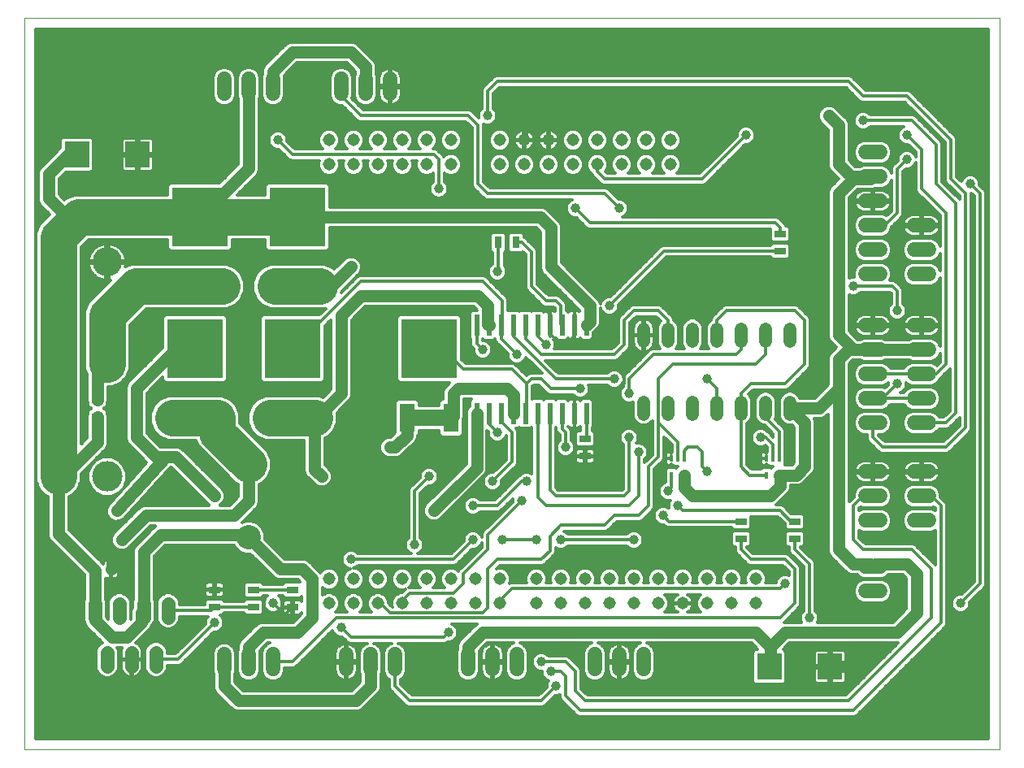
<source format=gtl>
G75*
%MOIN*%
%OFA0B0*%
%FSLAX24Y24*%
%IPPOS*%
%LPD*%
%AMOC8*
5,1,8,0,0,1.08239X$1,22.5*
%
%ADD10C,0.0000*%
%ADD11C,0.1250*%
%ADD12C,0.1208*%
%ADD13C,0.0515*%
%ADD14R,0.0236X0.0866*%
%ADD15R,0.0315X0.0472*%
%ADD16R,0.0472X0.0315*%
%ADD17C,0.0554*%
%ADD18R,0.0630X0.1181*%
%ADD19R,0.2283X0.2441*%
%ADD20C,0.0520*%
%ADD21C,0.1000*%
%ADD22C,0.0600*%
%ADD23R,0.0157X0.0276*%
%ADD24R,0.1004X0.1063*%
%ADD25C,0.0396*%
%ADD26C,0.0500*%
%ADD27C,0.0120*%
%ADD28C,0.0660*%
%ADD29C,0.1500*%
D10*
X004360Y009160D02*
X004360Y039160D01*
X044360Y039160D01*
X044360Y009160D01*
X004360Y009160D01*
D11*
X005760Y020360D03*
X007760Y020360D03*
X007760Y024960D03*
X005760Y024960D03*
D12*
X005760Y029160D03*
X007760Y029160D03*
D13*
X016860Y033160D03*
X017860Y033160D03*
X018860Y033160D03*
X019860Y033160D03*
X020860Y033160D03*
X021860Y033160D03*
X021860Y034160D03*
X020860Y034160D03*
X019860Y034160D03*
X018860Y034160D03*
X017860Y034160D03*
X016860Y034160D03*
X023860Y034160D03*
X024860Y034160D03*
X025860Y034160D03*
X026860Y034160D03*
X027860Y034160D03*
X028860Y034160D03*
X029860Y034160D03*
X030860Y034160D03*
X030860Y033160D03*
X029860Y033160D03*
X028860Y033160D03*
X027860Y033160D03*
X026860Y033160D03*
X025860Y033160D03*
X024860Y033160D03*
X023860Y033160D03*
X023860Y016160D03*
X023860Y015160D03*
X022860Y015160D03*
X022860Y016160D03*
X021860Y016160D03*
X021860Y015160D03*
X020860Y015160D03*
X020860Y016160D03*
X019860Y016160D03*
X019860Y015160D03*
X018860Y015160D03*
X017860Y015160D03*
X017860Y016160D03*
X018860Y016160D03*
X016860Y016160D03*
X016860Y015160D03*
X025360Y015160D03*
X025360Y016160D03*
X026360Y016160D03*
X026360Y015160D03*
X027360Y015160D03*
X027360Y016160D03*
X028360Y016160D03*
X028360Y015160D03*
X029360Y015160D03*
X029360Y016160D03*
X030360Y016160D03*
X031360Y016160D03*
X031360Y015160D03*
X030360Y015160D03*
X032360Y015160D03*
X032360Y016160D03*
X033360Y016160D03*
X033360Y015160D03*
X034360Y015160D03*
X034360Y016160D03*
D14*
X027410Y022949D03*
X026910Y022949D03*
X026410Y022949D03*
X025910Y022949D03*
X025410Y022949D03*
X024910Y022949D03*
X024410Y022949D03*
X023910Y022949D03*
X023410Y022949D03*
X022910Y022949D03*
X022910Y026571D03*
X023410Y026571D03*
X023910Y026571D03*
X024410Y026571D03*
X024910Y026571D03*
X025410Y026571D03*
X025910Y026571D03*
X026410Y026571D03*
X026910Y026571D03*
X027410Y026571D03*
D15*
X024514Y029960D03*
X023806Y029960D03*
X007914Y016560D03*
X007206Y016560D03*
D16*
X012160Y015714D03*
X012160Y015006D03*
X013760Y015006D03*
X013760Y015714D03*
X015360Y015714D03*
X015360Y015006D03*
X007360Y022806D03*
X007360Y023514D03*
X027360Y021914D03*
X027360Y021206D03*
X033760Y018514D03*
X033760Y017806D03*
X035960Y017806D03*
X035960Y018514D03*
X035360Y029606D03*
X035360Y030314D03*
D17*
X010260Y015137D02*
X010260Y014583D01*
X009260Y014583D02*
X009260Y015137D01*
X008260Y015137D02*
X008260Y014583D01*
X007260Y014583D02*
X007260Y015137D01*
X007760Y013137D02*
X007760Y012583D01*
X008760Y012583D02*
X008760Y013137D01*
X009760Y013137D02*
X009760Y012583D01*
D18*
X010454Y022760D03*
X012266Y022760D03*
X014454Y022760D03*
X016266Y022760D03*
X020054Y022760D03*
X021866Y022760D03*
X016466Y028160D03*
X014654Y028160D03*
X012466Y028160D03*
X010654Y028160D03*
D19*
X011360Y025595D03*
X015360Y025595D03*
X020960Y025595D03*
X015560Y030995D03*
X011560Y030995D03*
D20*
X029760Y026420D02*
X029760Y025900D01*
X030760Y025900D02*
X030760Y026420D01*
X031760Y026420D02*
X031760Y025900D01*
X032760Y025900D02*
X032760Y026420D01*
X033760Y026420D02*
X033760Y025900D01*
X034760Y025900D02*
X034760Y026420D01*
X035760Y026420D02*
X035760Y025900D01*
X035760Y023420D02*
X035760Y022900D01*
X034760Y022900D02*
X034760Y023420D01*
X033760Y023420D02*
X033760Y022900D01*
X032760Y022900D02*
X032760Y023420D01*
X031760Y023420D02*
X031760Y022900D01*
X030760Y022900D02*
X030760Y023420D01*
X029760Y023420D02*
X029760Y022900D01*
D21*
X013560Y020860D03*
X013560Y017860D03*
D22*
X013560Y013060D02*
X013560Y012460D01*
X014560Y012460D02*
X014560Y013060D01*
X012560Y013060D02*
X012560Y012460D01*
X017560Y012460D02*
X017560Y013060D01*
X018560Y013060D02*
X018560Y012460D01*
X019560Y012460D02*
X019560Y013060D01*
X022560Y013060D02*
X022560Y012460D01*
X023560Y012460D02*
X023560Y013060D01*
X024560Y013060D02*
X024560Y012460D01*
X027760Y012460D02*
X027760Y013060D01*
X028760Y013060D02*
X028760Y012460D01*
X029760Y012460D02*
X029760Y013060D01*
X038860Y015660D02*
X039460Y015660D01*
X039460Y016660D02*
X038860Y016660D01*
X038860Y018560D02*
X039460Y018560D01*
X039460Y019560D02*
X038860Y019560D01*
X038860Y020560D02*
X039460Y020560D01*
X040860Y020560D02*
X041460Y020560D01*
X041460Y019560D02*
X040860Y019560D01*
X040860Y018560D02*
X041460Y018560D01*
X041460Y022560D02*
X040860Y022560D01*
X040860Y023560D02*
X041460Y023560D01*
X041460Y024560D02*
X040860Y024560D01*
X040860Y025560D02*
X041460Y025560D01*
X041460Y026560D02*
X040860Y026560D01*
X039460Y026560D02*
X038860Y026560D01*
X038860Y025560D02*
X039460Y025560D01*
X039460Y024560D02*
X038860Y024560D01*
X038860Y023560D02*
X039460Y023560D01*
X039460Y022560D02*
X038860Y022560D01*
X038860Y028660D02*
X039460Y028660D01*
X039460Y029660D02*
X038860Y029660D01*
X038860Y030660D02*
X039460Y030660D01*
X039460Y031660D02*
X038860Y031660D01*
X038860Y032660D02*
X039460Y032660D01*
X039460Y033660D02*
X038860Y033660D01*
X040860Y030660D02*
X041460Y030660D01*
X041460Y029660D02*
X040860Y029660D01*
X040860Y028660D02*
X041460Y028660D01*
X019360Y036060D02*
X019360Y036660D01*
X018360Y036660D02*
X018360Y036060D01*
X017360Y036060D02*
X017360Y036660D01*
X014560Y036660D02*
X014560Y036060D01*
X013560Y036060D02*
X013560Y036660D01*
X012560Y036660D02*
X012560Y036060D01*
D23*
X030904Y021095D03*
X031160Y021095D03*
X031416Y021095D03*
X031416Y020425D03*
X030904Y020425D03*
X034804Y020425D03*
X035316Y020425D03*
X035316Y021095D03*
X035060Y021095D03*
X034804Y021095D03*
D24*
X034912Y012560D03*
X037408Y012560D03*
X009008Y033560D03*
X006512Y033560D03*
D25*
X007560Y036760D03*
X014760Y034160D03*
X021360Y032160D03*
X023360Y035160D03*
X023760Y035960D03*
X022560Y035960D03*
X026960Y031360D03*
X028760Y031360D03*
X024560Y029160D03*
X023760Y028760D03*
X025760Y025760D03*
X024560Y025360D03*
X023160Y025560D03*
X023760Y022160D03*
X023560Y020160D03*
X022760Y019160D03*
X021160Y018960D03*
X020360Y017560D03*
X022760Y017760D03*
X023960Y017760D03*
X025360Y017760D03*
X026360Y017760D03*
X027360Y016960D03*
X029360Y017760D03*
X030560Y018760D03*
X031160Y019160D03*
X030760Y019760D03*
X032360Y020560D03*
X034560Y021960D03*
X032360Y024360D03*
X029160Y023760D03*
X028560Y024360D03*
X027160Y023960D03*
X028360Y023160D03*
X029160Y021960D03*
X029560Y021360D03*
X026560Y021560D03*
X024960Y020160D03*
X024760Y019360D03*
X020960Y020360D03*
X019360Y021560D03*
X016560Y020360D03*
X014360Y018760D03*
X012160Y019560D03*
X008160Y018960D03*
X008360Y017760D03*
X007360Y017560D03*
X012160Y014360D03*
X014560Y015160D03*
X013960Y016360D03*
X017760Y016960D03*
X017360Y014160D03*
X016160Y012360D03*
X021760Y013960D03*
X025560Y012760D03*
X025960Y012360D03*
X026160Y011760D03*
X035560Y015960D03*
X036560Y014560D03*
X038760Y012760D03*
X042760Y015160D03*
X041360Y017560D03*
X038560Y021560D03*
X040160Y024160D03*
X040160Y027160D03*
X041160Y027760D03*
X038360Y028160D03*
X036560Y031960D03*
X033960Y034360D03*
X037360Y035160D03*
X038760Y034960D03*
X040560Y034360D03*
X040560Y033360D03*
X043160Y032360D03*
X041560Y036960D03*
X028360Y027360D03*
X017760Y028960D03*
X005960Y013160D03*
D26*
X007260Y014460D02*
X007960Y013760D01*
X008560Y013760D01*
X009160Y014360D01*
X009160Y014760D01*
X009260Y014860D01*
X009260Y017260D01*
X009960Y017960D01*
X013460Y017960D01*
X013560Y017860D01*
X014860Y016560D01*
X015760Y016560D01*
X016160Y016160D01*
X016160Y014560D01*
X015560Y013960D01*
X014160Y013960D01*
X013560Y013360D01*
X013560Y012760D01*
X012560Y012760D02*
X012560Y011760D01*
X013160Y011160D01*
X017960Y011160D01*
X018560Y011760D01*
X018560Y012760D01*
X022560Y012760D02*
X022560Y013360D01*
X023160Y013960D01*
X034360Y013960D01*
X034960Y013360D01*
X035560Y013960D01*
X040160Y013960D01*
X040960Y014760D01*
X040960Y016360D01*
X040560Y016760D01*
X039260Y016760D01*
X039160Y016660D01*
X039060Y016760D01*
X038360Y016760D01*
X037760Y017360D01*
X037760Y023960D01*
X036960Y023160D01*
X035760Y023160D01*
X036360Y022560D01*
X036360Y020760D01*
X036025Y020425D01*
X035316Y020425D01*
X035360Y020381D01*
X035360Y019960D01*
X034960Y019560D01*
X031760Y019560D01*
X031416Y019904D01*
X031416Y020425D01*
X037760Y023960D02*
X037760Y025160D01*
X038160Y025560D01*
X039160Y025560D01*
X038360Y025560D01*
X037760Y026160D01*
X037760Y031960D01*
X038360Y032560D01*
X039060Y032560D01*
X039160Y032660D01*
X038260Y032660D01*
X037760Y033160D01*
X037760Y034760D01*
X037360Y035160D01*
X027560Y027360D02*
X027560Y026721D01*
X027410Y026571D01*
X027560Y027360D02*
X025960Y028960D01*
X025960Y030560D01*
X025525Y030995D01*
X015560Y030995D01*
X013560Y032995D02*
X011560Y030995D01*
X013560Y032995D02*
X013560Y036360D01*
X014560Y036360D02*
X014560Y036960D01*
X015360Y037760D01*
X017760Y037760D01*
X018360Y037160D01*
X018360Y036360D01*
X017760Y028960D02*
X016960Y028160D01*
X016466Y028160D01*
X017360Y026960D02*
X018160Y027760D01*
X022960Y027760D01*
X023360Y027360D01*
X023360Y026621D01*
X023410Y026571D01*
X024160Y023960D02*
X022160Y023960D01*
X021960Y023760D01*
X021960Y022854D01*
X021866Y022760D01*
X022910Y022949D02*
X022910Y020710D01*
X021160Y018960D01*
X019560Y021560D02*
X019360Y021560D01*
X019560Y021560D02*
X020054Y022054D01*
X020054Y022760D01*
X020160Y022760D01*
X017360Y023760D02*
X017360Y026960D01*
X017360Y023760D02*
X016360Y022760D01*
X016266Y022760D01*
X016266Y020654D01*
X016560Y020360D01*
X013560Y020860D02*
X013560Y019360D01*
X012960Y018760D01*
X009360Y018760D01*
X008360Y017760D01*
X007960Y017160D02*
X007960Y016606D01*
X007914Y016560D01*
X007260Y016506D02*
X007206Y016560D01*
X005760Y018006D01*
X005760Y020160D01*
X007360Y021760D01*
X007360Y022806D01*
X007360Y023514D02*
X007360Y024560D01*
X007760Y024960D01*
X008960Y023960D02*
X010560Y025560D01*
X011325Y025560D01*
X011360Y025595D01*
X008960Y023960D02*
X008960Y021960D01*
X009760Y021160D01*
X010160Y021160D01*
X008160Y018960D01*
X007560Y017560D02*
X007960Y017160D01*
X007560Y017560D02*
X007360Y017560D01*
X007260Y016506D02*
X007260Y014860D01*
X007260Y014460D01*
X012160Y019560D02*
X010560Y021160D01*
X010160Y021160D01*
X005760Y020360D02*
X005760Y020160D01*
X006125Y030995D02*
X005360Y031760D01*
X005360Y032760D01*
X006160Y033560D01*
X006512Y033560D01*
X006595Y030995D02*
X006125Y030995D01*
X024160Y023960D02*
X024410Y023710D01*
X024410Y022949D01*
X034960Y013360D02*
X034960Y012608D01*
X034912Y012560D01*
X037408Y012560D02*
X038560Y012560D01*
X038760Y012760D01*
X039160Y025560D02*
X041160Y025560D01*
D27*
X041120Y026100D02*
X041120Y026520D01*
X041200Y026520D01*
X041200Y026600D01*
X041120Y026600D01*
X041120Y027020D01*
X040824Y027020D01*
X040752Y027009D01*
X040683Y026986D01*
X040619Y026953D01*
X040560Y026911D01*
X040509Y026860D01*
X040467Y026801D01*
X040434Y026737D01*
X040411Y026668D01*
X040401Y026600D01*
X041120Y026600D01*
X041120Y026520D01*
X040401Y026520D01*
X040411Y026452D01*
X040434Y026383D01*
X040467Y026319D01*
X040509Y026260D01*
X040560Y026209D01*
X040619Y026167D01*
X040683Y026134D01*
X040752Y026111D01*
X040824Y026100D01*
X041120Y026100D01*
X041120Y026106D02*
X041200Y026106D01*
X041200Y026100D02*
X041496Y026100D01*
X041568Y026111D01*
X041637Y026134D01*
X041701Y026167D01*
X041760Y026209D01*
X041811Y026260D01*
X041853Y026319D01*
X041886Y026383D01*
X041909Y026452D01*
X041919Y026520D01*
X041200Y026520D01*
X041200Y026100D01*
X041200Y026224D02*
X041120Y026224D01*
X041120Y026343D02*
X041200Y026343D01*
X041200Y026461D02*
X041120Y026461D01*
X041120Y026580D02*
X039200Y026580D01*
X039200Y026600D02*
X039919Y026600D01*
X039909Y026668D01*
X039886Y026737D01*
X039853Y026801D01*
X039811Y026860D01*
X039760Y026911D01*
X039701Y026953D01*
X039637Y026986D01*
X039568Y027009D01*
X039496Y027020D01*
X039200Y027020D01*
X039200Y026600D01*
X039120Y026600D01*
X039120Y027020D01*
X038824Y027020D01*
X038752Y027009D01*
X038683Y026986D01*
X038619Y026953D01*
X038560Y026911D01*
X038509Y026860D01*
X038467Y026801D01*
X038434Y026737D01*
X038411Y026668D01*
X038401Y026600D01*
X039120Y026600D01*
X039120Y026520D01*
X039200Y026520D01*
X039200Y026600D01*
X039200Y026520D02*
X039919Y026520D01*
X039909Y026452D01*
X039886Y026383D01*
X039853Y026319D01*
X039811Y026260D01*
X039760Y026209D01*
X039701Y026167D01*
X039637Y026134D01*
X039568Y026111D01*
X039496Y026100D01*
X039200Y026100D01*
X039200Y026520D01*
X039200Y026461D02*
X039120Y026461D01*
X039120Y026520D02*
X039120Y026100D01*
X038824Y026100D01*
X038752Y026111D01*
X038683Y026134D01*
X038619Y026167D01*
X038560Y026209D01*
X038509Y026260D01*
X038467Y026319D01*
X038434Y026383D01*
X038411Y026452D01*
X038401Y026520D01*
X039120Y026520D01*
X039120Y026580D02*
X038190Y026580D01*
X038190Y026698D02*
X038421Y026698D01*
X038478Y026817D02*
X038190Y026817D01*
X038190Y026935D02*
X038594Y026935D01*
X038190Y027054D02*
X039795Y027054D01*
X039782Y027085D02*
X039839Y026946D01*
X039946Y026839D01*
X040085Y026782D01*
X040235Y026782D01*
X040374Y026839D01*
X040481Y026946D01*
X040538Y027085D01*
X040538Y027235D01*
X040481Y027374D01*
X040400Y027455D01*
X040400Y028008D01*
X040363Y028096D01*
X040163Y028296D01*
X040096Y028363D01*
X040008Y028400D01*
X039872Y028400D01*
X039940Y028565D01*
X039940Y028755D01*
X039867Y028932D01*
X039732Y029067D01*
X039555Y029140D01*
X038765Y029140D01*
X038588Y029067D01*
X038453Y028932D01*
X038380Y028755D01*
X038380Y028565D01*
X038391Y028538D01*
X038285Y028538D01*
X038190Y028499D01*
X038190Y031782D01*
X038538Y032130D01*
X039146Y032130D01*
X039266Y032180D01*
X039555Y032180D01*
X039732Y032253D01*
X039867Y032388D01*
X039920Y032516D01*
X039920Y031259D01*
X039729Y031068D01*
X039555Y031140D01*
X038765Y031140D01*
X038588Y031067D01*
X038453Y030932D01*
X038380Y030755D01*
X038380Y030565D01*
X038453Y030388D01*
X038588Y030253D01*
X038765Y030180D01*
X039555Y030180D01*
X039732Y030253D01*
X039867Y030388D01*
X039940Y030565D01*
X039940Y030601D01*
X039963Y030624D01*
X040363Y031024D01*
X040400Y031112D01*
X040400Y032861D01*
X040521Y032982D01*
X040635Y032982D01*
X040774Y033039D01*
X040881Y033146D01*
X040920Y033241D01*
X040920Y032112D01*
X040957Y032024D01*
X041024Y031957D01*
X041920Y031061D01*
X041920Y029804D01*
X041867Y029932D01*
X041732Y030067D01*
X041555Y030140D01*
X040765Y030140D01*
X040588Y030067D01*
X040453Y029932D01*
X040380Y029755D01*
X040380Y029565D01*
X040453Y029388D01*
X040588Y029253D01*
X040765Y029180D01*
X041555Y029180D01*
X041732Y029253D01*
X041867Y029388D01*
X041920Y029516D01*
X041920Y028804D01*
X041867Y028932D01*
X041732Y029067D01*
X041555Y029140D01*
X040765Y029140D01*
X040588Y029067D01*
X040453Y028932D01*
X040380Y028755D01*
X040380Y028565D01*
X040453Y028388D01*
X040588Y028253D01*
X040765Y028180D01*
X041555Y028180D01*
X041732Y028253D01*
X041867Y028388D01*
X041920Y028516D01*
X041920Y025704D01*
X041867Y025832D01*
X041732Y025967D01*
X041555Y026040D01*
X040765Y026040D01*
X040644Y025990D01*
X039676Y025990D01*
X039555Y026040D01*
X038765Y026040D01*
X038644Y025990D01*
X038538Y025990D01*
X038190Y026338D01*
X038190Y027821D01*
X038285Y027782D01*
X038435Y027782D01*
X038574Y027839D01*
X038655Y027920D01*
X039861Y027920D01*
X039920Y027861D01*
X039920Y027455D01*
X039839Y027374D01*
X039782Y027235D01*
X039782Y027085D01*
X039782Y027172D02*
X038190Y027172D01*
X038190Y027291D02*
X039805Y027291D01*
X039874Y027409D02*
X038190Y027409D01*
X038190Y027528D02*
X039920Y027528D01*
X039920Y027646D02*
X038190Y027646D01*
X038190Y027765D02*
X039920Y027765D01*
X039898Y027883D02*
X038618Y027883D01*
X038360Y028160D02*
X039960Y028160D01*
X040160Y027960D01*
X040160Y027160D01*
X040538Y027172D02*
X041920Y027172D01*
X041920Y027054D02*
X040525Y027054D01*
X040470Y026935D02*
X040594Y026935D01*
X040478Y026817D02*
X040319Y026817D01*
X040421Y026698D02*
X039899Y026698D01*
X039842Y026817D02*
X040001Y026817D01*
X039850Y026935D02*
X039726Y026935D01*
X039910Y026461D02*
X040410Y026461D01*
X040455Y026343D02*
X039865Y026343D01*
X039775Y026224D02*
X040545Y026224D01*
X040789Y026106D02*
X039531Y026106D01*
X039200Y026106D02*
X039120Y026106D01*
X039120Y026224D02*
X039200Y026224D01*
X039200Y026343D02*
X039120Y026343D01*
X039120Y026698D02*
X039200Y026698D01*
X039200Y026817D02*
X039120Y026817D01*
X039120Y026935D02*
X039200Y026935D01*
X038455Y026343D02*
X038190Y026343D01*
X038190Y026461D02*
X038410Y026461D01*
X038304Y026224D02*
X038545Y026224D01*
X038423Y026106D02*
X038789Y026106D01*
X038644Y025130D02*
X038338Y025130D01*
X038190Y024982D01*
X038190Y019329D01*
X038380Y019519D01*
X038380Y019655D01*
X038453Y019832D01*
X038588Y019967D01*
X038765Y020040D01*
X039555Y020040D01*
X039732Y019967D01*
X039867Y019832D01*
X039940Y019655D01*
X039940Y019465D01*
X039867Y019288D01*
X039732Y019153D01*
X039555Y019080D01*
X038765Y019080D01*
X038662Y019123D01*
X038600Y019061D01*
X038600Y018972D01*
X038765Y019040D01*
X039555Y019040D01*
X039732Y018967D01*
X039867Y018832D01*
X039940Y018655D01*
X039940Y018465D01*
X039867Y018288D01*
X039732Y018153D01*
X039555Y018080D01*
X038765Y018080D01*
X038600Y018148D01*
X038600Y017859D01*
X038859Y017600D01*
X040808Y017600D01*
X040896Y017563D01*
X040963Y017496D01*
X041720Y016739D01*
X041720Y018148D01*
X041555Y018080D01*
X040765Y018080D01*
X040588Y018153D01*
X040453Y018288D01*
X040380Y018465D01*
X040380Y018655D01*
X040453Y018832D01*
X040588Y018967D01*
X040765Y019040D01*
X041555Y019040D01*
X041720Y018972D01*
X041720Y019061D01*
X041658Y019123D01*
X041555Y019080D01*
X040765Y019080D01*
X040588Y019153D01*
X040453Y019288D01*
X040380Y019465D01*
X040380Y019655D01*
X040453Y019832D01*
X040588Y019967D01*
X040765Y020040D01*
X041555Y020040D01*
X041732Y019967D01*
X041867Y019832D01*
X041940Y019655D01*
X041940Y019519D01*
X042163Y019296D01*
X042200Y019208D01*
X042200Y014312D01*
X042163Y014224D01*
X042096Y014157D01*
X038496Y010557D01*
X038408Y010520D01*
X027112Y010520D01*
X027024Y010557D01*
X026957Y010624D01*
X026357Y011224D01*
X026320Y011312D01*
X026320Y011417D01*
X026235Y011382D01*
X026121Y011382D01*
X025696Y010957D01*
X025608Y010920D01*
X020112Y010920D01*
X020024Y010957D01*
X019957Y011024D01*
X019357Y011624D01*
X019320Y011712D01*
X019320Y012040D01*
X019288Y012053D01*
X019153Y012188D01*
X019080Y012365D01*
X019080Y013155D01*
X019153Y013332D01*
X019288Y013467D01*
X019416Y013520D01*
X018704Y013520D01*
X018832Y013467D01*
X018967Y013332D01*
X019040Y013155D01*
X019040Y012365D01*
X018990Y012244D01*
X018990Y011674D01*
X018925Y011516D01*
X018804Y011395D01*
X018204Y010795D01*
X018046Y010730D01*
X013074Y010730D01*
X012916Y010795D01*
X012795Y010916D01*
X012195Y011516D01*
X012130Y011674D01*
X012130Y012244D01*
X012080Y012365D01*
X012080Y013155D01*
X012153Y013332D01*
X012288Y013467D01*
X012465Y013540D01*
X012655Y013540D01*
X012832Y013467D01*
X012967Y013332D01*
X013040Y013155D01*
X013040Y012365D01*
X012990Y012244D01*
X012990Y011938D01*
X013338Y011590D01*
X017782Y011590D01*
X018130Y011938D01*
X018130Y012244D01*
X018080Y012365D01*
X018080Y013155D01*
X018153Y013332D01*
X018288Y013467D01*
X018416Y013520D01*
X017712Y013520D01*
X017624Y013557D01*
X017399Y013782D01*
X017285Y013782D01*
X017146Y013839D01*
X017039Y013946D01*
X016994Y014055D01*
X015496Y012557D01*
X015408Y012520D01*
X015040Y012520D01*
X015040Y012365D01*
X014967Y012188D01*
X014832Y012053D01*
X014655Y011980D01*
X014465Y011980D01*
X014288Y012053D01*
X014153Y012188D01*
X014080Y012365D01*
X014080Y013155D01*
X014153Y013332D01*
X014288Y013467D01*
X014440Y013530D01*
X014338Y013530D01*
X014018Y013210D01*
X014040Y013155D01*
X014040Y012365D01*
X013967Y012188D01*
X013832Y012053D01*
X013655Y011980D01*
X013465Y011980D01*
X013288Y012053D01*
X013153Y012188D01*
X013080Y012365D01*
X013080Y013155D01*
X013130Y013276D01*
X013130Y013446D01*
X013195Y013604D01*
X013795Y014204D01*
X013916Y014325D01*
X014074Y014390D01*
X015382Y014390D01*
X015730Y014738D01*
X015730Y014760D01*
X015724Y014750D01*
X015694Y014720D01*
X015658Y014699D01*
X015617Y014688D01*
X015379Y014688D01*
X015379Y014987D01*
X015341Y014987D01*
X014964Y014987D01*
X014964Y014827D01*
X014975Y014786D01*
X014996Y014750D01*
X015026Y014720D01*
X015062Y014699D01*
X015103Y014688D01*
X015341Y014688D01*
X015341Y014987D01*
X015341Y015024D01*
X014964Y015024D01*
X014964Y015184D01*
X014975Y015225D01*
X014996Y015261D01*
X015026Y015291D01*
X015062Y015312D01*
X015103Y015323D01*
X015341Y015323D01*
X015341Y015024D01*
X015379Y015024D01*
X015379Y015323D01*
X015617Y015323D01*
X015658Y015312D01*
X015694Y015291D01*
X015724Y015261D01*
X015730Y015251D01*
X015730Y015436D01*
X015671Y015377D01*
X015049Y015377D01*
X014952Y015474D01*
X014780Y015474D01*
X014881Y015374D01*
X014938Y015235D01*
X014938Y015085D01*
X014964Y015085D01*
X014938Y015085D02*
X014881Y014946D01*
X014774Y014839D01*
X014635Y014782D01*
X014485Y014782D01*
X014346Y014839D01*
X014239Y014946D01*
X014182Y015085D01*
X014176Y015085D01*
X014182Y015085D02*
X014182Y015235D01*
X014239Y015374D01*
X014340Y015474D01*
X014168Y015474D01*
X014071Y015377D01*
X013449Y015377D01*
X013344Y015482D01*
X013344Y015946D01*
X013449Y016052D01*
X014071Y016052D01*
X014168Y015954D01*
X014952Y015954D01*
X015049Y016052D01*
X015660Y016052D01*
X015582Y016130D01*
X014774Y016130D01*
X014616Y016195D01*
X013632Y017180D01*
X013425Y017180D01*
X013175Y017284D01*
X012984Y017475D01*
X012961Y017530D01*
X010138Y017530D01*
X009690Y017082D01*
X009690Y015294D01*
X009717Y015228D01*
X009717Y014492D01*
X009648Y014324D01*
X009584Y014261D01*
X009525Y014116D01*
X009404Y013995D01*
X008943Y013535D01*
X008989Y013511D01*
X009045Y013471D01*
X009093Y013422D01*
X009134Y013366D01*
X009165Y013305D01*
X009186Y013240D01*
X009197Y013172D01*
X009197Y012889D01*
X008789Y012889D01*
X008789Y012831D01*
X009197Y012831D01*
X009197Y012548D01*
X009186Y012480D01*
X009165Y012415D01*
X009134Y012354D01*
X009093Y012298D01*
X009045Y012249D01*
X008989Y012209D01*
X008928Y012178D01*
X008862Y012156D01*
X008794Y012146D01*
X008789Y012146D01*
X008789Y012831D01*
X008731Y012831D01*
X008731Y012146D01*
X008726Y012146D01*
X008658Y012156D01*
X008592Y012178D01*
X008531Y012209D01*
X008475Y012249D01*
X008427Y012298D01*
X008386Y012354D01*
X008355Y012415D01*
X008334Y012480D01*
X008323Y012548D01*
X008323Y012831D01*
X008731Y012831D01*
X008731Y012889D01*
X008323Y012889D01*
X008323Y013172D01*
X008334Y013240D01*
X008355Y013305D01*
X008368Y013330D01*
X008175Y013330D01*
X008217Y013228D01*
X008217Y012492D01*
X008148Y012324D01*
X008019Y012195D01*
X007851Y012126D01*
X007669Y012126D01*
X007501Y012195D01*
X007372Y012324D01*
X007303Y012492D01*
X007303Y013228D01*
X007372Y013396D01*
X007501Y013525D01*
X007562Y013550D01*
X006895Y014216D01*
X006830Y014374D01*
X004820Y014374D01*
X004820Y014256D02*
X006879Y014256D01*
X006830Y014374D02*
X006830Y014426D01*
X006803Y014492D01*
X006803Y015228D01*
X006830Y015294D01*
X006830Y016328D01*
X005395Y017762D01*
X005330Y017920D01*
X005330Y019531D01*
X005233Y019572D01*
X004972Y019833D01*
X004830Y020175D01*
X004830Y030345D01*
X004972Y030687D01*
X005233Y030948D01*
X005398Y031114D01*
X004995Y031516D01*
X004930Y031674D01*
X004930Y032846D01*
X004995Y033004D01*
X005116Y033125D01*
X005830Y033838D01*
X005830Y034166D01*
X005935Y034271D01*
X007088Y034271D01*
X007194Y034166D01*
X007194Y032954D01*
X007088Y032849D01*
X006057Y032849D01*
X005790Y032582D01*
X005790Y031938D01*
X006006Y031722D01*
X006068Y031783D01*
X006410Y031925D01*
X010238Y031925D01*
X010238Y032290D01*
X010344Y032395D01*
X012352Y032395D01*
X013130Y033173D01*
X013130Y035844D01*
X013080Y035965D01*
X013080Y036755D01*
X013153Y036932D01*
X013288Y037067D01*
X013465Y037140D01*
X013655Y037140D01*
X013832Y037067D01*
X013967Y036932D01*
X014040Y036755D01*
X014040Y035965D01*
X013990Y035844D01*
X013990Y032909D01*
X013925Y032751D01*
X013098Y031925D01*
X014238Y031925D01*
X014238Y032290D01*
X014344Y032395D01*
X016776Y032395D01*
X016882Y032290D01*
X016882Y031425D01*
X025611Y031425D01*
X025769Y031359D01*
X026204Y030925D01*
X026204Y030925D01*
X026325Y030804D01*
X026390Y030646D01*
X026390Y029138D01*
X027804Y027725D01*
X027925Y027604D01*
X027988Y027450D01*
X028039Y027574D01*
X028146Y027681D01*
X028285Y027738D01*
X028399Y027738D01*
X030470Y029809D01*
X030558Y029846D01*
X034952Y029846D01*
X035049Y029943D01*
X035671Y029943D01*
X035776Y029838D01*
X035776Y029374D01*
X035671Y029268D01*
X035049Y029268D01*
X034952Y029366D01*
X030705Y029366D01*
X028738Y027399D01*
X028738Y027285D01*
X028681Y027146D01*
X028574Y027039D01*
X028435Y026982D01*
X028285Y026982D01*
X028146Y027039D01*
X028039Y027146D01*
X027990Y027265D01*
X027990Y026635D01*
X027925Y026477D01*
X027708Y026261D01*
X027708Y026063D01*
X027603Y025958D01*
X027217Y025958D01*
X027146Y026029D01*
X027126Y026010D01*
X027090Y025989D01*
X027049Y025978D01*
X026910Y025978D01*
X026910Y026571D01*
X026910Y026571D01*
X026910Y025978D01*
X026771Y025978D01*
X026730Y025989D01*
X026694Y026010D01*
X026674Y026029D01*
X026603Y025958D01*
X026217Y025958D01*
X026146Y026029D01*
X026126Y026010D01*
X026090Y025989D01*
X026071Y025984D01*
X026081Y025974D01*
X026138Y025835D01*
X026138Y025685D01*
X026103Y025600D01*
X028461Y025600D01*
X028720Y025859D01*
X028720Y026808D01*
X028757Y026896D01*
X028824Y026963D01*
X028824Y026963D01*
X029157Y027296D01*
X029157Y027296D01*
X029224Y027363D01*
X029312Y027400D01*
X030408Y027400D01*
X030496Y027363D01*
X030896Y026963D01*
X030896Y026963D01*
X030963Y026896D01*
X031000Y026808D01*
X031000Y026797D01*
X031009Y026793D01*
X031133Y026669D01*
X031200Y026508D01*
X031200Y025812D01*
X031133Y025651D01*
X031082Y025600D01*
X031438Y025600D01*
X031387Y025651D01*
X031320Y025812D01*
X031320Y026508D01*
X031387Y026669D01*
X031511Y026793D01*
X031672Y026860D01*
X031848Y026860D01*
X032009Y026793D01*
X032133Y026669D01*
X032200Y026508D01*
X032200Y025812D01*
X032133Y025651D01*
X032082Y025600D01*
X032438Y025600D01*
X032387Y025651D01*
X032320Y025812D01*
X032320Y026508D01*
X032387Y026669D01*
X032511Y026793D01*
X032520Y026797D01*
X032520Y026808D01*
X032557Y026896D01*
X032624Y026963D01*
X033024Y027363D01*
X033112Y027400D01*
X036008Y027400D01*
X036096Y027363D01*
X036163Y027296D01*
X036563Y026896D01*
X036600Y026808D01*
X036600Y024912D01*
X036563Y024824D01*
X036496Y024757D01*
X035696Y023957D01*
X035608Y023920D01*
X034259Y023920D01*
X034071Y023731D01*
X034133Y023669D01*
X034200Y023508D01*
X034200Y022812D01*
X034133Y022651D01*
X034009Y022527D01*
X034000Y022523D01*
X034000Y020859D01*
X034194Y020665D01*
X034573Y020665D01*
X034651Y020743D01*
X034957Y020743D01*
X034991Y020709D01*
X035059Y020777D01*
X034907Y020777D01*
X034887Y020797D01*
X034804Y020797D01*
X034804Y020879D01*
X034804Y020797D01*
X034704Y020797D01*
X034664Y020808D01*
X034627Y020829D01*
X034597Y020859D01*
X034576Y020895D01*
X034565Y020936D01*
X034565Y021095D01*
X034801Y021095D01*
X034801Y021095D01*
X034565Y021095D01*
X034565Y021254D01*
X034576Y021294D01*
X034597Y021331D01*
X034627Y021360D01*
X034664Y021382D01*
X034704Y021392D01*
X034804Y021392D01*
X034804Y021310D01*
X034804Y021310D01*
X034804Y021392D01*
X034820Y021392D01*
X034820Y021561D01*
X034751Y021630D01*
X034635Y021582D01*
X034485Y021582D01*
X034346Y021639D01*
X034239Y021746D01*
X034182Y021885D01*
X034182Y022035D01*
X034239Y022174D01*
X034346Y022281D01*
X034485Y022338D01*
X034635Y022338D01*
X034774Y022281D01*
X034881Y022174D01*
X034883Y022169D01*
X034896Y022163D01*
X034963Y022096D01*
X035076Y021984D01*
X035076Y022105D01*
X034721Y022460D01*
X034672Y022460D01*
X034511Y022527D01*
X034387Y022651D01*
X034320Y022812D01*
X034320Y023508D01*
X034387Y023669D01*
X034511Y023793D01*
X034672Y023860D01*
X034848Y023860D01*
X035009Y023793D01*
X035133Y023669D01*
X035200Y023508D01*
X035200Y022812D01*
X035155Y022704D01*
X035519Y022340D01*
X035556Y022252D01*
X035556Y021326D01*
X035575Y021307D01*
X035575Y020882D01*
X035548Y020855D01*
X035847Y020855D01*
X035930Y020938D01*
X035930Y022382D01*
X035851Y022461D01*
X035848Y022460D01*
X035672Y022460D01*
X035511Y022527D01*
X035387Y022651D01*
X035320Y022812D01*
X035320Y023508D01*
X035387Y023669D01*
X035511Y023793D01*
X035672Y023860D01*
X035848Y023860D01*
X036009Y023793D01*
X036133Y023669D01*
X036166Y023590D01*
X036782Y023590D01*
X037330Y024138D01*
X037330Y025246D01*
X037395Y025404D01*
X037516Y025525D01*
X037652Y025660D01*
X037516Y025795D01*
X037395Y025916D01*
X037330Y026074D01*
X037330Y032046D01*
X037395Y032204D01*
X037752Y032560D01*
X037516Y032795D01*
X037395Y032916D01*
X037330Y033074D01*
X037330Y034582D01*
X036995Y034916D01*
X036930Y035074D01*
X036930Y035246D01*
X036995Y035404D01*
X037116Y035525D01*
X037274Y035590D01*
X037446Y035590D01*
X037604Y035525D01*
X038125Y035004D01*
X038190Y034846D01*
X038190Y033338D01*
X038438Y033090D01*
X038644Y033090D01*
X038765Y033140D01*
X039555Y033140D01*
X039732Y033067D01*
X039867Y032932D01*
X039920Y032804D01*
X039920Y033008D01*
X039957Y033096D01*
X040024Y033163D01*
X040182Y033321D01*
X040182Y033435D01*
X040239Y033574D01*
X040346Y033681D01*
X040485Y033738D01*
X040635Y033738D01*
X040774Y033681D01*
X040881Y033574D01*
X040920Y033479D01*
X040920Y033661D01*
X040599Y033982D01*
X040485Y033982D01*
X040346Y034039D01*
X040239Y034146D01*
X040182Y034285D01*
X040182Y034435D01*
X040239Y034574D01*
X040346Y034681D01*
X040441Y034720D01*
X039055Y034720D01*
X038974Y034639D01*
X038835Y034582D01*
X038685Y034582D01*
X038546Y034639D01*
X038439Y034746D01*
X038382Y034885D01*
X038382Y035035D01*
X038439Y035174D01*
X038546Y035281D01*
X038685Y035338D01*
X038835Y035338D01*
X038974Y035281D01*
X039055Y035200D01*
X040808Y035200D01*
X040896Y035163D01*
X041896Y034163D01*
X041963Y034096D01*
X042000Y034008D01*
X042000Y032459D01*
X042696Y031763D01*
X042696Y031763D01*
X042720Y031739D01*
X042720Y031861D01*
X042224Y032357D01*
X042157Y032424D01*
X042120Y032512D01*
X042120Y034061D01*
X040461Y035720D01*
X038712Y035720D01*
X038624Y035757D01*
X038061Y036320D01*
X023859Y036320D01*
X023600Y036061D01*
X023600Y035455D01*
X023681Y035374D01*
X023738Y035235D01*
X023738Y035085D01*
X023681Y034946D01*
X023574Y034839D01*
X023435Y034782D01*
X023285Y034782D01*
X023195Y034819D01*
X023200Y034808D01*
X023200Y032459D01*
X023459Y032200D01*
X028208Y032200D01*
X028296Y032163D01*
X028721Y031738D01*
X028835Y031738D01*
X028974Y031681D01*
X029081Y031574D01*
X029138Y031435D01*
X029138Y031285D01*
X029081Y031146D01*
X028974Y031039D01*
X028879Y031000D01*
X035208Y031000D01*
X035296Y030963D01*
X035363Y030896D01*
X035563Y030696D01*
X035582Y030652D01*
X035671Y030652D01*
X035776Y030546D01*
X035776Y030082D01*
X035671Y029977D01*
X035049Y029977D01*
X034944Y030082D01*
X034944Y030520D01*
X027512Y030520D01*
X027424Y030557D01*
X027357Y030624D01*
X027357Y030624D01*
X026999Y030982D01*
X026885Y030982D01*
X026746Y031039D01*
X026639Y031146D01*
X026582Y031285D01*
X026582Y031435D01*
X026639Y031574D01*
X026746Y031681D01*
X026841Y031720D01*
X023312Y031720D01*
X023224Y031757D01*
X023157Y031824D01*
X022757Y032224D01*
X022720Y032312D01*
X022720Y034661D01*
X022461Y034920D01*
X018112Y034920D01*
X018024Y034957D01*
X017957Y035024D01*
X017401Y035580D01*
X017265Y035580D01*
X017088Y035653D01*
X016953Y035788D01*
X016880Y035965D01*
X016880Y036755D01*
X016953Y036932D01*
X017088Y037067D01*
X017265Y037140D01*
X017455Y037140D01*
X017632Y037067D01*
X017767Y036932D01*
X017840Y036755D01*
X017840Y035965D01*
X017797Y035862D01*
X018259Y035400D01*
X022608Y035400D01*
X022696Y035363D01*
X022987Y035072D01*
X022982Y035085D01*
X022982Y035235D01*
X023039Y035374D01*
X023120Y035455D01*
X023120Y036208D01*
X023157Y036296D01*
X023224Y036363D01*
X023624Y036763D01*
X023712Y036800D01*
X038208Y036800D01*
X038296Y036763D01*
X038363Y036696D01*
X038859Y036200D01*
X040608Y036200D01*
X040696Y036163D01*
X040763Y036096D01*
X042563Y034296D01*
X042600Y034208D01*
X042600Y032659D01*
X042794Y032465D01*
X042839Y032574D01*
X042946Y032681D01*
X043085Y032738D01*
X043235Y032738D01*
X043374Y032681D01*
X043481Y032574D01*
X043538Y032435D01*
X043538Y032321D01*
X043763Y032096D01*
X043800Y032008D01*
X043800Y015912D01*
X043763Y015824D01*
X043696Y015757D01*
X043138Y015199D01*
X043138Y015085D01*
X043900Y015085D01*
X043900Y014967D02*
X043089Y014967D01*
X043081Y014946D02*
X043138Y015085D01*
X043143Y015204D02*
X043900Y015204D01*
X043900Y015322D02*
X043261Y015322D01*
X043380Y015441D02*
X043900Y015441D01*
X043900Y015559D02*
X043498Y015559D01*
X043617Y015678D02*
X043900Y015678D01*
X043900Y015796D02*
X043735Y015796D01*
X043800Y015915D02*
X043900Y015915D01*
X043900Y016033D02*
X043800Y016033D01*
X043800Y016152D02*
X043900Y016152D01*
X043900Y016270D02*
X043800Y016270D01*
X043800Y016389D02*
X043900Y016389D01*
X043900Y016507D02*
X043800Y016507D01*
X043800Y016626D02*
X043900Y016626D01*
X043900Y016744D02*
X043800Y016744D01*
X043800Y016863D02*
X043900Y016863D01*
X043900Y016981D02*
X043800Y016981D01*
X043800Y017100D02*
X043900Y017100D01*
X043900Y017218D02*
X043800Y017218D01*
X043800Y017337D02*
X043900Y017337D01*
X043900Y017455D02*
X043800Y017455D01*
X043800Y017574D02*
X043900Y017574D01*
X043900Y017692D02*
X043800Y017692D01*
X043800Y017811D02*
X043900Y017811D01*
X043900Y017929D02*
X043800Y017929D01*
X043800Y018048D02*
X043900Y018048D01*
X043900Y018166D02*
X043800Y018166D01*
X043800Y018285D02*
X043900Y018285D01*
X043900Y018403D02*
X043800Y018403D01*
X043800Y018522D02*
X043900Y018522D01*
X043900Y018640D02*
X043800Y018640D01*
X043800Y018759D02*
X043900Y018759D01*
X043900Y018877D02*
X043800Y018877D01*
X043800Y018996D02*
X043900Y018996D01*
X043900Y019114D02*
X043800Y019114D01*
X043800Y019233D02*
X043900Y019233D01*
X043900Y019351D02*
X043800Y019351D01*
X043800Y019470D02*
X043900Y019470D01*
X043900Y019588D02*
X043800Y019588D01*
X043800Y019707D02*
X043900Y019707D01*
X043900Y019825D02*
X043800Y019825D01*
X043800Y019944D02*
X043900Y019944D01*
X043900Y020062D02*
X043800Y020062D01*
X043800Y020181D02*
X043900Y020181D01*
X043900Y020299D02*
X043800Y020299D01*
X043800Y020418D02*
X043900Y020418D01*
X043900Y020536D02*
X043800Y020536D01*
X043800Y020655D02*
X043900Y020655D01*
X043900Y020773D02*
X043800Y020773D01*
X043800Y020892D02*
X043900Y020892D01*
X043900Y021010D02*
X043800Y021010D01*
X043800Y021129D02*
X043900Y021129D01*
X043900Y021247D02*
X043800Y021247D01*
X043800Y021366D02*
X043900Y021366D01*
X043900Y021484D02*
X043800Y021484D01*
X043800Y021603D02*
X043900Y021603D01*
X043900Y021721D02*
X043800Y021721D01*
X043800Y021840D02*
X043900Y021840D01*
X043900Y021958D02*
X043800Y021958D01*
X043800Y022077D02*
X043900Y022077D01*
X043900Y022195D02*
X043800Y022195D01*
X043800Y022314D02*
X043900Y022314D01*
X043900Y022432D02*
X043800Y022432D01*
X043800Y022551D02*
X043900Y022551D01*
X043900Y022669D02*
X043800Y022669D01*
X043800Y022788D02*
X043900Y022788D01*
X043900Y022906D02*
X043800Y022906D01*
X043800Y023025D02*
X043900Y023025D01*
X043900Y023143D02*
X043800Y023143D01*
X043800Y023262D02*
X043900Y023262D01*
X043900Y023380D02*
X043800Y023380D01*
X043800Y023499D02*
X043900Y023499D01*
X043900Y023617D02*
X043800Y023617D01*
X043800Y023736D02*
X043900Y023736D01*
X043900Y023854D02*
X043800Y023854D01*
X043800Y023973D02*
X043900Y023973D01*
X043900Y024091D02*
X043800Y024091D01*
X043800Y024210D02*
X043900Y024210D01*
X043900Y024328D02*
X043800Y024328D01*
X043800Y024447D02*
X043900Y024447D01*
X043900Y024565D02*
X043800Y024565D01*
X043800Y024684D02*
X043900Y024684D01*
X043900Y024802D02*
X043800Y024802D01*
X043800Y024921D02*
X043900Y024921D01*
X043900Y025039D02*
X043800Y025039D01*
X043800Y025158D02*
X043900Y025158D01*
X043900Y025276D02*
X043800Y025276D01*
X043800Y025395D02*
X043900Y025395D01*
X043900Y025513D02*
X043800Y025513D01*
X043800Y025632D02*
X043900Y025632D01*
X043900Y025750D02*
X043800Y025750D01*
X043800Y025869D02*
X043900Y025869D01*
X043900Y025987D02*
X043800Y025987D01*
X043800Y026106D02*
X043900Y026106D01*
X043900Y026224D02*
X043800Y026224D01*
X043800Y026343D02*
X043900Y026343D01*
X043900Y026461D02*
X043800Y026461D01*
X043800Y026580D02*
X043900Y026580D01*
X043900Y026698D02*
X043800Y026698D01*
X043800Y026817D02*
X043900Y026817D01*
X043900Y026935D02*
X043800Y026935D01*
X043800Y027054D02*
X043900Y027054D01*
X043900Y027172D02*
X043800Y027172D01*
X043800Y027291D02*
X043900Y027291D01*
X043900Y027409D02*
X043800Y027409D01*
X043800Y027528D02*
X043900Y027528D01*
X043900Y027646D02*
X043800Y027646D01*
X043800Y027765D02*
X043900Y027765D01*
X043900Y027883D02*
X043800Y027883D01*
X043800Y028002D02*
X043900Y028002D01*
X043900Y028120D02*
X043800Y028120D01*
X043800Y028239D02*
X043900Y028239D01*
X043900Y028357D02*
X043800Y028357D01*
X043800Y028476D02*
X043900Y028476D01*
X043900Y028594D02*
X043800Y028594D01*
X043800Y028713D02*
X043900Y028713D01*
X043900Y028831D02*
X043800Y028831D01*
X043800Y028950D02*
X043900Y028950D01*
X043900Y029068D02*
X043800Y029068D01*
X043800Y029187D02*
X043900Y029187D01*
X043900Y029305D02*
X043800Y029305D01*
X043800Y029424D02*
X043900Y029424D01*
X043900Y029542D02*
X043800Y029542D01*
X043800Y029661D02*
X043900Y029661D01*
X043900Y029779D02*
X043800Y029779D01*
X043800Y029898D02*
X043900Y029898D01*
X043900Y030016D02*
X043800Y030016D01*
X043800Y030135D02*
X043900Y030135D01*
X043900Y030253D02*
X043800Y030253D01*
X043800Y030372D02*
X043900Y030372D01*
X043900Y030490D02*
X043800Y030490D01*
X043800Y030609D02*
X043900Y030609D01*
X043900Y030727D02*
X043800Y030727D01*
X043800Y030846D02*
X043900Y030846D01*
X043900Y030964D02*
X043800Y030964D01*
X043800Y031083D02*
X043900Y031083D01*
X043900Y031201D02*
X043800Y031201D01*
X043800Y031320D02*
X043900Y031320D01*
X043900Y031438D02*
X043800Y031438D01*
X043800Y031557D02*
X043900Y031557D01*
X043900Y031675D02*
X043800Y031675D01*
X043800Y031794D02*
X043900Y031794D01*
X043900Y031912D02*
X043800Y031912D01*
X043791Y032031D02*
X043900Y032031D01*
X043900Y032149D02*
X043710Y032149D01*
X043592Y032268D02*
X043900Y032268D01*
X043900Y032386D02*
X043538Y032386D01*
X043509Y032505D02*
X043900Y032505D01*
X043900Y032623D02*
X043432Y032623D01*
X043160Y032360D02*
X043560Y031960D01*
X043560Y015960D01*
X042760Y015160D01*
X042506Y015441D02*
X042200Y015441D01*
X042200Y015559D02*
X042820Y015559D01*
X042799Y015538D02*
X042685Y015538D01*
X042546Y015481D01*
X042439Y015374D01*
X042382Y015235D01*
X042382Y015085D01*
X042200Y015085D01*
X042200Y014967D02*
X042431Y014967D01*
X042439Y014946D02*
X042382Y015085D01*
X042382Y015204D02*
X042200Y015204D01*
X042200Y015322D02*
X042418Y015322D01*
X042439Y014946D02*
X042546Y014839D01*
X042685Y014782D01*
X042835Y014782D01*
X042974Y014839D01*
X043081Y014946D01*
X042983Y014848D02*
X043900Y014848D01*
X043900Y014730D02*
X042200Y014730D01*
X042200Y014848D02*
X042537Y014848D01*
X042200Y014611D02*
X043900Y014611D01*
X043900Y014493D02*
X042200Y014493D01*
X042200Y014374D02*
X043900Y014374D01*
X043900Y014256D02*
X042176Y014256D01*
X042076Y014137D02*
X043900Y014137D01*
X043900Y014019D02*
X041958Y014019D01*
X041839Y013900D02*
X043900Y013900D01*
X043900Y013782D02*
X041721Y013782D01*
X041602Y013663D02*
X043900Y013663D01*
X043900Y013545D02*
X041484Y013545D01*
X041365Y013426D02*
X043900Y013426D01*
X043900Y013308D02*
X041247Y013308D01*
X041128Y013189D02*
X043900Y013189D01*
X043900Y013071D02*
X041010Y013071D01*
X040891Y012952D02*
X043900Y012952D01*
X043900Y012834D02*
X040773Y012834D01*
X040654Y012715D02*
X043900Y012715D01*
X043900Y012597D02*
X040536Y012597D01*
X040417Y012478D02*
X043900Y012478D01*
X043900Y012360D02*
X040299Y012360D01*
X040180Y012241D02*
X043900Y012241D01*
X043900Y012123D02*
X040062Y012123D01*
X039943Y012004D02*
X043900Y012004D01*
X043900Y011886D02*
X039825Y011886D01*
X039706Y011767D02*
X043900Y011767D01*
X043900Y011649D02*
X039588Y011649D01*
X039469Y011530D02*
X043900Y011530D01*
X043900Y011412D02*
X039351Y011412D01*
X039232Y011293D02*
X043900Y011293D01*
X043900Y011175D02*
X039114Y011175D01*
X038995Y011056D02*
X043900Y011056D01*
X043900Y010938D02*
X038877Y010938D01*
X038758Y010819D02*
X043900Y010819D01*
X043900Y010701D02*
X038640Y010701D01*
X038521Y010582D02*
X043900Y010582D01*
X043900Y010464D02*
X004820Y010464D01*
X004820Y010582D02*
X026999Y010582D01*
X026880Y010701D02*
X004820Y010701D01*
X004820Y010819D02*
X012893Y010819D01*
X012774Y010938D02*
X004820Y010938D01*
X004820Y011056D02*
X012656Y011056D01*
X012537Y011175D02*
X004820Y011175D01*
X004820Y011293D02*
X012419Y011293D01*
X012300Y011412D02*
X004820Y011412D01*
X004820Y011530D02*
X012190Y011530D01*
X012141Y011649D02*
X004820Y011649D01*
X004820Y011767D02*
X012130Y011767D01*
X012130Y011886D02*
X004820Y011886D01*
X004820Y012004D02*
X012130Y012004D01*
X012130Y012123D02*
X004820Y012123D01*
X004820Y012241D02*
X007455Y012241D01*
X007358Y012360D02*
X004820Y012360D01*
X004820Y012478D02*
X007309Y012478D01*
X007303Y012597D02*
X004820Y012597D01*
X004820Y012715D02*
X007303Y012715D01*
X007303Y012834D02*
X004820Y012834D01*
X004820Y012952D02*
X007303Y012952D01*
X007303Y013071D02*
X004820Y013071D01*
X004820Y013189D02*
X007303Y013189D01*
X007336Y013308D02*
X004820Y013308D01*
X004820Y013426D02*
X007402Y013426D01*
X007549Y013545D02*
X004820Y013545D01*
X004820Y013663D02*
X007449Y013663D01*
X007330Y013782D02*
X004820Y013782D01*
X004820Y013900D02*
X007212Y013900D01*
X007093Y014019D02*
X004820Y014019D01*
X004820Y014137D02*
X006975Y014137D01*
X006803Y014493D02*
X004820Y014493D01*
X004820Y014611D02*
X006803Y014611D01*
X006803Y014730D02*
X004820Y014730D01*
X004820Y014848D02*
X006803Y014848D01*
X006803Y014967D02*
X004820Y014967D01*
X004820Y015085D02*
X006803Y015085D01*
X006803Y015204D02*
X004820Y015204D01*
X004820Y015322D02*
X006830Y015322D01*
X006830Y015441D02*
X004820Y015441D01*
X004820Y015559D02*
X006830Y015559D01*
X006830Y015678D02*
X004820Y015678D01*
X004820Y015796D02*
X006830Y015796D01*
X006830Y015915D02*
X004820Y015915D01*
X004820Y016033D02*
X006830Y016033D01*
X006830Y016152D02*
X004820Y016152D01*
X004820Y016270D02*
X006830Y016270D01*
X006769Y016389D02*
X004820Y016389D01*
X004820Y016507D02*
X006651Y016507D01*
X006532Y016626D02*
X004820Y016626D01*
X004820Y016744D02*
X006414Y016744D01*
X006295Y016863D02*
X004820Y016863D01*
X004820Y016981D02*
X006177Y016981D01*
X006058Y017100D02*
X004820Y017100D01*
X004820Y017218D02*
X005940Y017218D01*
X005821Y017337D02*
X004820Y017337D01*
X004820Y017455D02*
X005703Y017455D01*
X005584Y017574D02*
X004820Y017574D01*
X004820Y017692D02*
X005466Y017692D01*
X005375Y017811D02*
X004820Y017811D01*
X004820Y017929D02*
X005330Y017929D01*
X005330Y018048D02*
X004820Y018048D01*
X004820Y018166D02*
X005330Y018166D01*
X005330Y018285D02*
X004820Y018285D01*
X004820Y018403D02*
X005330Y018403D01*
X005330Y018522D02*
X004820Y018522D01*
X004820Y018640D02*
X005330Y018640D01*
X005330Y018759D02*
X004820Y018759D01*
X004820Y018877D02*
X005330Y018877D01*
X005330Y018996D02*
X004820Y018996D01*
X004820Y019114D02*
X005330Y019114D01*
X005330Y019233D02*
X004820Y019233D01*
X004820Y019351D02*
X005330Y019351D01*
X005330Y019470D02*
X004820Y019470D01*
X004820Y019588D02*
X005217Y019588D01*
X005098Y019707D02*
X004820Y019707D01*
X004820Y019825D02*
X004980Y019825D01*
X004926Y019944D02*
X004820Y019944D01*
X004820Y020062D02*
X004877Y020062D01*
X004830Y020181D02*
X004820Y020181D01*
X004820Y020299D02*
X004830Y020299D01*
X004820Y020418D02*
X004830Y020418D01*
X004820Y020536D02*
X004830Y020536D01*
X004820Y020655D02*
X004830Y020655D01*
X004820Y020773D02*
X004830Y020773D01*
X004820Y020892D02*
X004830Y020892D01*
X004820Y021010D02*
X004830Y021010D01*
X004820Y021129D02*
X004830Y021129D01*
X004820Y021247D02*
X004830Y021247D01*
X004820Y021366D02*
X004830Y021366D01*
X004820Y021484D02*
X004830Y021484D01*
X004820Y021603D02*
X004830Y021603D01*
X004820Y021721D02*
X004830Y021721D01*
X004820Y021840D02*
X004830Y021840D01*
X004820Y021958D02*
X004830Y021958D01*
X004820Y022077D02*
X004830Y022077D01*
X004820Y022195D02*
X004830Y022195D01*
X004820Y022314D02*
X004830Y022314D01*
X004820Y022432D02*
X004830Y022432D01*
X004820Y022551D02*
X004830Y022551D01*
X004820Y022669D02*
X004830Y022669D01*
X004820Y022788D02*
X004830Y022788D01*
X004820Y022906D02*
X004830Y022906D01*
X004820Y023025D02*
X004830Y023025D01*
X004820Y023143D02*
X004830Y023143D01*
X004820Y023262D02*
X004830Y023262D01*
X004820Y023380D02*
X004830Y023380D01*
X004820Y023499D02*
X004830Y023499D01*
X004820Y023617D02*
X004830Y023617D01*
X004820Y023736D02*
X004830Y023736D01*
X004820Y023854D02*
X004830Y023854D01*
X004820Y023973D02*
X004830Y023973D01*
X004820Y024091D02*
X004830Y024091D01*
X004820Y024210D02*
X004830Y024210D01*
X004820Y024328D02*
X004830Y024328D01*
X004820Y024447D02*
X004830Y024447D01*
X004820Y024565D02*
X004830Y024565D01*
X004820Y024684D02*
X004830Y024684D01*
X004820Y024802D02*
X004830Y024802D01*
X004820Y024921D02*
X004830Y024921D01*
X004820Y025039D02*
X004830Y025039D01*
X004820Y025158D02*
X004830Y025158D01*
X004820Y025276D02*
X004830Y025276D01*
X004820Y025395D02*
X004830Y025395D01*
X004820Y025513D02*
X004830Y025513D01*
X004820Y025632D02*
X004830Y025632D01*
X004820Y025750D02*
X004830Y025750D01*
X004820Y025869D02*
X004830Y025869D01*
X004820Y025987D02*
X004830Y025987D01*
X004820Y026106D02*
X004830Y026106D01*
X004820Y026224D02*
X004830Y026224D01*
X004820Y026343D02*
X004830Y026343D01*
X004820Y026461D02*
X004830Y026461D01*
X004820Y026580D02*
X004830Y026580D01*
X004820Y026698D02*
X004830Y026698D01*
X004820Y026817D02*
X004830Y026817D01*
X004820Y026935D02*
X004830Y026935D01*
X004820Y027054D02*
X004830Y027054D01*
X004820Y027172D02*
X004830Y027172D01*
X004820Y027291D02*
X004830Y027291D01*
X004820Y027409D02*
X004830Y027409D01*
X004820Y027528D02*
X004830Y027528D01*
X004820Y027646D02*
X004830Y027646D01*
X004820Y027765D02*
X004830Y027765D01*
X004820Y027883D02*
X004830Y027883D01*
X004820Y028002D02*
X004830Y028002D01*
X004820Y028120D02*
X004830Y028120D01*
X004820Y028239D02*
X004830Y028239D01*
X004820Y028357D02*
X004830Y028357D01*
X004820Y028476D02*
X004830Y028476D01*
X004820Y028594D02*
X004830Y028594D01*
X004820Y028713D02*
X004830Y028713D01*
X004820Y028831D02*
X004830Y028831D01*
X004820Y028950D02*
X004830Y028950D01*
X004820Y029068D02*
X004830Y029068D01*
X004820Y029187D02*
X004830Y029187D01*
X004820Y029305D02*
X004830Y029305D01*
X004820Y029424D02*
X004830Y029424D01*
X004820Y029542D02*
X004830Y029542D01*
X004820Y029661D02*
X004830Y029661D01*
X004820Y029779D02*
X004830Y029779D01*
X004820Y029898D02*
X004830Y029898D01*
X004820Y030016D02*
X004830Y030016D01*
X004820Y030135D02*
X004830Y030135D01*
X004820Y030253D02*
X004830Y030253D01*
X004820Y030372D02*
X004841Y030372D01*
X004820Y030490D02*
X004890Y030490D01*
X004939Y030609D02*
X004820Y030609D01*
X004820Y030727D02*
X005012Y030727D01*
X005130Y030846D02*
X004820Y030846D01*
X004820Y030964D02*
X005249Y030964D01*
X005367Y031083D02*
X004820Y031083D01*
X004820Y031201D02*
X005311Y031201D01*
X005192Y031320D02*
X004820Y031320D01*
X004820Y031438D02*
X005074Y031438D01*
X004979Y031557D02*
X004820Y031557D01*
X004820Y031675D02*
X004930Y031675D01*
X004930Y031794D02*
X004820Y031794D01*
X004820Y031912D02*
X004930Y031912D01*
X004930Y032031D02*
X004820Y032031D01*
X004820Y032149D02*
X004930Y032149D01*
X004930Y032268D02*
X004820Y032268D01*
X004820Y032386D02*
X004930Y032386D01*
X004930Y032505D02*
X004820Y032505D01*
X004820Y032623D02*
X004930Y032623D01*
X004930Y032742D02*
X004820Y032742D01*
X004820Y032860D02*
X004936Y032860D01*
X004985Y032979D02*
X004820Y032979D01*
X004820Y033097D02*
X005089Y033097D01*
X005207Y033216D02*
X004820Y033216D01*
X004820Y033334D02*
X005326Y033334D01*
X005444Y033453D02*
X004820Y033453D01*
X004820Y033571D02*
X005563Y033571D01*
X005681Y033690D02*
X004820Y033690D01*
X004820Y033808D02*
X005800Y033808D01*
X005830Y033927D02*
X004820Y033927D01*
X004820Y034045D02*
X005830Y034045D01*
X005830Y034164D02*
X004820Y034164D01*
X004820Y034282D02*
X013130Y034282D01*
X013130Y034164D02*
X009653Y034164D01*
X009659Y034153D02*
X009638Y034190D01*
X009608Y034220D01*
X009572Y034241D01*
X009531Y034251D01*
X009068Y034251D01*
X009068Y033620D01*
X008948Y033620D01*
X008948Y033500D01*
X008346Y033500D01*
X008346Y033007D01*
X008357Y032967D01*
X008378Y032930D01*
X008408Y032900D01*
X008444Y032879D01*
X008485Y032869D01*
X008948Y032869D01*
X008948Y033500D01*
X009068Y033500D01*
X009068Y032869D01*
X009531Y032869D01*
X009572Y032879D01*
X009608Y032900D01*
X009638Y032930D01*
X009659Y032967D01*
X009670Y033007D01*
X009670Y033500D01*
X009068Y033500D01*
X009068Y033620D01*
X009670Y033620D01*
X009670Y034113D01*
X009659Y034153D01*
X009670Y034045D02*
X013130Y034045D01*
X013130Y033927D02*
X009670Y033927D01*
X009670Y033808D02*
X013130Y033808D01*
X013130Y033690D02*
X009670Y033690D01*
X009670Y033453D02*
X013130Y033453D01*
X013130Y033571D02*
X009068Y033571D01*
X009068Y033453D02*
X008948Y033453D01*
X008948Y033571D02*
X007194Y033571D01*
X007194Y033453D02*
X008346Y033453D01*
X008346Y033334D02*
X007194Y033334D01*
X007194Y033216D02*
X008346Y033216D01*
X008346Y033097D02*
X007194Y033097D01*
X007194Y032979D02*
X008354Y032979D01*
X008948Y032979D02*
X009068Y032979D01*
X009068Y033097D02*
X008948Y033097D01*
X008948Y033216D02*
X009068Y033216D01*
X009068Y033334D02*
X008948Y033334D01*
X008948Y033620D02*
X008346Y033620D01*
X008346Y034113D01*
X008357Y034153D01*
X008378Y034190D01*
X008408Y034220D01*
X008444Y034241D01*
X008485Y034251D01*
X008948Y034251D01*
X008948Y033620D01*
X008948Y033690D02*
X009068Y033690D01*
X009068Y033808D02*
X008948Y033808D01*
X008948Y033927D02*
X009068Y033927D01*
X009068Y034045D02*
X008948Y034045D01*
X008948Y034164D02*
X009068Y034164D01*
X008363Y034164D02*
X007194Y034164D01*
X007194Y034045D02*
X008346Y034045D01*
X008346Y033927D02*
X007194Y033927D01*
X007194Y033808D02*
X008346Y033808D01*
X008346Y033690D02*
X007194Y033690D01*
X007100Y032860D02*
X012817Y032860D01*
X012699Y032742D02*
X005950Y032742D01*
X005831Y032623D02*
X012580Y032623D01*
X012462Y032505D02*
X005790Y032505D01*
X005790Y032386D02*
X010335Y032386D01*
X010238Y032268D02*
X005790Y032268D01*
X005790Y032149D02*
X010238Y032149D01*
X010238Y032031D02*
X005790Y032031D01*
X005816Y031912D02*
X006379Y031912D01*
X006093Y031794D02*
X005935Y031794D01*
X006980Y030065D02*
X010238Y030065D01*
X010238Y029700D01*
X010344Y029594D01*
X012776Y029594D01*
X012882Y029700D01*
X012882Y030065D01*
X014238Y030065D01*
X014238Y029700D01*
X014344Y029594D01*
X016776Y029594D01*
X016882Y029700D01*
X016882Y030565D01*
X025347Y030565D01*
X025530Y030382D01*
X025530Y028874D01*
X025595Y028716D01*
X027130Y027182D01*
X027130Y027128D01*
X027126Y027132D01*
X027090Y027153D01*
X027049Y027164D01*
X026910Y027164D01*
X026771Y027164D01*
X026730Y027153D01*
X026694Y027132D01*
X026674Y027113D01*
X026603Y027184D01*
X026600Y027184D01*
X026600Y027408D01*
X026563Y027496D01*
X026496Y027563D01*
X026296Y027763D01*
X026208Y027800D01*
X025859Y027800D01*
X025400Y028259D01*
X025400Y029608D01*
X025363Y029696D01*
X025296Y029763D01*
X024896Y030163D01*
X024852Y030182D01*
X024852Y030271D01*
X024746Y030376D01*
X024282Y030376D01*
X024177Y030271D01*
X024177Y029649D01*
X024282Y029544D01*
X024746Y029544D01*
X024792Y029589D01*
X024920Y029461D01*
X024920Y028112D01*
X024957Y028024D01*
X025557Y027424D01*
X025624Y027357D01*
X025712Y027320D01*
X026061Y027320D01*
X026120Y027261D01*
X026120Y027136D01*
X026090Y027153D01*
X026049Y027164D01*
X025910Y027164D01*
X025771Y027164D01*
X025730Y027153D01*
X025694Y027132D01*
X025674Y027113D01*
X025603Y027184D01*
X025217Y027184D01*
X025160Y027127D01*
X025103Y027184D01*
X024717Y027184D01*
X024660Y027127D01*
X024603Y027184D01*
X024217Y027184D01*
X024200Y027167D01*
X024200Y027608D01*
X024163Y027696D01*
X024096Y027763D01*
X023296Y028563D01*
X023208Y028600D01*
X018112Y028600D01*
X018024Y028563D01*
X017957Y028496D01*
X017367Y027907D01*
X017396Y027975D01*
X017396Y027987D01*
X018125Y028716D01*
X018190Y028874D01*
X018190Y029046D01*
X018125Y029204D01*
X018004Y029325D01*
X017846Y029390D01*
X017674Y029390D01*
X017516Y029325D01*
X017066Y028874D01*
X016992Y028948D01*
X016650Y029090D01*
X014469Y029090D01*
X014128Y028948D01*
X013866Y028687D01*
X013724Y028345D01*
X013724Y027975D01*
X013866Y027633D01*
X014128Y027372D01*
X014469Y027230D01*
X016650Y027230D01*
X016719Y027258D01*
X016456Y026995D01*
X014144Y026995D01*
X014038Y026890D01*
X014038Y024300D01*
X014144Y024194D01*
X016576Y024194D01*
X016682Y024300D01*
X016682Y026542D01*
X016930Y026791D01*
X016930Y023938D01*
X016614Y023622D01*
X016450Y023690D01*
X014269Y023690D01*
X013928Y023548D01*
X013666Y023287D01*
X013524Y022945D01*
X013524Y022575D01*
X013666Y022233D01*
X013928Y021972D01*
X014269Y021830D01*
X015836Y021830D01*
X015836Y020569D01*
X015901Y020411D01*
X016316Y019995D01*
X016474Y019930D01*
X016646Y019930D01*
X016804Y019995D01*
X016925Y020116D01*
X016990Y020274D01*
X016990Y020446D01*
X016925Y020604D01*
X016696Y020833D01*
X016696Y021931D01*
X016792Y021972D01*
X017054Y022233D01*
X017196Y022575D01*
X017196Y022945D01*
X017183Y022975D01*
X017604Y023395D01*
X017725Y023516D01*
X017790Y023674D01*
X017790Y026782D01*
X018338Y027330D01*
X022782Y027330D01*
X022928Y027184D01*
X022717Y027184D01*
X022612Y027079D01*
X022612Y026063D01*
X022670Y026005D01*
X022670Y025762D01*
X022707Y025674D01*
X022782Y025599D01*
X022782Y025485D01*
X022839Y025346D01*
X022946Y025239D01*
X023085Y025182D01*
X023235Y025182D01*
X023374Y025239D01*
X023481Y025346D01*
X023538Y025485D01*
X023538Y025635D01*
X023481Y025774D01*
X023374Y025881D01*
X023235Y025938D01*
X023150Y025938D01*
X023150Y026005D01*
X023160Y026015D01*
X023217Y025958D01*
X023603Y025958D01*
X023660Y026015D01*
X023670Y026005D01*
X023670Y025962D01*
X023707Y025874D01*
X024182Y025399D01*
X024182Y025285D01*
X024239Y025146D01*
X024346Y025039D01*
X024485Y024982D01*
X024635Y024982D01*
X024774Y025039D01*
X024881Y025146D01*
X024926Y025255D01*
X025581Y024600D01*
X025512Y024600D01*
X025112Y024600D01*
X025024Y024563D01*
X024960Y024499D01*
X024496Y024963D01*
X024408Y025000D01*
X022459Y025000D01*
X022282Y025178D01*
X022282Y026890D01*
X022176Y026995D01*
X019744Y026995D01*
X019638Y026890D01*
X019638Y024300D01*
X019744Y024194D01*
X021786Y024194D01*
X021716Y024125D01*
X021595Y024004D01*
X021530Y023846D01*
X021530Y023531D01*
X021476Y023531D01*
X021371Y023425D01*
X021371Y023270D01*
X020549Y023270D01*
X020549Y023425D01*
X020444Y023531D01*
X019665Y023531D01*
X019560Y023425D01*
X019560Y022168D01*
X019382Y021990D01*
X019274Y021990D01*
X019116Y021925D01*
X018995Y021804D01*
X018930Y021646D01*
X018930Y021474D01*
X018995Y021316D01*
X019116Y021195D01*
X019274Y021130D01*
X019646Y021130D01*
X019804Y021195D01*
X020298Y021690D01*
X020419Y021811D01*
X020484Y021969D01*
X020484Y022030D01*
X020549Y022095D01*
X020549Y022250D01*
X021371Y022250D01*
X021371Y022095D01*
X021476Y021989D01*
X022255Y021989D01*
X022360Y022095D01*
X022360Y022622D01*
X022376Y022659D01*
X022376Y022734D01*
X022390Y022769D01*
X022390Y023530D01*
X022685Y023530D01*
X022612Y023457D01*
X022612Y023259D01*
X022545Y023193D01*
X022480Y023035D01*
X022480Y020888D01*
X020795Y019204D01*
X020730Y019046D01*
X020730Y018874D01*
X020795Y018716D01*
X020916Y018595D01*
X021074Y018530D01*
X021246Y018530D01*
X021404Y018595D01*
X023275Y020466D01*
X023340Y020624D01*
X023340Y022241D01*
X023382Y022199D01*
X023382Y022085D01*
X023439Y021946D01*
X023546Y021839D01*
X023685Y021782D01*
X023835Y021782D01*
X023974Y021839D01*
X024081Y021946D01*
X024120Y022041D01*
X024120Y021059D01*
X023599Y020538D01*
X023485Y020538D01*
X023346Y020481D01*
X023239Y020374D01*
X023182Y020235D01*
X023182Y020085D01*
X023239Y019946D01*
X023346Y019839D01*
X023485Y019782D01*
X023635Y019782D01*
X023774Y019839D01*
X023881Y019946D01*
X023938Y020085D01*
X023938Y020199D01*
X024563Y020824D01*
X024600Y020912D01*
X024600Y022208D01*
X024563Y022296D01*
X024524Y022336D01*
X024603Y022336D01*
X024660Y022393D01*
X024717Y022336D01*
X025103Y022336D01*
X025160Y022393D01*
X025170Y022383D01*
X025170Y020482D01*
X025035Y020538D01*
X024885Y020538D01*
X024746Y020481D01*
X024639Y020374D01*
X024637Y020369D01*
X024624Y020363D01*
X023661Y019400D01*
X023055Y019400D01*
X022974Y019481D01*
X022835Y019538D01*
X022685Y019538D01*
X022546Y019481D01*
X022439Y019374D01*
X022382Y019235D01*
X022382Y019085D01*
X022439Y018946D01*
X022546Y018839D01*
X022685Y018782D01*
X022835Y018782D01*
X022974Y018839D01*
X023055Y018920D01*
X023808Y018920D01*
X023896Y018957D01*
X023963Y019024D01*
X024387Y019448D01*
X024382Y019435D01*
X024382Y019321D01*
X023157Y018096D01*
X023120Y018008D01*
X023120Y017879D01*
X023081Y017974D01*
X022974Y018081D01*
X022835Y018138D01*
X022685Y018138D01*
X022546Y018081D01*
X022439Y017974D01*
X022382Y017835D01*
X022382Y017721D01*
X021861Y017200D01*
X020479Y017200D01*
X020574Y017239D01*
X020681Y017346D01*
X020738Y017485D01*
X020738Y017635D01*
X020681Y017774D01*
X020600Y017855D01*
X020600Y019661D01*
X020921Y019982D01*
X021035Y019982D01*
X021174Y020039D01*
X021281Y020146D01*
X021338Y020285D01*
X021338Y020435D01*
X021281Y020574D01*
X021174Y020681D01*
X021035Y020738D01*
X020885Y020738D01*
X020746Y020681D01*
X020639Y020574D01*
X020582Y020435D01*
X020582Y020321D01*
X020157Y019896D01*
X020120Y019808D01*
X020120Y017855D01*
X020039Y017774D01*
X019982Y017635D01*
X019982Y017485D01*
X020039Y017346D01*
X020146Y017239D01*
X020241Y017200D01*
X018055Y017200D01*
X017974Y017281D01*
X017835Y017338D01*
X017685Y017338D01*
X017546Y017281D01*
X017439Y017174D01*
X017382Y017035D01*
X017382Y016885D01*
X017439Y016746D01*
X017546Y016639D01*
X017685Y016582D01*
X017735Y016582D01*
X017612Y016531D01*
X017489Y016408D01*
X017423Y016247D01*
X017423Y016073D01*
X017489Y015912D01*
X017612Y015789D01*
X017773Y015723D01*
X017947Y015723D01*
X018108Y015789D01*
X018231Y015912D01*
X018297Y016073D01*
X018297Y016247D01*
X018231Y016408D01*
X018108Y016531D01*
X017947Y016597D01*
X017873Y016597D01*
X017974Y016639D01*
X018055Y016720D01*
X022008Y016720D01*
X022096Y016757D01*
X022721Y017382D01*
X022835Y017382D01*
X022974Y017439D01*
X023081Y017546D01*
X023120Y017641D01*
X023120Y017459D01*
X022157Y016496D01*
X022152Y016486D01*
X022108Y016531D01*
X021947Y016597D01*
X021773Y016597D01*
X021612Y016531D01*
X021489Y016408D01*
X021423Y016247D01*
X021423Y016073D01*
X021489Y015912D01*
X021601Y015800D01*
X021119Y015800D01*
X021231Y015912D01*
X021297Y016073D01*
X021297Y016247D01*
X021231Y016408D01*
X021108Y016531D01*
X020947Y016597D01*
X020773Y016597D01*
X020612Y016531D01*
X020489Y016408D01*
X020423Y016247D01*
X020423Y016073D01*
X020489Y015912D01*
X020601Y015800D01*
X020119Y015800D01*
X020231Y015912D01*
X020297Y016073D01*
X020297Y016247D01*
X020231Y016408D01*
X020108Y016531D01*
X019947Y016597D01*
X019773Y016597D01*
X019612Y016531D01*
X019489Y016408D01*
X019423Y016247D01*
X019423Y016073D01*
X019489Y015912D01*
X019612Y015789D01*
X019773Y015723D01*
X019947Y015723D01*
X020009Y015748D01*
X019957Y015696D01*
X019858Y015597D01*
X019773Y015597D01*
X019612Y015531D01*
X019489Y015408D01*
X019423Y015247D01*
X019423Y015073D01*
X019448Y015011D01*
X019297Y015162D01*
X019297Y015247D01*
X019231Y015408D01*
X019108Y015531D01*
X018947Y015597D01*
X018773Y015597D01*
X018612Y015531D01*
X018489Y015408D01*
X018423Y015247D01*
X018423Y015073D01*
X018489Y014912D01*
X018601Y014800D01*
X018119Y014800D01*
X018231Y014912D01*
X018297Y015073D01*
X018297Y015247D01*
X018231Y015408D01*
X018108Y015531D01*
X017947Y015597D01*
X017773Y015597D01*
X017612Y015531D01*
X017489Y015408D01*
X017423Y015247D01*
X017423Y015073D01*
X017489Y014912D01*
X017601Y014800D01*
X017119Y014800D01*
X017231Y014912D01*
X017297Y015073D01*
X017297Y015247D01*
X017231Y015408D01*
X017108Y015531D01*
X016947Y015597D01*
X016773Y015597D01*
X016612Y015531D01*
X016590Y015509D01*
X016590Y015811D01*
X016612Y015789D01*
X016773Y015723D01*
X016947Y015723D01*
X017108Y015789D01*
X017231Y015912D01*
X017297Y016073D01*
X017297Y016247D01*
X017231Y016408D01*
X017108Y016531D01*
X016947Y016597D01*
X016773Y016597D01*
X016612Y016531D01*
X016505Y016423D01*
X016125Y016804D01*
X016004Y016925D01*
X015846Y016990D01*
X015038Y016990D01*
X014240Y017788D01*
X014240Y017995D01*
X014136Y018245D01*
X013945Y018436D01*
X013695Y018540D01*
X013425Y018540D01*
X013294Y018486D01*
X013925Y019116D01*
X013990Y019274D01*
X013990Y020031D01*
X014087Y020072D01*
X014348Y020333D01*
X014490Y020675D01*
X014490Y021045D01*
X014348Y021387D01*
X013196Y022540D01*
X013196Y022945D01*
X013054Y023287D01*
X012792Y023548D01*
X012450Y023690D01*
X010269Y023690D01*
X009928Y023548D01*
X009666Y023287D01*
X009524Y022945D01*
X009524Y022575D01*
X009666Y022233D01*
X009928Y021972D01*
X010269Y021830D01*
X011393Y021830D01*
X011477Y021628D01*
X013033Y020072D01*
X013130Y020031D01*
X013130Y019538D01*
X012782Y019190D01*
X012390Y019190D01*
X012404Y019195D01*
X012525Y019316D01*
X012590Y019474D01*
X012590Y019646D01*
X012525Y019804D01*
X010925Y021404D01*
X010804Y021525D01*
X010646Y021590D01*
X010235Y021590D01*
X010225Y021594D01*
X010150Y021590D01*
X009938Y021590D01*
X009390Y022138D01*
X009390Y023782D01*
X010038Y024430D01*
X010038Y024300D01*
X010144Y024194D01*
X012576Y024194D01*
X012682Y024300D01*
X012682Y026890D01*
X012576Y026995D01*
X010144Y026995D01*
X010038Y026890D01*
X010038Y025646D01*
X008595Y024204D01*
X008530Y024046D01*
X008530Y021874D01*
X008595Y021716D01*
X008716Y021595D01*
X009376Y020936D01*
X008447Y019915D01*
X008565Y020200D01*
X008565Y020520D01*
X008442Y020816D01*
X008216Y021042D01*
X007920Y021165D01*
X007600Y021165D01*
X007304Y021042D01*
X007078Y020816D01*
X006955Y020520D01*
X006955Y020200D01*
X007078Y019904D01*
X007304Y019678D01*
X007600Y019555D01*
X007920Y019555D01*
X008216Y019678D01*
X008383Y019845D01*
X007784Y019186D01*
X007726Y019025D01*
X007735Y018854D01*
X007807Y018699D01*
X007934Y018584D01*
X008095Y018526D01*
X008266Y018535D01*
X008421Y018607D01*
X010350Y020730D01*
X010382Y020730D01*
X011916Y019195D01*
X011930Y019190D01*
X009274Y019190D01*
X009116Y019125D01*
X008995Y019004D01*
X007995Y018004D01*
X007930Y017846D01*
X007930Y017674D01*
X007995Y017516D01*
X008116Y017395D01*
X008274Y017330D01*
X008446Y017330D01*
X008604Y017395D01*
X009538Y018330D01*
X009730Y018330D01*
X009716Y018325D01*
X009595Y018204D01*
X009016Y017625D01*
X008895Y017504D01*
X008830Y017346D01*
X008830Y015294D01*
X008803Y015228D01*
X008803Y015011D01*
X008795Y015004D01*
X008730Y014846D01*
X008730Y014538D01*
X008717Y014525D01*
X008717Y015228D01*
X008648Y015396D01*
X008519Y015525D01*
X008351Y015594D01*
X008169Y015594D01*
X008001Y015525D01*
X007872Y015396D01*
X007803Y015228D01*
X007803Y014525D01*
X007717Y014611D01*
X007803Y014611D01*
X007717Y014611D02*
X007717Y015228D01*
X007690Y015294D01*
X007690Y016178D01*
X007695Y016175D01*
X007736Y016164D01*
X007896Y016164D01*
X007896Y016541D01*
X007933Y016541D01*
X007933Y016164D01*
X008093Y016164D01*
X008134Y016175D01*
X008170Y016196D01*
X008200Y016226D01*
X008221Y016262D01*
X008232Y016303D01*
X008232Y016541D01*
X007933Y016541D01*
X007933Y016579D01*
X007896Y016579D01*
X007896Y016956D01*
X007736Y016956D01*
X007695Y016945D01*
X007659Y016924D01*
X007629Y016894D01*
X007608Y016858D01*
X007597Y016817D01*
X007597Y016777D01*
X007543Y016831D01*
X007543Y016871D01*
X007438Y016976D01*
X007398Y016976D01*
X006190Y018184D01*
X006190Y019531D01*
X006287Y019572D01*
X006548Y019833D01*
X006690Y020175D01*
X006690Y020482D01*
X007725Y021516D01*
X007790Y021674D01*
X007790Y022891D01*
X007776Y022924D01*
X007776Y023038D01*
X007671Y023143D01*
X008530Y023143D01*
X008530Y023025D02*
X007776Y023025D01*
X007784Y022906D02*
X008530Y022906D01*
X008530Y022788D02*
X007790Y022788D01*
X007790Y022669D02*
X008530Y022669D01*
X008530Y022551D02*
X007790Y022551D01*
X007790Y022432D02*
X008530Y022432D01*
X008530Y022314D02*
X007790Y022314D01*
X007790Y022195D02*
X008530Y022195D01*
X008530Y022077D02*
X007790Y022077D01*
X007790Y021958D02*
X008530Y021958D01*
X008544Y021840D02*
X007790Y021840D01*
X007790Y021721D02*
X008594Y021721D01*
X008709Y021603D02*
X007760Y021603D01*
X007692Y021484D02*
X008828Y021484D01*
X008946Y021366D02*
X007574Y021366D01*
X007455Y021247D02*
X009065Y021247D01*
X009183Y021129D02*
X008008Y021129D01*
X008248Y021010D02*
X009302Y021010D01*
X009335Y020892D02*
X008367Y020892D01*
X008460Y020773D02*
X009227Y020773D01*
X009119Y020655D02*
X008509Y020655D01*
X008558Y020536D02*
X009012Y020536D01*
X008904Y020418D02*
X008565Y020418D01*
X008565Y020299D02*
X008796Y020299D01*
X008688Y020181D02*
X008557Y020181D01*
X008581Y020062D02*
X008508Y020062D01*
X008473Y019944D02*
X008459Y019944D01*
X008365Y019825D02*
X008363Y019825D01*
X008258Y019707D02*
X008245Y019707D01*
X008150Y019588D02*
X008000Y019588D01*
X008042Y019470D02*
X006190Y019470D01*
X006190Y019351D02*
X007934Y019351D01*
X007827Y019233D02*
X006190Y019233D01*
X006190Y019114D02*
X007758Y019114D01*
X007728Y018996D02*
X006190Y018996D01*
X006190Y018877D02*
X007733Y018877D01*
X007780Y018759D02*
X006190Y018759D01*
X006190Y018640D02*
X007873Y018640D01*
X008276Y018285D02*
X006190Y018285D01*
X006190Y018403D02*
X008395Y018403D01*
X008513Y018522D02*
X006190Y018522D01*
X006208Y018166D02*
X008158Y018166D01*
X008039Y018048D02*
X006326Y018048D01*
X006445Y017929D02*
X007965Y017929D01*
X007930Y017811D02*
X006563Y017811D01*
X006682Y017692D02*
X007930Y017692D01*
X007972Y017574D02*
X006800Y017574D01*
X006919Y017455D02*
X008057Y017455D01*
X008259Y017337D02*
X007037Y017337D01*
X007156Y017218D02*
X008830Y017218D01*
X008830Y017100D02*
X007274Y017100D01*
X007393Y016981D02*
X008830Y016981D01*
X008830Y016863D02*
X008218Y016863D01*
X008221Y016858D02*
X008200Y016894D01*
X008170Y016924D01*
X008134Y016945D01*
X008093Y016956D01*
X007933Y016956D01*
X007933Y016579D01*
X008232Y016579D01*
X008232Y016817D01*
X008221Y016858D01*
X008232Y016744D02*
X008830Y016744D01*
X008830Y016626D02*
X008232Y016626D01*
X008232Y016507D02*
X008830Y016507D01*
X008830Y016389D02*
X008232Y016389D01*
X008223Y016270D02*
X008830Y016270D01*
X008830Y016152D02*
X007690Y016152D01*
X007690Y016033D02*
X008830Y016033D01*
X008830Y015915D02*
X007690Y015915D01*
X007690Y015796D02*
X008830Y015796D01*
X008830Y015678D02*
X007690Y015678D01*
X007690Y015559D02*
X008084Y015559D01*
X007917Y015441D02*
X007690Y015441D01*
X007690Y015322D02*
X007842Y015322D01*
X007803Y015204D02*
X007717Y015204D01*
X007717Y015085D02*
X007803Y015085D01*
X007803Y014967D02*
X007717Y014967D01*
X007717Y014848D02*
X007803Y014848D01*
X007803Y014730D02*
X007717Y014730D01*
X008717Y014730D02*
X008730Y014730D01*
X008717Y014848D02*
X008731Y014848D01*
X008717Y014967D02*
X008780Y014967D01*
X008803Y015085D02*
X008717Y015085D01*
X008717Y015204D02*
X008803Y015204D01*
X008830Y015322D02*
X008678Y015322D01*
X008603Y015441D02*
X008830Y015441D01*
X008830Y015559D02*
X008436Y015559D01*
X007933Y016270D02*
X007896Y016270D01*
X007896Y016389D02*
X007933Y016389D01*
X007933Y016507D02*
X007896Y016507D01*
X007896Y016626D02*
X007933Y016626D01*
X007933Y016744D02*
X007896Y016744D01*
X007896Y016863D02*
X007933Y016863D01*
X007610Y016863D02*
X007543Y016863D01*
X008461Y017337D02*
X008830Y017337D01*
X008875Y017455D02*
X008663Y017455D01*
X008782Y017574D02*
X008965Y017574D01*
X009016Y017625D02*
X009016Y017625D01*
X009084Y017692D02*
X008900Y017692D01*
X009019Y017811D02*
X009202Y017811D01*
X009137Y017929D02*
X009321Y017929D01*
X009256Y018048D02*
X009439Y018048D01*
X009374Y018166D02*
X009558Y018166D01*
X009493Y018285D02*
X009676Y018285D01*
X008987Y018996D02*
X008773Y018996D01*
X008869Y018877D02*
X008666Y018877D01*
X008750Y018759D02*
X008558Y018759D01*
X008632Y018640D02*
X008450Y018640D01*
X008881Y019114D02*
X009106Y019114D01*
X008989Y019233D02*
X011879Y019233D01*
X011761Y019351D02*
X009097Y019351D01*
X009204Y019470D02*
X011642Y019470D01*
X011524Y019588D02*
X009312Y019588D01*
X009420Y019707D02*
X011405Y019707D01*
X011287Y019825D02*
X009528Y019825D01*
X009635Y019944D02*
X011168Y019944D01*
X011050Y020062D02*
X009743Y020062D01*
X009851Y020181D02*
X010931Y020181D01*
X010813Y020299D02*
X009958Y020299D01*
X010066Y020418D02*
X010694Y020418D01*
X010576Y020536D02*
X010174Y020536D01*
X010282Y020655D02*
X010457Y020655D01*
X011200Y021129D02*
X011976Y021129D01*
X011858Y021247D02*
X011081Y021247D01*
X010963Y021366D02*
X011739Y021366D01*
X011621Y021484D02*
X010844Y021484D01*
X010925Y021404D02*
X010925Y021404D01*
X011318Y021010D02*
X012095Y021010D01*
X012213Y020892D02*
X011437Y020892D01*
X011555Y020773D02*
X012332Y020773D01*
X012450Y020655D02*
X011674Y020655D01*
X011792Y020536D02*
X012569Y020536D01*
X012687Y020418D02*
X011911Y020418D01*
X012029Y020299D02*
X012806Y020299D01*
X012924Y020181D02*
X012148Y020181D01*
X012266Y020062D02*
X013056Y020062D01*
X013130Y019944D02*
X012385Y019944D01*
X012503Y019825D02*
X013130Y019825D01*
X013130Y019707D02*
X012565Y019707D01*
X012590Y019588D02*
X013130Y019588D01*
X013061Y019470D02*
X012588Y019470D01*
X012539Y019351D02*
X012943Y019351D01*
X012824Y019233D02*
X012441Y019233D01*
X013330Y018522D02*
X013380Y018522D01*
X013448Y018640D02*
X020120Y018640D01*
X020120Y018522D02*
X013740Y018522D01*
X013979Y018403D02*
X020120Y018403D01*
X020120Y018285D02*
X014097Y018285D01*
X014169Y018166D02*
X020120Y018166D01*
X020120Y018048D02*
X014218Y018048D01*
X014240Y017929D02*
X020120Y017929D01*
X020076Y017811D02*
X014240Y017811D01*
X014336Y017692D02*
X020005Y017692D01*
X019982Y017574D02*
X014455Y017574D01*
X014573Y017455D02*
X019994Y017455D01*
X020049Y017337D02*
X017839Y017337D01*
X017681Y017337D02*
X014692Y017337D01*
X014810Y017218D02*
X017483Y017218D01*
X017409Y017100D02*
X014929Y017100D01*
X014186Y016626D02*
X009690Y016626D01*
X009690Y016744D02*
X014068Y016744D01*
X013949Y016863D02*
X009690Y016863D01*
X009690Y016981D02*
X013831Y016981D01*
X013712Y017100D02*
X009708Y017100D01*
X009826Y017218D02*
X013333Y017218D01*
X013122Y017337D02*
X009945Y017337D01*
X010063Y017455D02*
X013003Y017455D01*
X012760Y016760D02*
X013560Y016760D01*
X013960Y016360D01*
X014090Y016033D02*
X015030Y016033D01*
X014723Y016152D02*
X009690Y016152D01*
X009690Y016270D02*
X014542Y016270D01*
X014423Y016389D02*
X009690Y016389D01*
X009690Y016507D02*
X014305Y016507D01*
X013760Y015714D02*
X015360Y015714D01*
X015341Y015322D02*
X015379Y015322D01*
X015379Y015204D02*
X015341Y015204D01*
X015341Y015085D02*
X015379Y015085D01*
X015360Y015006D02*
X014914Y014560D01*
X014914Y014806D01*
X014560Y015160D01*
X014306Y015441D02*
X014134Y015441D01*
X014071Y015343D02*
X013449Y015343D01*
X013352Y015246D01*
X012568Y015246D01*
X012471Y015343D01*
X011849Y015343D01*
X011744Y015238D01*
X011744Y015100D01*
X010717Y015100D01*
X010717Y015228D01*
X010648Y015396D01*
X010519Y015525D01*
X010351Y015594D01*
X010169Y015594D01*
X010001Y015525D01*
X009872Y015396D01*
X009803Y015228D01*
X009803Y014492D01*
X009872Y014324D01*
X010001Y014195D01*
X010169Y014126D01*
X010351Y014126D01*
X010519Y014195D01*
X010648Y014324D01*
X010717Y014492D01*
X010717Y014620D01*
X011885Y014620D01*
X011839Y014574D01*
X011782Y014435D01*
X011782Y014321D01*
X010561Y013100D01*
X010217Y013100D01*
X010217Y013228D01*
X010148Y013396D01*
X010019Y013525D01*
X009851Y013594D01*
X009669Y013594D01*
X009501Y013525D01*
X009372Y013396D01*
X009303Y013228D01*
X009303Y012492D01*
X009372Y012324D01*
X009501Y012195D01*
X009669Y012126D01*
X009851Y012126D01*
X010019Y012195D01*
X010148Y012324D01*
X010217Y012492D01*
X010217Y012620D01*
X010708Y012620D01*
X010796Y012657D01*
X012121Y013982D01*
X012235Y013982D01*
X012374Y014039D01*
X012481Y014146D01*
X012538Y014285D01*
X012538Y014435D01*
X012481Y014574D01*
X012387Y014668D01*
X012471Y014668D01*
X012568Y014766D01*
X013352Y014766D01*
X013449Y014668D01*
X014071Y014668D01*
X014176Y014774D01*
X014176Y015238D01*
X014071Y015343D01*
X014092Y015322D02*
X014218Y015322D01*
X014182Y015204D02*
X014176Y015204D01*
X014176Y014967D02*
X014231Y014967D01*
X014176Y014848D02*
X014337Y014848D01*
X014132Y014730D02*
X015016Y014730D01*
X014964Y014848D02*
X014783Y014848D01*
X014889Y014967D02*
X014964Y014967D01*
X014969Y015204D02*
X014938Y015204D01*
X014902Y015322D02*
X015098Y015322D01*
X014986Y015441D02*
X014814Y015441D01*
X015341Y014967D02*
X015379Y014967D01*
X015379Y014848D02*
X015341Y014848D01*
X015341Y014730D02*
X015379Y014730D01*
X015603Y014611D02*
X012444Y014611D01*
X012514Y014493D02*
X015484Y014493D01*
X015704Y014730D02*
X015721Y014730D01*
X015730Y015322D02*
X015622Y015322D01*
X014914Y014560D02*
X013560Y014560D01*
X012760Y013760D01*
X012160Y013760D01*
X011560Y013160D01*
X011560Y012560D01*
X010760Y011760D01*
X009160Y011760D01*
X008760Y012160D01*
X008760Y012860D01*
X008789Y012834D02*
X009303Y012834D01*
X009303Y012952D02*
X009197Y012952D01*
X009197Y013071D02*
X009303Y013071D01*
X009303Y013189D02*
X009194Y013189D01*
X009164Y013308D02*
X009336Y013308D01*
X009402Y013426D02*
X009089Y013426D01*
X008953Y013545D02*
X009549Y013545D01*
X009971Y013545D02*
X011005Y013545D01*
X011124Y013663D02*
X009071Y013663D01*
X009190Y013782D02*
X011242Y013782D01*
X011361Y013900D02*
X009308Y013900D01*
X009427Y014019D02*
X011479Y014019D01*
X011598Y014137D02*
X010378Y014137D01*
X010579Y014256D02*
X011716Y014256D01*
X011782Y014374D02*
X010668Y014374D01*
X010717Y014493D02*
X011806Y014493D01*
X011876Y014611D02*
X010717Y014611D01*
X010260Y014860D02*
X012014Y014860D01*
X012160Y015006D01*
X013760Y015006D01*
X013428Y015322D02*
X012492Y015322D01*
X012458Y015408D02*
X012417Y015397D01*
X012179Y015397D01*
X012179Y015696D01*
X012179Y015733D01*
X012556Y015733D01*
X012556Y015893D01*
X012545Y015934D01*
X012524Y015970D01*
X012494Y016000D01*
X012458Y016021D01*
X012417Y016032D01*
X012179Y016032D01*
X012179Y015733D01*
X012141Y015733D01*
X012141Y015696D01*
X011764Y015696D01*
X011764Y015536D01*
X011775Y015495D01*
X011796Y015459D01*
X011826Y015429D01*
X011862Y015408D01*
X011903Y015397D01*
X012141Y015397D01*
X012141Y015696D01*
X012179Y015696D01*
X012556Y015696D01*
X012556Y015536D01*
X012545Y015495D01*
X012524Y015459D01*
X012494Y015429D01*
X012458Y015408D01*
X012506Y015441D02*
X013386Y015441D01*
X013344Y015559D02*
X012556Y015559D01*
X012556Y015678D02*
X013344Y015678D01*
X013344Y015796D02*
X012556Y015796D01*
X012550Y015915D02*
X013344Y015915D01*
X013430Y016033D02*
X009690Y016033D01*
X009690Y015915D02*
X011770Y015915D01*
X011775Y015934D02*
X011764Y015893D01*
X011764Y015733D01*
X012141Y015733D01*
X012141Y016032D01*
X011903Y016032D01*
X011862Y016021D01*
X011826Y016000D01*
X011796Y015970D01*
X011775Y015934D01*
X011764Y015796D02*
X009690Y015796D01*
X009690Y015678D02*
X011764Y015678D01*
X011764Y015559D02*
X010436Y015559D01*
X010603Y015441D02*
X011814Y015441D01*
X011828Y015322D02*
X010678Y015322D01*
X010717Y015204D02*
X011744Y015204D01*
X012141Y015441D02*
X012179Y015441D01*
X012179Y015559D02*
X012141Y015559D01*
X012141Y015678D02*
X012179Y015678D01*
X012160Y015714D02*
X012160Y016160D01*
X012760Y016760D01*
X012179Y015915D02*
X012141Y015915D01*
X012141Y015796D02*
X012179Y015796D01*
X012532Y014730D02*
X013388Y014730D01*
X013847Y014256D02*
X012526Y014256D01*
X012538Y014374D02*
X014036Y014374D01*
X013729Y014137D02*
X012472Y014137D01*
X012324Y014019D02*
X013610Y014019D01*
X013492Y013900D02*
X012039Y013900D01*
X011921Y013782D02*
X013373Y013782D01*
X013255Y013663D02*
X011802Y013663D01*
X011684Y013545D02*
X013171Y013545D01*
X013130Y013426D02*
X012873Y013426D01*
X012977Y013308D02*
X013130Y013308D01*
X013094Y013189D02*
X013026Y013189D01*
X013040Y013071D02*
X013080Y013071D01*
X013080Y012952D02*
X013040Y012952D01*
X013040Y012834D02*
X013080Y012834D01*
X013080Y012715D02*
X013040Y012715D01*
X013040Y012597D02*
X013080Y012597D01*
X013080Y012478D02*
X013040Y012478D01*
X013038Y012360D02*
X013082Y012360D01*
X013131Y012241D02*
X012990Y012241D01*
X012990Y012123D02*
X013219Y012123D01*
X013407Y012004D02*
X012990Y012004D01*
X013043Y011886D02*
X018077Y011886D01*
X018130Y012004D02*
X017621Y012004D01*
X017600Y012004D02*
X017520Y012004D01*
X017520Y012001D02*
X017520Y012720D01*
X017100Y012720D01*
X017100Y012424D01*
X017111Y012352D01*
X017134Y012283D01*
X017167Y012219D01*
X017209Y012160D01*
X017260Y012109D01*
X017319Y012067D01*
X017383Y012034D01*
X017452Y012011D01*
X017520Y012001D01*
X017498Y012004D02*
X014713Y012004D01*
X014901Y012123D02*
X017247Y012123D01*
X017155Y012241D02*
X014989Y012241D01*
X015038Y012360D02*
X017110Y012360D01*
X017100Y012478D02*
X015040Y012478D01*
X015360Y012760D02*
X014560Y012760D01*
X014080Y012715D02*
X014040Y012715D01*
X014040Y012597D02*
X014080Y012597D01*
X014080Y012478D02*
X014040Y012478D01*
X014038Y012360D02*
X014082Y012360D01*
X014131Y012241D02*
X013989Y012241D01*
X013901Y012123D02*
X014219Y012123D01*
X014407Y012004D02*
X013713Y012004D01*
X013280Y011649D02*
X017840Y011649D01*
X017959Y011767D02*
X013161Y011767D01*
X012130Y012241D02*
X010065Y012241D01*
X010162Y012360D02*
X012082Y012360D01*
X012080Y012478D02*
X010211Y012478D01*
X010217Y012597D02*
X012080Y012597D01*
X012080Y012715D02*
X010854Y012715D01*
X010973Y012834D02*
X012080Y012834D01*
X012080Y012952D02*
X011091Y012952D01*
X011210Y013071D02*
X012080Y013071D01*
X012094Y013189D02*
X011328Y013189D01*
X011447Y013308D02*
X012143Y013308D01*
X012247Y013426D02*
X011565Y013426D01*
X010887Y013426D02*
X010118Y013426D01*
X010184Y013308D02*
X010768Y013308D01*
X010650Y013189D02*
X010217Y013189D01*
X010660Y012860D02*
X009760Y012860D01*
X009303Y012715D02*
X009197Y012715D01*
X009197Y012597D02*
X009303Y012597D01*
X009309Y012478D02*
X009186Y012478D01*
X009137Y012360D02*
X009358Y012360D01*
X009455Y012241D02*
X009033Y012241D01*
X008789Y012241D02*
X008731Y012241D01*
X008731Y012360D02*
X008789Y012360D01*
X008789Y012478D02*
X008731Y012478D01*
X008731Y012597D02*
X008789Y012597D01*
X008789Y012715D02*
X008731Y012715D01*
X008731Y012834D02*
X008217Y012834D01*
X008217Y012952D02*
X008323Y012952D01*
X008323Y013071D02*
X008217Y013071D01*
X008217Y013189D02*
X008326Y013189D01*
X008356Y013308D02*
X008184Y013308D01*
X008217Y012715D02*
X008323Y012715D01*
X008323Y012597D02*
X008217Y012597D01*
X008211Y012478D02*
X008334Y012478D01*
X008383Y012360D02*
X008162Y012360D01*
X008065Y012241D02*
X008487Y012241D01*
X010660Y012860D02*
X012160Y014360D01*
X014026Y013189D02*
X014094Y013189D01*
X014080Y013071D02*
X014040Y013071D01*
X014040Y012952D02*
X014080Y012952D01*
X014080Y012834D02*
X014040Y012834D01*
X014116Y013308D02*
X014143Y013308D01*
X014234Y013426D02*
X014247Y013426D01*
X015360Y012760D02*
X017160Y014560D01*
X035360Y014560D01*
X035960Y015160D01*
X035960Y016560D01*
X035560Y016960D01*
X034160Y016960D01*
X033760Y017360D01*
X033760Y017806D01*
X034000Y017468D02*
X034071Y017468D01*
X034176Y017574D01*
X034176Y018038D01*
X034071Y018143D01*
X033449Y018143D01*
X033344Y018038D01*
X033344Y017574D01*
X033449Y017468D01*
X033520Y017468D01*
X033520Y017312D01*
X033557Y017224D01*
X033957Y016824D01*
X034024Y016757D01*
X034112Y016720D01*
X035461Y016720D01*
X035720Y016461D01*
X035720Y016303D01*
X035635Y016338D01*
X035485Y016338D01*
X035346Y016281D01*
X035239Y016174D01*
X035182Y016035D01*
X035182Y016000D01*
X034767Y016000D01*
X034797Y016073D01*
X034797Y016247D01*
X034731Y016408D01*
X034608Y016531D01*
X034447Y016597D01*
X034273Y016597D01*
X034112Y016531D01*
X033989Y016408D01*
X033923Y016247D01*
X033923Y016073D01*
X033953Y016000D01*
X033767Y016000D01*
X033797Y016073D01*
X033797Y016247D01*
X033731Y016408D01*
X033608Y016531D01*
X033447Y016597D01*
X033273Y016597D01*
X033112Y016531D01*
X032989Y016408D01*
X032923Y016247D01*
X032923Y016073D01*
X032953Y016000D01*
X032767Y016000D01*
X032797Y016073D01*
X032797Y016247D01*
X032731Y016408D01*
X032608Y016531D01*
X032447Y016597D01*
X032273Y016597D01*
X032112Y016531D01*
X031989Y016408D01*
X031923Y016247D01*
X031923Y016073D01*
X031953Y016000D01*
X031767Y016000D01*
X031797Y016073D01*
X031797Y016247D01*
X031731Y016408D01*
X031608Y016531D01*
X031447Y016597D01*
X031273Y016597D01*
X031112Y016531D01*
X030989Y016408D01*
X030923Y016247D01*
X030923Y016073D01*
X030953Y016000D01*
X030767Y016000D01*
X030797Y016073D01*
X030797Y016247D01*
X030731Y016408D01*
X030608Y016531D01*
X030447Y016597D01*
X030273Y016597D01*
X030112Y016531D01*
X029989Y016408D01*
X029923Y016247D01*
X029923Y016073D01*
X029953Y016000D01*
X029767Y016000D01*
X029797Y016073D01*
X029797Y016247D01*
X029731Y016408D01*
X029608Y016531D01*
X029447Y016597D01*
X029273Y016597D01*
X029112Y016531D01*
X028989Y016408D01*
X028923Y016247D01*
X028923Y016073D01*
X028953Y016000D01*
X028767Y016000D01*
X028797Y016073D01*
X028797Y016247D01*
X028731Y016408D01*
X028608Y016531D01*
X028447Y016597D01*
X028273Y016597D01*
X028112Y016531D01*
X027989Y016408D01*
X027923Y016247D01*
X027923Y016073D01*
X027953Y016000D01*
X027767Y016000D01*
X027797Y016073D01*
X027797Y016247D01*
X027731Y016408D01*
X027608Y016531D01*
X027447Y016597D01*
X027273Y016597D01*
X027112Y016531D01*
X026989Y016408D01*
X026923Y016247D01*
X026923Y016073D01*
X026953Y016000D01*
X026767Y016000D01*
X026797Y016073D01*
X026797Y016247D01*
X026731Y016408D01*
X026608Y016531D01*
X026447Y016597D01*
X026273Y016597D01*
X026112Y016531D01*
X025989Y016408D01*
X025923Y016247D01*
X025923Y016073D01*
X025953Y016000D01*
X025767Y016000D01*
X025797Y016073D01*
X025797Y016247D01*
X025731Y016408D01*
X025608Y016531D01*
X025447Y016597D01*
X025273Y016597D01*
X025112Y016531D01*
X024989Y016408D01*
X024923Y016247D01*
X024923Y016073D01*
X024953Y016000D01*
X024312Y016000D01*
X024258Y015977D01*
X024297Y016073D01*
X024297Y016247D01*
X024231Y016408D01*
X024108Y016531D01*
X023947Y016597D01*
X023773Y016597D01*
X023711Y016572D01*
X023859Y016720D01*
X025608Y016720D01*
X025696Y016757D01*
X026113Y017174D01*
X026150Y017262D01*
X026150Y017438D01*
X026285Y017382D01*
X026435Y017382D01*
X026574Y017439D01*
X026655Y017520D01*
X029065Y017520D01*
X029146Y017439D01*
X029285Y017382D01*
X029435Y017382D01*
X029574Y017439D01*
X029681Y017546D01*
X029738Y017685D01*
X029738Y017835D01*
X029681Y017974D01*
X029574Y018081D01*
X029435Y018138D01*
X029285Y018138D01*
X029146Y018081D01*
X029065Y018000D01*
X026655Y018000D01*
X026574Y018081D01*
X026479Y018120D01*
X028208Y018120D01*
X028296Y018157D01*
X028659Y018520D01*
X029608Y018520D01*
X029696Y018557D01*
X030096Y018957D01*
X030163Y019024D01*
X030200Y019112D01*
X030200Y020661D01*
X030496Y020957D01*
X030563Y021024D01*
X030600Y021112D01*
X030600Y021981D01*
X030920Y021661D01*
X030920Y021392D01*
X030904Y021392D01*
X030804Y021392D01*
X030764Y021382D01*
X030727Y021360D01*
X030697Y021331D01*
X030676Y021294D01*
X030665Y021254D01*
X030665Y021095D01*
X030901Y021095D01*
X030901Y021095D01*
X030665Y021095D01*
X030665Y020936D01*
X030676Y020895D01*
X030697Y020859D01*
X030727Y020829D01*
X030764Y020808D01*
X030804Y020797D01*
X030904Y020797D01*
X030904Y020879D01*
X030904Y020797D01*
X030987Y020797D01*
X031007Y020777D01*
X031159Y020777D01*
X031091Y020709D01*
X031057Y020743D01*
X030751Y020743D01*
X030645Y020638D01*
X030645Y020213D01*
X030664Y020194D01*
X030664Y020130D01*
X030546Y020081D01*
X030439Y019974D01*
X030382Y019835D01*
X030382Y019685D01*
X030439Y019546D01*
X030546Y019439D01*
X030685Y019382D01*
X030835Y019382D01*
X030856Y019390D01*
X030839Y019374D01*
X030782Y019235D01*
X030782Y019085D01*
X030790Y019064D01*
X030774Y019081D01*
X030635Y019138D01*
X030485Y019138D01*
X030346Y019081D01*
X030239Y018974D01*
X030182Y018835D01*
X030182Y018685D01*
X030239Y018546D01*
X030346Y018439D01*
X030485Y018382D01*
X030599Y018382D01*
X030670Y018311D01*
X030758Y018274D01*
X033352Y018274D01*
X033449Y018177D01*
X034071Y018177D01*
X034176Y018282D01*
X034176Y018720D01*
X035261Y018720D01*
X035544Y018437D01*
X035544Y018282D01*
X035649Y018177D01*
X036271Y018177D01*
X036376Y018282D01*
X036376Y018746D01*
X036271Y018852D01*
X035808Y018852D01*
X035563Y019096D01*
X035496Y019163D01*
X035408Y019200D01*
X035208Y019200D01*
X035604Y019595D01*
X035725Y019716D01*
X035790Y019874D01*
X035790Y019995D01*
X036111Y019995D01*
X036269Y020061D01*
X036604Y020395D01*
X036725Y020516D01*
X036790Y020674D01*
X036790Y022646D01*
X036755Y022730D01*
X037046Y022730D01*
X037204Y022795D01*
X037330Y022922D01*
X037330Y017274D01*
X037395Y017116D01*
X037995Y016516D01*
X038116Y016395D01*
X038274Y016330D01*
X038511Y016330D01*
X038588Y016253D01*
X038765Y016180D01*
X039555Y016180D01*
X039732Y016253D01*
X039809Y016330D01*
X040382Y016330D01*
X040530Y016182D01*
X040530Y014938D01*
X039982Y014390D01*
X036899Y014390D01*
X036938Y014485D01*
X036938Y014635D01*
X036881Y014774D01*
X036800Y014855D01*
X036800Y016808D01*
X036763Y016896D01*
X036696Y016963D01*
X036200Y017459D01*
X036200Y017468D01*
X036271Y017468D01*
X036376Y017574D01*
X036376Y018038D01*
X036271Y018143D01*
X035649Y018143D01*
X035544Y018038D01*
X035544Y017574D01*
X035649Y017468D01*
X035720Y017468D01*
X035720Y017312D01*
X035757Y017224D01*
X035824Y017157D01*
X036320Y016661D01*
X036320Y014855D01*
X036239Y014774D01*
X036182Y014635D01*
X036182Y014485D01*
X036221Y014390D01*
X035529Y014390D01*
X036096Y014957D01*
X036163Y015024D01*
X036200Y015112D01*
X036200Y016608D01*
X036163Y016696D01*
X036096Y016763D01*
X035696Y017163D01*
X035608Y017200D01*
X034259Y017200D01*
X034000Y017459D01*
X034000Y017468D01*
X034004Y017455D02*
X035720Y017455D01*
X035720Y017337D02*
X034123Y017337D01*
X034241Y017218D02*
X035763Y017218D01*
X035760Y017100D02*
X035881Y017100D01*
X035878Y016981D02*
X036000Y016981D01*
X035997Y016863D02*
X036118Y016863D01*
X036115Y016744D02*
X036237Y016744D01*
X036193Y016626D02*
X036320Y016626D01*
X036320Y016507D02*
X036200Y016507D01*
X036200Y016389D02*
X036320Y016389D01*
X036320Y016270D02*
X036200Y016270D01*
X036200Y016152D02*
X036320Y016152D01*
X036320Y016033D02*
X036200Y016033D01*
X036200Y015915D02*
X036320Y015915D01*
X036320Y015796D02*
X036200Y015796D01*
X036200Y015678D02*
X036320Y015678D01*
X036320Y015559D02*
X036200Y015559D01*
X036200Y015441D02*
X036320Y015441D01*
X036320Y015322D02*
X036200Y015322D01*
X036200Y015204D02*
X036320Y015204D01*
X036320Y015085D02*
X036189Y015085D01*
X036106Y014967D02*
X036320Y014967D01*
X036313Y014848D02*
X035987Y014848D01*
X036096Y014957D02*
X036096Y014957D01*
X036221Y014730D02*
X035869Y014730D01*
X035750Y014611D02*
X036182Y014611D01*
X036182Y014493D02*
X035632Y014493D01*
X036560Y014560D02*
X036560Y016760D01*
X035960Y017360D01*
X035960Y017806D01*
X036376Y017811D02*
X037330Y017811D01*
X037330Y017929D02*
X036376Y017929D01*
X036366Y018048D02*
X037330Y018048D01*
X037330Y018166D02*
X028305Y018166D01*
X028424Y018285D02*
X030733Y018285D01*
X030806Y018514D02*
X030560Y018760D01*
X030806Y018514D02*
X033760Y018514D01*
X034176Y018522D02*
X035459Y018522D01*
X035544Y018403D02*
X034176Y018403D01*
X034176Y018285D02*
X035544Y018285D01*
X035554Y018048D02*
X034166Y018048D01*
X034176Y017929D02*
X035544Y017929D01*
X035544Y017811D02*
X034176Y017811D01*
X034176Y017692D02*
X035544Y017692D01*
X035544Y017574D02*
X034176Y017574D01*
X033681Y017100D02*
X026039Y017100D01*
X026132Y017218D02*
X033563Y017218D01*
X033520Y017337D02*
X026150Y017337D01*
X025910Y017310D02*
X025560Y016960D01*
X023760Y016960D01*
X023360Y016560D01*
X023360Y014960D01*
X023160Y014760D01*
X019360Y014760D01*
X018960Y015160D01*
X018860Y015160D01*
X018553Y014848D02*
X018167Y014848D01*
X018253Y014967D02*
X018467Y014967D01*
X018423Y015085D02*
X018297Y015085D01*
X018297Y015204D02*
X018423Y015204D01*
X018454Y015322D02*
X018266Y015322D01*
X018198Y015441D02*
X018522Y015441D01*
X018680Y015559D02*
X018040Y015559D01*
X018115Y015796D02*
X018605Y015796D01*
X018612Y015789D02*
X018773Y015723D01*
X018947Y015723D01*
X019108Y015789D01*
X019231Y015912D01*
X019297Y016073D01*
X019297Y016247D01*
X019231Y016408D01*
X019108Y016531D01*
X018947Y016597D01*
X018773Y016597D01*
X018612Y016531D01*
X018489Y016408D01*
X018423Y016247D01*
X018423Y016073D01*
X018489Y015912D01*
X018612Y015789D01*
X018488Y015915D02*
X018232Y015915D01*
X018281Y016033D02*
X018439Y016033D01*
X018423Y016152D02*
X018297Y016152D01*
X018288Y016270D02*
X018432Y016270D01*
X018481Y016389D02*
X018239Y016389D01*
X018132Y016507D02*
X018588Y016507D01*
X019132Y016507D02*
X019588Y016507D01*
X019481Y016389D02*
X019239Y016389D01*
X019288Y016270D02*
X019432Y016270D01*
X019423Y016152D02*
X019297Y016152D01*
X019281Y016033D02*
X019439Y016033D01*
X019488Y015915D02*
X019232Y015915D01*
X019115Y015796D02*
X019605Y015796D01*
X019680Y015559D02*
X019040Y015559D01*
X019198Y015441D02*
X019522Y015441D01*
X019454Y015322D02*
X019266Y015322D01*
X019297Y015204D02*
X019423Y015204D01*
X019423Y015085D02*
X019374Y015085D01*
X019860Y015160D02*
X019860Y015260D01*
X020160Y015560D01*
X021960Y015560D01*
X022360Y015960D01*
X022360Y016360D01*
X023360Y017360D01*
X023360Y017960D01*
X024760Y019360D01*
X024382Y019351D02*
X024290Y019351D01*
X024293Y019233D02*
X024172Y019233D01*
X024175Y019114D02*
X024053Y019114D01*
X024056Y018996D02*
X023935Y018996D01*
X023938Y018877D02*
X023012Y018877D01*
X022760Y019160D02*
X023760Y019160D01*
X024760Y020160D01*
X024960Y020160D01*
X024683Y020418D02*
X024157Y020418D01*
X024275Y020536D02*
X024880Y020536D01*
X025040Y020536D02*
X025170Y020536D01*
X025170Y020655D02*
X024394Y020655D01*
X024512Y020773D02*
X025170Y020773D01*
X025170Y020892D02*
X024591Y020892D01*
X024600Y021010D02*
X025170Y021010D01*
X025170Y021129D02*
X024600Y021129D01*
X024600Y021247D02*
X025170Y021247D01*
X025170Y021366D02*
X024600Y021366D01*
X024600Y021484D02*
X025170Y021484D01*
X025170Y021603D02*
X024600Y021603D01*
X024600Y021721D02*
X025170Y021721D01*
X025170Y021840D02*
X024600Y021840D01*
X024600Y021958D02*
X025170Y021958D01*
X025170Y022077D02*
X024600Y022077D01*
X024600Y022195D02*
X025170Y022195D01*
X025170Y022314D02*
X024546Y022314D01*
X024360Y022160D02*
X024360Y020960D01*
X023560Y020160D01*
X023208Y020299D02*
X023107Y020299D01*
X023160Y020360D02*
X023160Y019760D01*
X023242Y019944D02*
X022752Y019944D01*
X022870Y020062D02*
X023191Y020062D01*
X023182Y020181D02*
X022989Y020181D01*
X023160Y020360D02*
X023560Y020760D01*
X023715Y020655D02*
X023340Y020655D01*
X023340Y020773D02*
X023834Y020773D01*
X023952Y020892D02*
X023340Y020892D01*
X023340Y021010D02*
X024071Y021010D01*
X024120Y021129D02*
X023340Y021129D01*
X023340Y021247D02*
X024120Y021247D01*
X024120Y021366D02*
X023340Y021366D01*
X023340Y021484D02*
X024120Y021484D01*
X024120Y021603D02*
X023340Y021603D01*
X023340Y021721D02*
X024120Y021721D01*
X024120Y021840D02*
X023974Y021840D01*
X024086Y021958D02*
X024120Y021958D01*
X024360Y022160D02*
X023910Y022610D01*
X023910Y022949D01*
X023410Y022949D02*
X023410Y022510D01*
X023760Y022160D01*
X023382Y022195D02*
X023340Y022195D01*
X023340Y022077D02*
X023385Y022077D01*
X023340Y021958D02*
X023434Y021958D01*
X023340Y021840D02*
X023546Y021840D01*
X022480Y021840D02*
X020431Y021840D01*
X020480Y021958D02*
X022480Y021958D01*
X022480Y022077D02*
X022342Y022077D01*
X022360Y022195D02*
X022480Y022195D01*
X022480Y022314D02*
X022360Y022314D01*
X022360Y022432D02*
X022480Y022432D01*
X022480Y022551D02*
X022360Y022551D01*
X022376Y022669D02*
X022480Y022669D01*
X022480Y022788D02*
X022390Y022788D01*
X022390Y022906D02*
X022480Y022906D01*
X022480Y023025D02*
X022390Y023025D01*
X022390Y023143D02*
X022525Y023143D01*
X022612Y023262D02*
X022390Y023262D01*
X022390Y023380D02*
X022612Y023380D01*
X022654Y023499D02*
X022390Y023499D01*
X021530Y023617D02*
X017766Y023617D01*
X017790Y023736D02*
X021530Y023736D01*
X021534Y023854D02*
X017790Y023854D01*
X017790Y023973D02*
X021583Y023973D01*
X021683Y024091D02*
X017790Y024091D01*
X017790Y024210D02*
X019728Y024210D01*
X019638Y024328D02*
X017790Y024328D01*
X017790Y024447D02*
X019638Y024447D01*
X019638Y024565D02*
X017790Y024565D01*
X017790Y024684D02*
X019638Y024684D01*
X019638Y024802D02*
X017790Y024802D01*
X017790Y024921D02*
X019638Y024921D01*
X019638Y025039D02*
X017790Y025039D01*
X017790Y025158D02*
X019638Y025158D01*
X019638Y025276D02*
X017790Y025276D01*
X017790Y025395D02*
X019638Y025395D01*
X019638Y025513D02*
X017790Y025513D01*
X017790Y025632D02*
X019638Y025632D01*
X019638Y025750D02*
X017790Y025750D01*
X017790Y025869D02*
X019638Y025869D01*
X019638Y025987D02*
X017790Y025987D01*
X017790Y026106D02*
X019638Y026106D01*
X019638Y026224D02*
X017790Y026224D01*
X017790Y026343D02*
X019638Y026343D01*
X019638Y026461D02*
X017790Y026461D01*
X017790Y026580D02*
X019638Y026580D01*
X019638Y026698D02*
X017790Y026698D01*
X017825Y026817D02*
X019638Y026817D01*
X019684Y026935D02*
X017943Y026935D01*
X018062Y027054D02*
X022612Y027054D01*
X022612Y026935D02*
X022236Y026935D01*
X022282Y026817D02*
X022612Y026817D01*
X022612Y026698D02*
X022282Y026698D01*
X022282Y026580D02*
X022612Y026580D01*
X022612Y026461D02*
X022282Y026461D01*
X022282Y026343D02*
X022612Y026343D01*
X022612Y026224D02*
X022282Y026224D01*
X022282Y026106D02*
X022612Y026106D01*
X022670Y025987D02*
X022282Y025987D01*
X022282Y025869D02*
X022670Y025869D01*
X022675Y025750D02*
X022282Y025750D01*
X022282Y025632D02*
X022749Y025632D01*
X022782Y025513D02*
X022282Y025513D01*
X022282Y025395D02*
X022819Y025395D01*
X022909Y025276D02*
X022282Y025276D01*
X022302Y025158D02*
X024235Y025158D01*
X024186Y025276D02*
X023411Y025276D01*
X023501Y025395D02*
X024182Y025395D01*
X024068Y025513D02*
X023538Y025513D01*
X023538Y025632D02*
X023949Y025632D01*
X023831Y025750D02*
X023491Y025750D01*
X023386Y025869D02*
X023712Y025869D01*
X023670Y025987D02*
X023632Y025987D01*
X023910Y026010D02*
X023910Y026571D01*
X023960Y026621D01*
X023960Y027560D01*
X023160Y028360D01*
X018160Y028360D01*
X015395Y025595D01*
X015360Y025595D01*
X016682Y025632D02*
X016930Y025632D01*
X016930Y025750D02*
X016682Y025750D01*
X016682Y025869D02*
X016930Y025869D01*
X016930Y025987D02*
X016682Y025987D01*
X016682Y026106D02*
X016930Y026106D01*
X016930Y026224D02*
X016682Y026224D01*
X016682Y026343D02*
X016930Y026343D01*
X016930Y026461D02*
X016682Y026461D01*
X016719Y026580D02*
X016930Y026580D01*
X016930Y026698D02*
X016837Y026698D01*
X016514Y027054D02*
X009169Y027054D01*
X009287Y027172D02*
X016633Y027172D01*
X017410Y028002D02*
X017462Y028002D01*
X017528Y028120D02*
X017581Y028120D01*
X017647Y028239D02*
X017699Y028239D01*
X017765Y028357D02*
X017818Y028357D01*
X017884Y028476D02*
X017936Y028476D01*
X017957Y028496D02*
X017957Y028496D01*
X018002Y028594D02*
X018098Y028594D01*
X018121Y028713D02*
X023382Y028713D01*
X023382Y028685D02*
X023439Y028546D01*
X023546Y028439D01*
X023685Y028382D01*
X023835Y028382D01*
X023974Y028439D01*
X024081Y028546D01*
X024138Y028685D01*
X024138Y028835D01*
X024081Y028974D01*
X024046Y029009D01*
X024046Y029552D01*
X024143Y029649D01*
X024143Y030271D01*
X024038Y030376D01*
X023574Y030376D01*
X023468Y030271D01*
X023468Y029649D01*
X023566Y029552D01*
X023566Y029089D01*
X023546Y029081D01*
X023439Y028974D01*
X023382Y028835D01*
X023382Y028685D01*
X023419Y028594D02*
X023222Y028594D01*
X023384Y028476D02*
X023510Y028476D01*
X023502Y028357D02*
X024920Y028357D01*
X024920Y028239D02*
X023621Y028239D01*
X023739Y028120D02*
X024920Y028120D01*
X024979Y028002D02*
X023858Y028002D01*
X023976Y027883D02*
X025098Y027883D01*
X025216Y027765D02*
X024095Y027765D01*
X024096Y027763D02*
X024096Y027763D01*
X024184Y027646D02*
X025335Y027646D01*
X025453Y027528D02*
X024200Y027528D01*
X024200Y027409D02*
X025572Y027409D01*
X025560Y027360D02*
X025160Y027360D01*
X024560Y027960D01*
X024560Y029160D01*
X024920Y029187D02*
X024046Y029187D01*
X024046Y029305D02*
X024920Y029305D01*
X024920Y029424D02*
X024046Y029424D01*
X024046Y029542D02*
X024839Y029542D01*
X025160Y029560D02*
X024760Y029960D01*
X024514Y029960D01*
X024177Y030016D02*
X024143Y030016D01*
X024143Y029898D02*
X024177Y029898D01*
X024177Y029779D02*
X024143Y029779D01*
X024143Y029661D02*
X024177Y029661D01*
X024177Y030135D02*
X024143Y030135D01*
X024143Y030253D02*
X024177Y030253D01*
X024278Y030372D02*
X024042Y030372D01*
X023569Y030372D02*
X016882Y030372D01*
X016882Y030490D02*
X025422Y030490D01*
X025530Y030372D02*
X024751Y030372D01*
X024852Y030253D02*
X025530Y030253D01*
X025530Y030135D02*
X024925Y030135D01*
X025043Y030016D02*
X025530Y030016D01*
X025530Y029898D02*
X025162Y029898D01*
X025280Y029779D02*
X025530Y029779D01*
X025530Y029661D02*
X025378Y029661D01*
X025400Y029542D02*
X025530Y029542D01*
X025530Y029424D02*
X025400Y029424D01*
X025400Y029305D02*
X025530Y029305D01*
X025530Y029187D02*
X025400Y029187D01*
X025400Y029068D02*
X025530Y029068D01*
X025530Y028950D02*
X025400Y028950D01*
X025400Y028831D02*
X025548Y028831D01*
X025599Y028713D02*
X025400Y028713D01*
X025400Y028594D02*
X025718Y028594D01*
X025836Y028476D02*
X025400Y028476D01*
X025400Y028357D02*
X025955Y028357D01*
X026073Y028239D02*
X025421Y028239D01*
X025539Y028120D02*
X026192Y028120D01*
X026310Y028002D02*
X025658Y028002D01*
X025776Y027883D02*
X026429Y027883D01*
X026547Y027765D02*
X026293Y027765D01*
X026413Y027646D02*
X026666Y027646D01*
X026784Y027528D02*
X026532Y027528D01*
X026599Y027409D02*
X026903Y027409D01*
X027021Y027291D02*
X026600Y027291D01*
X026615Y027172D02*
X027130Y027172D01*
X026910Y027164D02*
X026910Y026571D01*
X026960Y026521D01*
X026960Y026160D01*
X026560Y025760D01*
X026360Y025760D01*
X025960Y026160D01*
X025960Y026360D01*
X025910Y026410D01*
X025910Y026571D01*
X025910Y026107D01*
X025910Y026107D01*
X025910Y026571D01*
X025910Y026571D01*
X025960Y026621D01*
X025960Y026960D01*
X025560Y027360D01*
X025615Y027172D02*
X026120Y027172D01*
X026090Y027291D02*
X024200Y027291D01*
X024200Y027172D02*
X024205Y027172D01*
X024615Y027172D02*
X024705Y027172D01*
X025115Y027172D02*
X025205Y027172D01*
X025760Y027560D02*
X026160Y027560D01*
X026360Y027360D01*
X026360Y026621D01*
X026410Y026571D01*
X026910Y026571D02*
X026910Y027164D01*
X026910Y027054D02*
X026910Y027054D01*
X026910Y026935D02*
X026910Y026935D01*
X026910Y026817D02*
X026910Y026817D01*
X026910Y026698D02*
X026910Y026698D01*
X026910Y026580D02*
X026910Y026580D01*
X026910Y026571D02*
X026910Y026571D01*
X026910Y026461D02*
X026910Y026461D01*
X026910Y026343D02*
X026910Y026343D01*
X026910Y026224D02*
X026910Y026224D01*
X026910Y026106D02*
X026910Y026106D01*
X026910Y025987D02*
X026910Y025987D01*
X027083Y025987D02*
X027188Y025987D01*
X027632Y025987D02*
X028720Y025987D01*
X028720Y025869D02*
X026124Y025869D01*
X026138Y025750D02*
X028611Y025750D01*
X028492Y025632D02*
X026116Y025632D01*
X026083Y025987D02*
X026188Y025987D01*
X025910Y026224D02*
X025910Y026224D01*
X025910Y026343D02*
X025910Y026343D01*
X025910Y026461D02*
X025910Y026461D01*
X025910Y026571D02*
X025910Y027164D01*
X025910Y026571D01*
X025910Y026571D01*
X025910Y026580D02*
X025910Y026580D01*
X025910Y026698D02*
X025910Y026698D01*
X025910Y026817D02*
X025910Y026817D01*
X025910Y026935D02*
X025910Y026935D01*
X025910Y027054D02*
X025910Y027054D01*
X025760Y027560D02*
X025160Y028160D01*
X025160Y029560D01*
X024920Y029068D02*
X024046Y029068D01*
X024091Y028950D02*
X024920Y028950D01*
X024920Y028831D02*
X024138Y028831D01*
X024138Y028713D02*
X024920Y028713D01*
X024920Y028594D02*
X024101Y028594D01*
X024010Y028476D02*
X024920Y028476D01*
X026390Y029187D02*
X029847Y029187D01*
X029966Y029305D02*
X026390Y029305D01*
X026390Y029424D02*
X030084Y029424D01*
X030203Y029542D02*
X026390Y029542D01*
X026390Y029661D02*
X030321Y029661D01*
X030440Y029779D02*
X026390Y029779D01*
X026390Y029898D02*
X035004Y029898D01*
X035010Y030016D02*
X026390Y030016D01*
X026390Y030135D02*
X034944Y030135D01*
X034944Y030253D02*
X026390Y030253D01*
X026390Y030372D02*
X034944Y030372D01*
X034944Y030490D02*
X026390Y030490D01*
X026390Y030609D02*
X027372Y030609D01*
X027254Y030727D02*
X026356Y030727D01*
X026283Y030846D02*
X027135Y030846D01*
X027017Y030964D02*
X026164Y030964D01*
X026046Y031083D02*
X026703Y031083D01*
X026617Y031201D02*
X025927Y031201D01*
X025809Y031320D02*
X026582Y031320D01*
X026583Y031438D02*
X016882Y031438D01*
X016882Y031557D02*
X026632Y031557D01*
X026740Y031675D02*
X016882Y031675D01*
X016882Y031794D02*
X021257Y031794D01*
X021285Y031782D02*
X021435Y031782D01*
X021574Y031839D01*
X021681Y031946D01*
X021738Y032085D01*
X021738Y032235D01*
X021681Y032374D01*
X021600Y032455D01*
X021600Y032801D01*
X021612Y032789D01*
X021773Y032723D01*
X021947Y032723D01*
X022108Y032789D01*
X022231Y032912D01*
X022297Y033073D01*
X022297Y033247D01*
X022231Y033408D01*
X022108Y033531D01*
X021947Y033597D01*
X021773Y033597D01*
X021612Y033531D01*
X021568Y033486D01*
X021563Y033496D01*
X021363Y033696D01*
X021296Y033763D01*
X021208Y033800D01*
X021119Y033800D01*
X021231Y033912D01*
X021297Y034073D01*
X021297Y034247D01*
X021231Y034408D01*
X021108Y034531D01*
X020947Y034597D01*
X020773Y034597D01*
X020612Y034531D01*
X020489Y034408D01*
X020423Y034247D01*
X020423Y034073D01*
X020489Y033912D01*
X020601Y033800D01*
X020119Y033800D01*
X020231Y033912D01*
X020297Y034073D01*
X020297Y034247D01*
X020231Y034408D01*
X020108Y034531D01*
X019947Y034597D01*
X019773Y034597D01*
X019612Y034531D01*
X019489Y034408D01*
X019423Y034247D01*
X019423Y034073D01*
X019489Y033912D01*
X019601Y033800D01*
X019119Y033800D01*
X019231Y033912D01*
X019297Y034073D01*
X019297Y034247D01*
X019231Y034408D01*
X019108Y034531D01*
X018947Y034597D01*
X018773Y034597D01*
X018612Y034531D01*
X018489Y034408D01*
X018423Y034247D01*
X018423Y034073D01*
X018489Y033912D01*
X018601Y033800D01*
X018119Y033800D01*
X018231Y033912D01*
X018297Y034073D01*
X018297Y034247D01*
X018231Y034408D01*
X018108Y034531D01*
X017947Y034597D01*
X017773Y034597D01*
X017612Y034531D01*
X017489Y034408D01*
X017423Y034247D01*
X017423Y034073D01*
X017489Y033912D01*
X017601Y033800D01*
X017119Y033800D01*
X017231Y033912D01*
X017297Y034073D01*
X017297Y034247D01*
X017231Y034408D01*
X017108Y034531D01*
X016947Y034597D01*
X016773Y034597D01*
X016612Y034531D01*
X016489Y034408D01*
X016423Y034247D01*
X016423Y034073D01*
X016489Y033912D01*
X016601Y033800D01*
X015459Y033800D01*
X015138Y034121D01*
X015138Y034235D01*
X015081Y034374D01*
X014974Y034481D01*
X014835Y034538D01*
X014685Y034538D01*
X014546Y034481D01*
X014439Y034374D01*
X014382Y034235D01*
X014382Y034085D01*
X014439Y033946D01*
X014546Y033839D01*
X014685Y033782D01*
X014799Y033782D01*
X015224Y033357D01*
X015312Y033320D01*
X016453Y033320D01*
X016423Y033247D01*
X016423Y033073D01*
X016489Y032912D01*
X016612Y032789D01*
X016773Y032723D01*
X016947Y032723D01*
X017108Y032789D01*
X017231Y032912D01*
X017297Y033073D01*
X017297Y033247D01*
X017267Y033320D01*
X017453Y033320D01*
X017423Y033247D01*
X017423Y033073D01*
X017489Y032912D01*
X017612Y032789D01*
X017773Y032723D01*
X017947Y032723D01*
X018108Y032789D01*
X018231Y032912D01*
X018297Y033073D01*
X018297Y033247D01*
X018267Y033320D01*
X018453Y033320D01*
X018423Y033247D01*
X018423Y033073D01*
X018489Y032912D01*
X018612Y032789D01*
X018773Y032723D01*
X018947Y032723D01*
X019108Y032789D01*
X019231Y032912D01*
X019297Y033073D01*
X019297Y033247D01*
X019267Y033320D01*
X019453Y033320D01*
X019423Y033247D01*
X019423Y033073D01*
X019489Y032912D01*
X019612Y032789D01*
X019773Y032723D01*
X019947Y032723D01*
X020108Y032789D01*
X020231Y032912D01*
X020297Y033073D01*
X020297Y033247D01*
X020267Y033320D01*
X020453Y033320D01*
X020423Y033247D01*
X020423Y033073D01*
X020489Y032912D01*
X020612Y032789D01*
X020773Y032723D01*
X020947Y032723D01*
X021108Y032789D01*
X021120Y032801D01*
X021120Y032455D01*
X021039Y032374D01*
X020982Y032235D01*
X020982Y032085D01*
X021039Y031946D01*
X021146Y031839D01*
X021285Y031782D01*
X021463Y031794D02*
X023187Y031794D01*
X023069Y031912D02*
X021647Y031912D01*
X021716Y032031D02*
X022950Y032031D01*
X022832Y032149D02*
X021738Y032149D01*
X021725Y032268D02*
X022739Y032268D01*
X022720Y032386D02*
X021669Y032386D01*
X021600Y032505D02*
X022720Y032505D01*
X022720Y032623D02*
X021600Y032623D01*
X021600Y032742D02*
X021727Y032742D01*
X021993Y032742D02*
X022720Y032742D01*
X022720Y032860D02*
X022179Y032860D01*
X022258Y032979D02*
X022720Y032979D01*
X022720Y033097D02*
X022297Y033097D01*
X022297Y033216D02*
X022720Y033216D01*
X022720Y033334D02*
X022261Y033334D01*
X022186Y033453D02*
X022720Y033453D01*
X022720Y033571D02*
X022011Y033571D01*
X021947Y033723D02*
X022108Y033789D01*
X022231Y033912D01*
X022297Y034073D01*
X022297Y034247D01*
X022231Y034408D01*
X022108Y034531D01*
X021947Y034597D01*
X021773Y034597D01*
X021612Y034531D01*
X021489Y034408D01*
X021423Y034247D01*
X021423Y034073D01*
X021489Y033912D01*
X021612Y033789D01*
X021773Y033723D01*
X021947Y033723D01*
X022127Y033808D02*
X022720Y033808D01*
X022720Y033690D02*
X021370Y033690D01*
X021488Y033571D02*
X021709Y033571D01*
X021593Y033808D02*
X021127Y033808D01*
X021237Y033927D02*
X021483Y033927D01*
X021434Y034045D02*
X021286Y034045D01*
X021297Y034164D02*
X021423Y034164D01*
X021437Y034282D02*
X021283Y034282D01*
X021234Y034401D02*
X021486Y034401D01*
X021600Y034519D02*
X021120Y034519D01*
X020600Y034519D02*
X020120Y034519D01*
X020234Y034401D02*
X020486Y034401D01*
X020437Y034282D02*
X020283Y034282D01*
X020297Y034164D02*
X020423Y034164D01*
X020434Y034045D02*
X020286Y034045D01*
X020237Y033927D02*
X020483Y033927D01*
X020593Y033808D02*
X020127Y033808D01*
X019593Y033808D02*
X019127Y033808D01*
X019237Y033927D02*
X019483Y033927D01*
X019434Y034045D02*
X019286Y034045D01*
X019297Y034164D02*
X019423Y034164D01*
X019437Y034282D02*
X019283Y034282D01*
X019234Y034401D02*
X019486Y034401D01*
X019600Y034519D02*
X019120Y034519D01*
X018600Y034519D02*
X018120Y034519D01*
X018234Y034401D02*
X018486Y034401D01*
X018437Y034282D02*
X018283Y034282D01*
X018297Y034164D02*
X018423Y034164D01*
X018434Y034045D02*
X018286Y034045D01*
X018237Y033927D02*
X018483Y033927D01*
X018593Y033808D02*
X018127Y033808D01*
X017593Y033808D02*
X017127Y033808D01*
X017237Y033927D02*
X017483Y033927D01*
X017434Y034045D02*
X017286Y034045D01*
X017297Y034164D02*
X017423Y034164D01*
X017437Y034282D02*
X017283Y034282D01*
X017234Y034401D02*
X017486Y034401D01*
X017600Y034519D02*
X017120Y034519D01*
X016600Y034519D02*
X014881Y034519D01*
X015054Y034401D02*
X016486Y034401D01*
X016437Y034282D02*
X015119Y034282D01*
X015138Y034164D02*
X016423Y034164D01*
X016434Y034045D02*
X015214Y034045D01*
X015333Y033927D02*
X016483Y033927D01*
X016593Y033808D02*
X015451Y033808D01*
X015360Y033560D02*
X014760Y034160D01*
X014382Y034164D02*
X013990Y034164D01*
X013990Y034282D02*
X014401Y034282D01*
X014466Y034401D02*
X013990Y034401D01*
X013990Y034519D02*
X014639Y034519D01*
X014398Y034045D02*
X013990Y034045D01*
X013990Y033927D02*
X014459Y033927D01*
X014622Y033808D02*
X013990Y033808D01*
X013990Y033690D02*
X014891Y033690D01*
X015010Y033571D02*
X013990Y033571D01*
X013990Y033453D02*
X015128Y033453D01*
X015278Y033334D02*
X013990Y033334D01*
X013990Y033216D02*
X016423Y033216D01*
X016423Y033097D02*
X013990Y033097D01*
X013990Y032979D02*
X016462Y032979D01*
X016541Y032860D02*
X013970Y032860D01*
X013915Y032742D02*
X016727Y032742D01*
X016993Y032742D02*
X017727Y032742D01*
X017541Y032860D02*
X017179Y032860D01*
X017258Y032979D02*
X017462Y032979D01*
X017423Y033097D02*
X017297Y033097D01*
X017297Y033216D02*
X017423Y033216D01*
X018179Y032860D02*
X018541Y032860D01*
X018462Y032979D02*
X018258Y032979D01*
X018297Y033097D02*
X018423Y033097D01*
X018423Y033216D02*
X018297Y033216D01*
X017993Y032742D02*
X018727Y032742D01*
X018993Y032742D02*
X019727Y032742D01*
X019541Y032860D02*
X019179Y032860D01*
X019258Y032979D02*
X019462Y032979D01*
X019423Y033097D02*
X019297Y033097D01*
X019297Y033216D02*
X019423Y033216D01*
X019993Y032742D02*
X020727Y032742D01*
X020541Y032860D02*
X020179Y032860D01*
X020258Y032979D02*
X020462Y032979D01*
X020423Y033097D02*
X020297Y033097D01*
X020297Y033216D02*
X020423Y033216D01*
X020993Y032742D02*
X021120Y032742D01*
X021120Y032623D02*
X013797Y032623D01*
X013678Y032505D02*
X021120Y032505D01*
X021051Y032386D02*
X016785Y032386D01*
X016882Y032268D02*
X020995Y032268D01*
X020982Y032149D02*
X016882Y032149D01*
X016882Y032031D02*
X021004Y032031D01*
X021073Y031912D02*
X016882Y031912D01*
X016882Y030253D02*
X023468Y030253D01*
X023468Y030135D02*
X016882Y030135D01*
X016882Y030016D02*
X023468Y030016D01*
X023468Y029898D02*
X016882Y029898D01*
X016882Y029779D02*
X023468Y029779D01*
X023468Y029661D02*
X016843Y029661D01*
X016704Y029068D02*
X017260Y029068D01*
X017378Y029187D02*
X007820Y029187D01*
X007820Y029220D02*
X008523Y029220D01*
X008511Y029309D01*
X008485Y029406D01*
X008447Y029499D01*
X008397Y029585D01*
X008336Y029665D01*
X008265Y029736D01*
X008185Y029797D01*
X008099Y029847D01*
X008006Y029885D01*
X007909Y029911D01*
X007820Y029923D01*
X007820Y029220D01*
X007700Y029220D01*
X007700Y029923D01*
X007611Y029911D01*
X007514Y029885D01*
X007421Y029847D01*
X007335Y029797D01*
X007255Y029736D01*
X007184Y029665D01*
X007123Y029585D01*
X007073Y029499D01*
X007035Y029406D01*
X007009Y029309D01*
X006997Y029220D01*
X007700Y029220D01*
X007700Y029100D01*
X007820Y029100D01*
X007820Y029220D01*
X007820Y029305D02*
X007700Y029305D01*
X007700Y029187D02*
X006690Y029187D01*
X006690Y029305D02*
X007009Y029305D01*
X007042Y029424D02*
X006690Y029424D01*
X006690Y029542D02*
X007098Y029542D01*
X007181Y029661D02*
X006690Y029661D01*
X006690Y029775D02*
X006980Y030065D01*
X006931Y030016D02*
X010238Y030016D01*
X010238Y029898D02*
X007959Y029898D01*
X007820Y029898D02*
X007700Y029898D01*
X007700Y029779D02*
X007820Y029779D01*
X007820Y029661D02*
X007700Y029661D01*
X007700Y029542D02*
X007820Y029542D01*
X007820Y029424D02*
X007700Y029424D01*
X007700Y029100D02*
X006997Y029100D01*
X007009Y029011D01*
X007035Y028914D01*
X007073Y028821D01*
X007123Y028735D01*
X007184Y028655D01*
X007255Y028584D01*
X007335Y028523D01*
X007421Y028473D01*
X007514Y028435D01*
X007611Y028409D01*
X007700Y028397D01*
X007700Y029100D01*
X007700Y029068D02*
X007820Y029068D01*
X007820Y029100D02*
X007820Y028397D01*
X007892Y028407D01*
X007233Y027748D01*
X006972Y027487D01*
X006830Y027145D01*
X006830Y024775D01*
X006930Y024534D01*
X006930Y023429D01*
X006944Y023396D01*
X006944Y023282D01*
X007049Y023177D01*
X007089Y023177D01*
X007106Y023160D01*
X007089Y023143D01*
X007049Y023143D01*
X006690Y023143D01*
X006690Y023025D02*
X006944Y023025D01*
X006944Y023038D02*
X006944Y022924D01*
X006930Y022891D01*
X006930Y021938D01*
X006690Y021698D01*
X006690Y029775D01*
X006694Y029779D02*
X007312Y029779D01*
X007561Y029898D02*
X006813Y029898D01*
X006690Y029068D02*
X007002Y029068D01*
X007025Y028950D02*
X006690Y028950D01*
X006690Y028831D02*
X007069Y028831D01*
X007140Y028713D02*
X006690Y028713D01*
X006690Y028594D02*
X007245Y028594D01*
X007418Y028476D02*
X006690Y028476D01*
X006690Y028357D02*
X007842Y028357D01*
X007820Y028476D02*
X007700Y028476D01*
X007700Y028594D02*
X007820Y028594D01*
X007820Y028713D02*
X007700Y028713D01*
X007700Y028831D02*
X007820Y028831D01*
X007820Y028950D02*
X007700Y028950D01*
X007820Y029100D02*
X008523Y029100D01*
X008511Y029011D01*
X008502Y028977D01*
X008775Y029090D01*
X012650Y029090D01*
X012992Y028948D01*
X013254Y028687D01*
X013396Y028345D01*
X013396Y027975D01*
X013254Y027633D01*
X012992Y027372D01*
X012650Y027230D01*
X009345Y027230D01*
X008690Y026575D01*
X008690Y024775D01*
X008548Y024433D01*
X008287Y024172D01*
X007945Y024030D01*
X007790Y024030D01*
X007790Y023429D01*
X007776Y023396D01*
X007776Y023282D01*
X007671Y023177D01*
X007631Y023177D01*
X007614Y023160D01*
X007631Y023143D01*
X007671Y023143D01*
X007755Y023262D02*
X008530Y023262D01*
X008530Y023380D02*
X007776Y023380D01*
X007790Y023499D02*
X008530Y023499D01*
X008530Y023617D02*
X007790Y023617D01*
X007790Y023736D02*
X008530Y023736D01*
X008530Y023854D02*
X007790Y023854D01*
X007790Y023973D02*
X008530Y023973D01*
X008549Y024091D02*
X008092Y024091D01*
X008325Y024210D02*
X008601Y024210D01*
X008720Y024328D02*
X008443Y024328D01*
X008554Y024447D02*
X008838Y024447D01*
X008957Y024565D02*
X008603Y024565D01*
X008652Y024684D02*
X009075Y024684D01*
X009194Y024802D02*
X008690Y024802D01*
X008690Y024921D02*
X009312Y024921D01*
X009431Y025039D02*
X008690Y025039D01*
X008690Y025158D02*
X009549Y025158D01*
X009668Y025276D02*
X008690Y025276D01*
X008690Y025395D02*
X009786Y025395D01*
X009905Y025513D02*
X008690Y025513D01*
X008690Y025632D02*
X010023Y025632D01*
X010038Y025750D02*
X008690Y025750D01*
X008690Y025869D02*
X010038Y025869D01*
X010038Y025987D02*
X008690Y025987D01*
X008690Y026106D02*
X010038Y026106D01*
X010038Y026224D02*
X008690Y026224D01*
X008690Y026343D02*
X010038Y026343D01*
X010038Y026461D02*
X008690Y026461D01*
X008695Y026580D02*
X010038Y026580D01*
X010038Y026698D02*
X008813Y026698D01*
X008932Y026817D02*
X010038Y026817D01*
X010084Y026935D02*
X009050Y026935D01*
X007605Y028120D02*
X006690Y028120D01*
X006690Y028002D02*
X007486Y028002D01*
X007368Y027883D02*
X006690Y027883D01*
X006690Y027765D02*
X007249Y027765D01*
X007131Y027646D02*
X006690Y027646D01*
X006690Y027528D02*
X007012Y027528D01*
X006939Y027409D02*
X006690Y027409D01*
X006690Y027291D02*
X006890Y027291D01*
X006841Y027172D02*
X006690Y027172D01*
X006690Y027054D02*
X006830Y027054D01*
X006830Y026935D02*
X006690Y026935D01*
X006690Y026817D02*
X006830Y026817D01*
X006830Y026698D02*
X006690Y026698D01*
X006690Y026580D02*
X006830Y026580D01*
X006830Y026461D02*
X006690Y026461D01*
X006690Y026343D02*
X006830Y026343D01*
X006830Y026224D02*
X006690Y026224D01*
X006690Y026106D02*
X006830Y026106D01*
X006830Y025987D02*
X006690Y025987D01*
X006690Y025869D02*
X006830Y025869D01*
X006830Y025750D02*
X006690Y025750D01*
X006690Y025632D02*
X006830Y025632D01*
X006830Y025513D02*
X006690Y025513D01*
X006690Y025395D02*
X006830Y025395D01*
X006830Y025276D02*
X006690Y025276D01*
X006690Y025158D02*
X006830Y025158D01*
X006830Y025039D02*
X006690Y025039D01*
X006690Y024921D02*
X006830Y024921D01*
X006830Y024802D02*
X006690Y024802D01*
X006690Y024684D02*
X006868Y024684D01*
X006917Y024565D02*
X006690Y024565D01*
X006690Y024447D02*
X006930Y024447D01*
X006930Y024328D02*
X006690Y024328D01*
X006690Y024210D02*
X006930Y024210D01*
X006930Y024091D02*
X006690Y024091D01*
X006690Y023973D02*
X006930Y023973D01*
X006930Y023854D02*
X006690Y023854D01*
X006690Y023736D02*
X006930Y023736D01*
X006930Y023617D02*
X006690Y023617D01*
X006690Y023499D02*
X006930Y023499D01*
X006944Y023380D02*
X006690Y023380D01*
X006690Y023262D02*
X006965Y023262D01*
X007049Y023143D02*
X006944Y023038D01*
X006936Y022906D02*
X006690Y022906D01*
X006690Y022788D02*
X006930Y022788D01*
X006930Y022669D02*
X006690Y022669D01*
X006690Y022551D02*
X006930Y022551D01*
X006930Y022432D02*
X006690Y022432D01*
X006690Y022314D02*
X006930Y022314D01*
X006930Y022195D02*
X006690Y022195D01*
X006690Y022077D02*
X006930Y022077D01*
X006930Y021958D02*
X006690Y021958D01*
X006690Y021840D02*
X006831Y021840D01*
X006713Y021721D02*
X006690Y021721D01*
X007337Y021129D02*
X007512Y021129D01*
X007272Y021010D02*
X007218Y021010D01*
X007153Y020892D02*
X007100Y020892D01*
X007060Y020773D02*
X006981Y020773D01*
X007011Y020655D02*
X006863Y020655D01*
X006962Y020536D02*
X006744Y020536D01*
X006690Y020418D02*
X006955Y020418D01*
X006955Y020299D02*
X006690Y020299D01*
X006690Y020181D02*
X006963Y020181D01*
X007012Y020062D02*
X006643Y020062D01*
X006594Y019944D02*
X007061Y019944D01*
X007157Y019825D02*
X006540Y019825D01*
X006422Y019707D02*
X007275Y019707D01*
X007520Y019588D02*
X006303Y019588D01*
X009452Y022077D02*
X009823Y022077D01*
X009704Y022195D02*
X009390Y022195D01*
X009390Y022314D02*
X009633Y022314D01*
X009584Y022432D02*
X009390Y022432D01*
X009390Y022551D02*
X009535Y022551D01*
X009524Y022669D02*
X009390Y022669D01*
X009390Y022788D02*
X009524Y022788D01*
X009524Y022906D02*
X009390Y022906D01*
X009390Y023025D02*
X009557Y023025D01*
X009607Y023143D02*
X009390Y023143D01*
X009390Y023262D02*
X009656Y023262D01*
X009759Y023380D02*
X009390Y023380D01*
X009390Y023499D02*
X009878Y023499D01*
X010093Y023617D02*
X009390Y023617D01*
X009390Y023736D02*
X016727Y023736D01*
X016846Y023854D02*
X009462Y023854D01*
X009581Y023973D02*
X016930Y023973D01*
X016930Y024091D02*
X009699Y024091D01*
X009818Y024210D02*
X010128Y024210D01*
X010038Y024328D02*
X009936Y024328D01*
X012592Y024210D02*
X014128Y024210D01*
X014038Y024328D02*
X012682Y024328D01*
X012682Y024447D02*
X014038Y024447D01*
X014038Y024565D02*
X012682Y024565D01*
X012682Y024684D02*
X014038Y024684D01*
X014038Y024802D02*
X012682Y024802D01*
X012682Y024921D02*
X014038Y024921D01*
X014038Y025039D02*
X012682Y025039D01*
X012682Y025158D02*
X014038Y025158D01*
X014038Y025276D02*
X012682Y025276D01*
X012682Y025395D02*
X014038Y025395D01*
X014038Y025513D02*
X012682Y025513D01*
X012682Y025632D02*
X014038Y025632D01*
X014038Y025750D02*
X012682Y025750D01*
X012682Y025869D02*
X014038Y025869D01*
X014038Y025987D02*
X012682Y025987D01*
X012682Y026106D02*
X014038Y026106D01*
X014038Y026224D02*
X012682Y026224D01*
X012682Y026343D02*
X014038Y026343D01*
X014038Y026461D02*
X012682Y026461D01*
X012682Y026580D02*
X014038Y026580D01*
X014038Y026698D02*
X012682Y026698D01*
X012682Y026817D02*
X014038Y026817D01*
X014084Y026935D02*
X012636Y026935D01*
X012797Y027291D02*
X014323Y027291D01*
X014090Y027409D02*
X013030Y027409D01*
X013148Y027528D02*
X013972Y027528D01*
X013861Y027646D02*
X013259Y027646D01*
X013308Y027765D02*
X013812Y027765D01*
X013763Y027883D02*
X013357Y027883D01*
X013396Y028002D02*
X013724Y028002D01*
X013724Y028120D02*
X013396Y028120D01*
X013396Y028239D02*
X013724Y028239D01*
X013729Y028357D02*
X013391Y028357D01*
X013341Y028476D02*
X013779Y028476D01*
X013828Y028594D02*
X013292Y028594D01*
X013228Y028713D02*
X013892Y028713D01*
X014010Y028831D02*
X013110Y028831D01*
X012990Y028950D02*
X014130Y028950D01*
X014416Y029068D02*
X012704Y029068D01*
X012843Y029661D02*
X014277Y029661D01*
X014238Y029779D02*
X012882Y029779D01*
X012882Y029898D02*
X014238Y029898D01*
X014238Y030016D02*
X012882Y030016D01*
X013204Y032031D02*
X014238Y032031D01*
X014238Y032149D02*
X013323Y032149D01*
X013441Y032268D02*
X014238Y032268D01*
X014335Y032386D02*
X013560Y032386D01*
X013054Y033097D02*
X009670Y033097D01*
X009670Y033216D02*
X013130Y033216D01*
X013130Y033334D02*
X009670Y033334D01*
X009662Y032979D02*
X012936Y032979D01*
X013130Y034401D02*
X004820Y034401D01*
X004820Y034519D02*
X013130Y034519D01*
X013130Y034638D02*
X004820Y034638D01*
X004820Y034756D02*
X013130Y034756D01*
X013130Y034875D02*
X004820Y034875D01*
X004820Y034993D02*
X013130Y034993D01*
X013130Y035112D02*
X004820Y035112D01*
X004820Y035230D02*
X013130Y035230D01*
X013130Y035349D02*
X004820Y035349D01*
X004820Y035467D02*
X013130Y035467D01*
X013130Y035586D02*
X012669Y035586D01*
X012655Y035580D02*
X012832Y035653D01*
X012967Y035788D01*
X013040Y035965D01*
X013040Y036755D01*
X012967Y036932D01*
X012832Y037067D01*
X012655Y037140D01*
X012465Y037140D01*
X012288Y037067D01*
X012153Y036932D01*
X012080Y036755D01*
X012080Y035965D01*
X012153Y035788D01*
X012288Y035653D01*
X012465Y035580D01*
X012655Y035580D01*
X012451Y035586D02*
X004820Y035586D01*
X004820Y035704D02*
X012237Y035704D01*
X012139Y035823D02*
X004820Y035823D01*
X004820Y035941D02*
X012090Y035941D01*
X012080Y036060D02*
X004820Y036060D01*
X004820Y036178D02*
X012080Y036178D01*
X012080Y036297D02*
X004820Y036297D01*
X004820Y036415D02*
X012080Y036415D01*
X012080Y036534D02*
X004820Y036534D01*
X004820Y036652D02*
X012080Y036652D01*
X012086Y036771D02*
X004820Y036771D01*
X004820Y036889D02*
X012135Y036889D01*
X012229Y037008D02*
X004820Y037008D01*
X004820Y037126D02*
X012431Y037126D01*
X012689Y037126D02*
X013431Y037126D01*
X013229Y037008D02*
X012891Y037008D01*
X012985Y036889D02*
X013135Y036889D01*
X013086Y036771D02*
X013034Y036771D01*
X013040Y036652D02*
X013080Y036652D01*
X013080Y036534D02*
X013040Y036534D01*
X013040Y036415D02*
X013080Y036415D01*
X013080Y036297D02*
X013040Y036297D01*
X013040Y036178D02*
X013080Y036178D01*
X013080Y036060D02*
X013040Y036060D01*
X013030Y035941D02*
X013090Y035941D01*
X013130Y035823D02*
X012981Y035823D01*
X012883Y035704D02*
X013130Y035704D01*
X013990Y035704D02*
X014237Y035704D01*
X014288Y035653D02*
X014465Y035580D01*
X014655Y035580D01*
X014832Y035653D01*
X014967Y035788D01*
X015040Y035965D01*
X015040Y036755D01*
X015018Y036810D01*
X015538Y037330D01*
X017582Y037330D01*
X017930Y036982D01*
X017930Y036876D01*
X017880Y036755D01*
X017880Y035965D01*
X017953Y035788D01*
X018088Y035653D01*
X018265Y035580D01*
X018455Y035580D01*
X018632Y035653D01*
X018767Y035788D01*
X018840Y035965D01*
X018840Y036755D01*
X018790Y036876D01*
X018790Y037246D01*
X018725Y037404D01*
X018604Y037525D01*
X018004Y038125D01*
X017846Y038190D01*
X015274Y038190D01*
X015116Y038125D01*
X014995Y038004D01*
X014195Y037204D01*
X014130Y037046D01*
X014130Y036876D01*
X014080Y036755D01*
X014080Y035965D01*
X014153Y035788D01*
X014288Y035653D01*
X014451Y035586D02*
X013990Y035586D01*
X013990Y035467D02*
X017514Y035467D01*
X017632Y035349D02*
X013990Y035349D01*
X013990Y035230D02*
X017751Y035230D01*
X017869Y035112D02*
X013990Y035112D01*
X013990Y034993D02*
X017988Y034993D01*
X018160Y035160D02*
X022560Y035160D01*
X022960Y034760D01*
X022960Y032360D01*
X023360Y031960D01*
X028160Y031960D01*
X028760Y031360D01*
X029017Y031083D02*
X037330Y031083D01*
X037330Y031201D02*
X029103Y031201D01*
X029138Y031320D02*
X037330Y031320D01*
X037330Y031438D02*
X029137Y031438D01*
X029088Y031557D02*
X037330Y031557D01*
X037330Y031675D02*
X028980Y031675D01*
X028666Y031794D02*
X037330Y031794D01*
X037330Y031912D02*
X028547Y031912D01*
X028429Y032031D02*
X037330Y032031D01*
X037373Y032149D02*
X028310Y032149D01*
X028112Y032320D02*
X032208Y032320D01*
X032296Y032357D01*
X033921Y033982D01*
X034035Y033982D01*
X034174Y034039D01*
X034281Y034146D01*
X034338Y034285D01*
X034338Y034435D01*
X034281Y034574D01*
X034174Y034681D01*
X034035Y034738D01*
X033885Y034738D01*
X033746Y034681D01*
X033639Y034574D01*
X033582Y034435D01*
X033582Y034321D01*
X032061Y032800D01*
X031119Y032800D01*
X031231Y032912D01*
X031297Y033073D01*
X031297Y033247D01*
X031231Y033408D01*
X031108Y033531D01*
X030947Y033597D01*
X030773Y033597D01*
X030612Y033531D01*
X030489Y033408D01*
X030423Y033247D01*
X030423Y033073D01*
X030489Y032912D01*
X030601Y032800D01*
X030119Y032800D01*
X030231Y032912D01*
X030297Y033073D01*
X030297Y033247D01*
X030231Y033408D01*
X030108Y033531D01*
X029947Y033597D01*
X029773Y033597D01*
X029612Y033531D01*
X029489Y033408D01*
X029423Y033247D01*
X029423Y033073D01*
X029489Y032912D01*
X029601Y032800D01*
X029119Y032800D01*
X029231Y032912D01*
X029297Y033073D01*
X029297Y033247D01*
X029231Y033408D01*
X029108Y033531D01*
X028947Y033597D01*
X028773Y033597D01*
X028612Y033531D01*
X028489Y033408D01*
X028423Y033247D01*
X028423Y033073D01*
X028489Y032912D01*
X028601Y032800D01*
X028259Y032800D01*
X028189Y032870D01*
X028231Y032912D01*
X028297Y033073D01*
X028297Y033247D01*
X028231Y033408D01*
X028108Y033531D01*
X027947Y033597D01*
X027773Y033597D01*
X027612Y033531D01*
X027489Y033408D01*
X027423Y033247D01*
X027423Y033073D01*
X027489Y032912D01*
X027612Y032789D01*
X027633Y032780D01*
X027657Y032724D01*
X027957Y032424D01*
X028024Y032357D01*
X028112Y032320D01*
X027995Y032386D02*
X023273Y032386D01*
X023200Y032505D02*
X027876Y032505D01*
X027758Y032623D02*
X023200Y032623D01*
X023200Y032742D02*
X023727Y032742D01*
X023773Y032723D02*
X023947Y032723D01*
X024108Y032789D01*
X024231Y032912D01*
X024297Y033073D01*
X024297Y033247D01*
X024231Y033408D01*
X024108Y033531D01*
X023947Y033597D01*
X023773Y033597D01*
X023612Y033531D01*
X023489Y033408D01*
X023423Y033247D01*
X023423Y033073D01*
X023489Y032912D01*
X023612Y032789D01*
X023773Y032723D01*
X023993Y032742D02*
X024727Y032742D01*
X024773Y032723D02*
X024947Y032723D01*
X025108Y032789D01*
X025231Y032912D01*
X025297Y033073D01*
X025297Y033247D01*
X025231Y033408D01*
X025108Y033531D01*
X024947Y033597D01*
X024773Y033597D01*
X024612Y033531D01*
X024489Y033408D01*
X024423Y033247D01*
X024423Y033073D01*
X024489Y032912D01*
X024612Y032789D01*
X024773Y032723D01*
X024993Y032742D02*
X025727Y032742D01*
X025773Y032723D02*
X025947Y032723D01*
X026108Y032789D01*
X026231Y032912D01*
X026297Y033073D01*
X026297Y033247D01*
X026231Y033408D01*
X026108Y033531D01*
X025947Y033597D01*
X025773Y033597D01*
X025612Y033531D01*
X025489Y033408D01*
X025423Y033247D01*
X025423Y033073D01*
X025489Y032912D01*
X025612Y032789D01*
X025773Y032723D01*
X025993Y032742D02*
X026727Y032742D01*
X026773Y032723D02*
X026947Y032723D01*
X027108Y032789D01*
X027231Y032912D01*
X027297Y033073D01*
X027297Y033247D01*
X027231Y033408D01*
X027108Y033531D01*
X026947Y033597D01*
X026773Y033597D01*
X026612Y033531D01*
X026489Y033408D01*
X026423Y033247D01*
X026423Y033073D01*
X026489Y032912D01*
X026612Y032789D01*
X026773Y032723D01*
X026993Y032742D02*
X027649Y032742D01*
X027541Y032860D02*
X027179Y032860D01*
X027258Y032979D02*
X027462Y032979D01*
X027423Y033097D02*
X027297Y033097D01*
X027297Y033216D02*
X027423Y033216D01*
X027459Y033334D02*
X027261Y033334D01*
X027186Y033453D02*
X027534Y033453D01*
X027709Y033571D02*
X027011Y033571D01*
X026947Y033723D02*
X027108Y033789D01*
X027231Y033912D01*
X027297Y034073D01*
X027297Y034247D01*
X027231Y034408D01*
X027108Y034531D01*
X026947Y034597D01*
X026773Y034597D01*
X026612Y034531D01*
X026489Y034408D01*
X026423Y034247D01*
X026423Y034073D01*
X026489Y033912D01*
X026612Y033789D01*
X026773Y033723D01*
X026947Y033723D01*
X027127Y033808D02*
X027593Y033808D01*
X027612Y033789D02*
X027489Y033912D01*
X027423Y034073D01*
X027423Y034247D01*
X027489Y034408D01*
X027612Y034531D01*
X027773Y034597D01*
X027947Y034597D01*
X028108Y034531D01*
X028231Y034408D01*
X028297Y034247D01*
X028297Y034073D01*
X028231Y033912D01*
X028108Y033789D01*
X027947Y033723D01*
X027773Y033723D01*
X027612Y033789D01*
X027483Y033927D02*
X027237Y033927D01*
X027286Y034045D02*
X027434Y034045D01*
X027423Y034164D02*
X027297Y034164D01*
X027283Y034282D02*
X027437Y034282D01*
X027486Y034401D02*
X027234Y034401D01*
X027120Y034519D02*
X027600Y034519D01*
X028120Y034519D02*
X028600Y034519D01*
X028612Y034531D02*
X028489Y034408D01*
X028423Y034247D01*
X028423Y034073D01*
X028489Y033912D01*
X028612Y033789D01*
X028773Y033723D01*
X028947Y033723D01*
X029108Y033789D01*
X029231Y033912D01*
X029297Y034073D01*
X029297Y034247D01*
X029231Y034408D01*
X029108Y034531D01*
X028947Y034597D01*
X028773Y034597D01*
X028612Y034531D01*
X028486Y034401D02*
X028234Y034401D01*
X028283Y034282D02*
X028437Y034282D01*
X028423Y034164D02*
X028297Y034164D01*
X028286Y034045D02*
X028434Y034045D01*
X028483Y033927D02*
X028237Y033927D01*
X028127Y033808D02*
X028593Y033808D01*
X028709Y033571D02*
X028011Y033571D01*
X028186Y033453D02*
X028534Y033453D01*
X028459Y033334D02*
X028261Y033334D01*
X028297Y033216D02*
X028423Y033216D01*
X028423Y033097D02*
X028297Y033097D01*
X028258Y032979D02*
X028462Y032979D01*
X028541Y032860D02*
X028199Y032860D01*
X028160Y032560D02*
X032160Y032560D01*
X033960Y034360D01*
X033703Y034638D02*
X023200Y034638D01*
X023200Y034756D02*
X037156Y034756D01*
X037274Y034638D02*
X034217Y034638D01*
X034303Y034519D02*
X037330Y034519D01*
X037330Y034401D02*
X034338Y034401D01*
X034337Y034282D02*
X037330Y034282D01*
X037330Y034164D02*
X034288Y034164D01*
X034180Y034045D02*
X037330Y034045D01*
X037330Y033927D02*
X033866Y033927D01*
X033747Y033808D02*
X037330Y033808D01*
X037330Y033690D02*
X033629Y033690D01*
X033510Y033571D02*
X037330Y033571D01*
X037330Y033453D02*
X033392Y033453D01*
X033273Y033334D02*
X037330Y033334D01*
X037330Y033216D02*
X033155Y033216D01*
X033036Y033097D02*
X037330Y033097D01*
X037370Y032979D02*
X032918Y032979D01*
X032799Y032860D02*
X037452Y032860D01*
X037570Y032742D02*
X032681Y032742D01*
X032562Y032623D02*
X037689Y032623D01*
X037696Y032505D02*
X032444Y032505D01*
X032325Y032386D02*
X037578Y032386D01*
X037459Y032268D02*
X023392Y032268D01*
X023541Y032860D02*
X023200Y032860D01*
X023200Y032979D02*
X023462Y032979D01*
X023423Y033097D02*
X023200Y033097D01*
X023200Y033216D02*
X023423Y033216D01*
X023459Y033334D02*
X023200Y033334D01*
X023200Y033453D02*
X023534Y033453D01*
X023709Y033571D02*
X023200Y033571D01*
X023200Y033690D02*
X032950Y033690D01*
X033069Y033808D02*
X031127Y033808D01*
X031108Y033789D02*
X031231Y033912D01*
X031297Y034073D01*
X031297Y034247D01*
X031231Y034408D01*
X031108Y034531D01*
X030947Y034597D01*
X030773Y034597D01*
X030612Y034531D01*
X030489Y034408D01*
X030423Y034247D01*
X030423Y034073D01*
X030489Y033912D01*
X030612Y033789D01*
X030773Y033723D01*
X030947Y033723D01*
X031108Y033789D01*
X031237Y033927D02*
X033187Y033927D01*
X033306Y034045D02*
X031286Y034045D01*
X031297Y034164D02*
X033424Y034164D01*
X033543Y034282D02*
X031283Y034282D01*
X031234Y034401D02*
X033582Y034401D01*
X033617Y034519D02*
X031120Y034519D01*
X030600Y034519D02*
X030120Y034519D01*
X030108Y034531D02*
X029947Y034597D01*
X029773Y034597D01*
X029612Y034531D01*
X029489Y034408D01*
X029423Y034247D01*
X029423Y034073D01*
X029489Y033912D01*
X029612Y033789D01*
X029773Y033723D01*
X029947Y033723D01*
X030108Y033789D01*
X030231Y033912D01*
X030297Y034073D01*
X030297Y034247D01*
X030231Y034408D01*
X030108Y034531D01*
X030234Y034401D02*
X030486Y034401D01*
X030437Y034282D02*
X030283Y034282D01*
X030297Y034164D02*
X030423Y034164D01*
X030434Y034045D02*
X030286Y034045D01*
X030237Y033927D02*
X030483Y033927D01*
X030593Y033808D02*
X030127Y033808D01*
X030011Y033571D02*
X030709Y033571D01*
X030534Y033453D02*
X030186Y033453D01*
X030261Y033334D02*
X030459Y033334D01*
X030423Y033216D02*
X030297Y033216D01*
X030297Y033097D02*
X030423Y033097D01*
X030462Y032979D02*
X030258Y032979D01*
X030179Y032860D02*
X030541Y032860D01*
X031179Y032860D02*
X032121Y032860D01*
X032239Y032979D02*
X031258Y032979D01*
X031297Y033097D02*
X032358Y033097D01*
X032476Y033216D02*
X031297Y033216D01*
X031261Y033334D02*
X032595Y033334D01*
X032713Y033453D02*
X031186Y033453D01*
X031011Y033571D02*
X032832Y033571D01*
X029709Y033571D02*
X029011Y033571D01*
X029186Y033453D02*
X029534Y033453D01*
X029459Y033334D02*
X029261Y033334D01*
X029297Y033216D02*
X029423Y033216D01*
X029423Y033097D02*
X029297Y033097D01*
X029258Y032979D02*
X029462Y032979D01*
X029541Y032860D02*
X029179Y032860D01*
X028160Y032560D02*
X027860Y032860D01*
X027860Y033160D01*
X026709Y033571D02*
X026011Y033571D01*
X025958Y033753D02*
X026020Y033773D01*
X026079Y033803D01*
X026132Y033842D01*
X026178Y033888D01*
X026217Y033941D01*
X026247Y034000D01*
X026267Y034062D01*
X026277Y034127D01*
X026277Y034141D01*
X025879Y034141D01*
X025879Y034179D01*
X026277Y034179D01*
X026277Y034193D01*
X026267Y034258D01*
X026247Y034320D01*
X026217Y034379D01*
X026178Y034432D01*
X026132Y034478D01*
X026079Y034517D01*
X026020Y034547D01*
X025958Y034567D01*
X025893Y034577D01*
X025879Y034577D01*
X025879Y034179D01*
X025841Y034179D01*
X025841Y034577D01*
X025827Y034577D01*
X025762Y034567D01*
X025700Y034547D01*
X025641Y034517D01*
X025588Y034478D01*
X025542Y034432D01*
X025503Y034379D01*
X025473Y034320D01*
X025453Y034258D01*
X025443Y034193D01*
X025443Y034179D01*
X025841Y034179D01*
X025841Y034141D01*
X025879Y034141D01*
X025879Y033743D01*
X025893Y033743D01*
X025958Y033753D01*
X025879Y033808D02*
X025841Y033808D01*
X025841Y033743D02*
X025841Y034141D01*
X025443Y034141D01*
X025443Y034127D01*
X025453Y034062D01*
X025473Y034000D01*
X025503Y033941D01*
X025542Y033888D01*
X025588Y033842D01*
X025641Y033803D01*
X025700Y033773D01*
X025762Y033753D01*
X025827Y033743D01*
X025841Y033743D01*
X025841Y033927D02*
X025879Y033927D01*
X025879Y034045D02*
X025841Y034045D01*
X025841Y034164D02*
X024879Y034164D01*
X024879Y034179D02*
X025277Y034179D01*
X025277Y034193D01*
X025267Y034258D01*
X025247Y034320D01*
X025217Y034379D01*
X025178Y034432D01*
X025132Y034478D01*
X025079Y034517D01*
X025020Y034547D01*
X024958Y034567D01*
X024893Y034577D01*
X024879Y034577D01*
X024879Y034179D01*
X024879Y034141D01*
X025277Y034141D01*
X025277Y034127D01*
X025267Y034062D01*
X025247Y034000D01*
X025217Y033941D01*
X025178Y033888D01*
X025132Y033842D01*
X025079Y033803D01*
X025020Y033773D01*
X024958Y033753D01*
X024893Y033743D01*
X024879Y033743D01*
X024879Y034141D01*
X024841Y034141D01*
X024841Y033743D01*
X024827Y033743D01*
X024762Y033753D01*
X024700Y033773D01*
X024641Y033803D01*
X024588Y033842D01*
X024542Y033888D01*
X024503Y033941D01*
X024473Y034000D01*
X024453Y034062D01*
X024443Y034127D01*
X024443Y034141D01*
X024841Y034141D01*
X024841Y034179D01*
X024841Y034577D01*
X024827Y034577D01*
X024762Y034567D01*
X024700Y034547D01*
X024641Y034517D01*
X024588Y034478D01*
X024542Y034432D01*
X024503Y034379D01*
X024473Y034320D01*
X024453Y034258D01*
X024443Y034193D01*
X024443Y034179D01*
X024841Y034179D01*
X024879Y034179D01*
X024860Y034160D02*
X024960Y034260D01*
X024960Y034760D01*
X023760Y035960D01*
X023600Y035941D02*
X038440Y035941D01*
X038558Y035823D02*
X023600Y035823D01*
X023600Y035704D02*
X040477Y035704D01*
X040595Y035586D02*
X037456Y035586D01*
X037264Y035586D02*
X023600Y035586D01*
X023600Y035467D02*
X037059Y035467D01*
X036973Y035349D02*
X023691Y035349D01*
X023738Y035230D02*
X036930Y035230D01*
X036930Y035112D02*
X023738Y035112D01*
X023700Y034993D02*
X036964Y034993D01*
X037037Y034875D02*
X023609Y034875D01*
X023773Y034597D02*
X023612Y034531D01*
X023489Y034408D01*
X023423Y034247D01*
X023423Y034073D01*
X023489Y033912D01*
X023612Y033789D01*
X023773Y033723D01*
X023947Y033723D01*
X024108Y033789D01*
X024231Y033912D01*
X024297Y034073D01*
X024297Y034247D01*
X024231Y034408D01*
X024108Y034531D01*
X023947Y034597D01*
X023773Y034597D01*
X023600Y034519D02*
X023200Y034519D01*
X023200Y034401D02*
X023486Y034401D01*
X023437Y034282D02*
X023200Y034282D01*
X023200Y034164D02*
X023423Y034164D01*
X023434Y034045D02*
X023200Y034045D01*
X023200Y033927D02*
X023483Y033927D01*
X023593Y033808D02*
X023200Y033808D01*
X022720Y033927D02*
X022237Y033927D01*
X022286Y034045D02*
X022720Y034045D01*
X022720Y034164D02*
X022297Y034164D01*
X022283Y034282D02*
X022720Y034282D01*
X022720Y034401D02*
X022234Y034401D01*
X022120Y034519D02*
X022720Y034519D01*
X022720Y034638D02*
X013990Y034638D01*
X013990Y034756D02*
X022625Y034756D01*
X022506Y034875D02*
X013990Y034875D01*
X014669Y035586D02*
X017251Y035586D01*
X017037Y035704D02*
X014883Y035704D01*
X014981Y035823D02*
X016939Y035823D01*
X016890Y035941D02*
X015030Y035941D01*
X015040Y036060D02*
X016880Y036060D01*
X016880Y036178D02*
X015040Y036178D01*
X015040Y036297D02*
X016880Y036297D01*
X016880Y036415D02*
X015040Y036415D01*
X015040Y036534D02*
X016880Y036534D01*
X016880Y036652D02*
X015040Y036652D01*
X015034Y036771D02*
X016886Y036771D01*
X016935Y036889D02*
X015097Y036889D01*
X015216Y037008D02*
X017029Y037008D01*
X017231Y037126D02*
X015334Y037126D01*
X015453Y037245D02*
X017667Y037245D01*
X017786Y037126D02*
X017489Y037126D01*
X017691Y037008D02*
X017904Y037008D01*
X017930Y036889D02*
X017785Y036889D01*
X017834Y036771D02*
X017886Y036771D01*
X017880Y036652D02*
X017840Y036652D01*
X017840Y036534D02*
X017880Y036534D01*
X017880Y036415D02*
X017840Y036415D01*
X017840Y036297D02*
X017880Y036297D01*
X017880Y036178D02*
X017840Y036178D01*
X017840Y036060D02*
X017880Y036060D01*
X017890Y035941D02*
X017830Y035941D01*
X017837Y035823D02*
X017939Y035823D01*
X017955Y035704D02*
X018037Y035704D01*
X018074Y035586D02*
X018251Y035586D01*
X018192Y035467D02*
X023120Y035467D01*
X023120Y035586D02*
X018469Y035586D01*
X018683Y035704D02*
X019067Y035704D01*
X019060Y035709D02*
X019119Y035667D01*
X019183Y035634D01*
X019252Y035611D01*
X019320Y035601D01*
X019320Y036320D01*
X019400Y036320D01*
X019400Y036400D01*
X019820Y036400D01*
X019820Y036696D01*
X019809Y036768D01*
X019786Y036837D01*
X019753Y036901D01*
X019711Y036960D01*
X019660Y037011D01*
X019601Y037053D01*
X019537Y037086D01*
X019468Y037109D01*
X019400Y037119D01*
X019400Y036400D01*
X019320Y036400D01*
X019320Y037119D01*
X019252Y037109D01*
X019183Y037086D01*
X019119Y037053D01*
X019060Y037011D01*
X019009Y036960D01*
X018967Y036901D01*
X018934Y036837D01*
X018911Y036768D01*
X018900Y036696D01*
X018900Y036400D01*
X019320Y036400D01*
X019320Y036320D01*
X018900Y036320D01*
X018900Y036024D01*
X018911Y035952D01*
X018934Y035883D01*
X018967Y035819D01*
X019009Y035760D01*
X019060Y035709D01*
X018965Y035823D02*
X018781Y035823D01*
X018830Y035941D02*
X018915Y035941D01*
X018900Y036060D02*
X018840Y036060D01*
X018840Y036178D02*
X018900Y036178D01*
X018900Y036297D02*
X018840Y036297D01*
X018840Y036415D02*
X018900Y036415D01*
X018900Y036534D02*
X018840Y036534D01*
X018840Y036652D02*
X018900Y036652D01*
X018912Y036771D02*
X018834Y036771D01*
X018790Y036889D02*
X018960Y036889D01*
X019057Y037008D02*
X018790Y037008D01*
X018790Y037126D02*
X043900Y037126D01*
X043900Y037008D02*
X019663Y037008D01*
X019760Y036889D02*
X043900Y036889D01*
X043900Y036771D02*
X038279Y036771D01*
X038407Y036652D02*
X043900Y036652D01*
X043900Y036534D02*
X038526Y036534D01*
X038644Y036415D02*
X043900Y036415D01*
X043900Y036297D02*
X038763Y036297D01*
X038760Y035960D02*
X038160Y036560D01*
X023760Y036560D01*
X023360Y036160D01*
X023360Y035160D01*
X023029Y035349D02*
X022711Y035349D01*
X022829Y035230D02*
X022982Y035230D01*
X022982Y035112D02*
X022948Y035112D01*
X023120Y035704D02*
X019653Y035704D01*
X019660Y035709D02*
X019601Y035667D01*
X019537Y035634D01*
X019468Y035611D01*
X019400Y035601D01*
X019400Y036320D01*
X019820Y036320D01*
X019820Y036024D01*
X019809Y035952D01*
X019786Y035883D01*
X019753Y035819D01*
X019711Y035760D01*
X019660Y035709D01*
X019755Y035823D02*
X023120Y035823D01*
X023120Y035941D02*
X019805Y035941D01*
X019820Y036060D02*
X023120Y036060D01*
X023120Y036178D02*
X019820Y036178D01*
X019820Y036297D02*
X023157Y036297D01*
X023276Y036415D02*
X019820Y036415D01*
X019820Y036534D02*
X023394Y036534D01*
X023513Y036652D02*
X019820Y036652D01*
X019808Y036771D02*
X023641Y036771D01*
X023836Y036297D02*
X038084Y036297D01*
X038203Y036178D02*
X023717Y036178D01*
X023600Y036060D02*
X038321Y036060D01*
X038760Y035960D02*
X040560Y035960D01*
X042360Y034160D01*
X042360Y032560D01*
X042960Y031960D01*
X042960Y022360D01*
X042160Y021560D01*
X039560Y021560D01*
X039160Y021960D01*
X039160Y022560D01*
X039400Y022080D02*
X039555Y022080D01*
X039732Y022153D01*
X039867Y022288D01*
X039940Y022465D01*
X039940Y022655D01*
X039867Y022832D01*
X039732Y022967D01*
X039555Y023040D01*
X038765Y023040D01*
X038588Y022967D01*
X038453Y022832D01*
X038380Y022655D01*
X038380Y022465D01*
X038453Y022288D01*
X038588Y022153D01*
X038765Y022080D01*
X038920Y022080D01*
X038920Y021912D01*
X038957Y021824D01*
X039357Y021424D01*
X039424Y021357D01*
X039512Y021320D01*
X042208Y021320D01*
X042296Y021357D01*
X043096Y022157D01*
X043163Y022224D01*
X043200Y022312D01*
X043200Y031981D01*
X043320Y031861D01*
X043320Y016059D01*
X042799Y015538D01*
X042938Y015678D02*
X042200Y015678D01*
X042200Y015796D02*
X043057Y015796D01*
X043175Y015915D02*
X042200Y015915D01*
X042200Y016033D02*
X043294Y016033D01*
X043320Y016152D02*
X042200Y016152D01*
X042200Y016270D02*
X043320Y016270D01*
X043320Y016389D02*
X042200Y016389D01*
X042200Y016507D02*
X043320Y016507D01*
X043320Y016626D02*
X042200Y016626D01*
X042200Y016744D02*
X043320Y016744D01*
X043320Y016863D02*
X042200Y016863D01*
X042200Y016981D02*
X043320Y016981D01*
X043320Y017100D02*
X042200Y017100D01*
X042200Y017218D02*
X043320Y017218D01*
X043320Y017337D02*
X042200Y017337D01*
X042200Y017455D02*
X043320Y017455D01*
X043320Y017574D02*
X042200Y017574D01*
X042200Y017692D02*
X043320Y017692D01*
X043320Y017811D02*
X042200Y017811D01*
X042200Y017929D02*
X043320Y017929D01*
X043320Y018048D02*
X042200Y018048D01*
X042200Y018166D02*
X043320Y018166D01*
X043320Y018285D02*
X042200Y018285D01*
X042200Y018403D02*
X043320Y018403D01*
X043320Y018522D02*
X042200Y018522D01*
X042200Y018640D02*
X043320Y018640D01*
X043320Y018759D02*
X042200Y018759D01*
X042200Y018877D02*
X043320Y018877D01*
X043320Y018996D02*
X042200Y018996D01*
X042200Y019114D02*
X043320Y019114D01*
X043320Y019233D02*
X042190Y019233D01*
X042108Y019351D02*
X043320Y019351D01*
X043320Y019470D02*
X041990Y019470D01*
X041940Y019588D02*
X043320Y019588D01*
X043320Y019707D02*
X041919Y019707D01*
X041870Y019825D02*
X043320Y019825D01*
X043320Y019944D02*
X041755Y019944D01*
X041637Y020134D02*
X041701Y020167D01*
X041760Y020209D01*
X041811Y020260D01*
X041853Y020319D01*
X041886Y020383D01*
X041909Y020452D01*
X041919Y020520D01*
X041200Y020520D01*
X041200Y020600D01*
X041120Y020600D01*
X041120Y021020D01*
X040824Y021020D01*
X040752Y021009D01*
X040683Y020986D01*
X040619Y020953D01*
X040560Y020911D01*
X040509Y020860D01*
X040467Y020801D01*
X040434Y020737D01*
X040411Y020668D01*
X040401Y020600D01*
X041120Y020600D01*
X041120Y020520D01*
X041200Y020520D01*
X041200Y020100D01*
X041496Y020100D01*
X041568Y020111D01*
X041637Y020134D01*
X041720Y020181D02*
X043320Y020181D01*
X043320Y020299D02*
X041839Y020299D01*
X041897Y020418D02*
X043320Y020418D01*
X043320Y020536D02*
X041200Y020536D01*
X041200Y020600D02*
X041919Y020600D01*
X041909Y020668D01*
X041886Y020737D01*
X041853Y020801D01*
X041811Y020860D01*
X041760Y020911D01*
X041701Y020953D01*
X041637Y020986D01*
X041568Y021009D01*
X041496Y021020D01*
X041200Y021020D01*
X041200Y020600D01*
X041200Y020655D02*
X041120Y020655D01*
X041120Y020773D02*
X041200Y020773D01*
X041200Y020892D02*
X041120Y020892D01*
X041120Y021010D02*
X041200Y021010D01*
X041559Y021010D02*
X043320Y021010D01*
X043320Y020892D02*
X041779Y020892D01*
X041868Y020773D02*
X043320Y020773D01*
X043320Y020655D02*
X041911Y020655D01*
X041200Y020418D02*
X041120Y020418D01*
X041120Y020520D02*
X041120Y020100D01*
X040824Y020100D01*
X040752Y020111D01*
X040683Y020134D01*
X040619Y020167D01*
X040560Y020209D01*
X040509Y020260D01*
X040467Y020319D01*
X040434Y020383D01*
X040411Y020452D01*
X040401Y020520D01*
X041120Y020520D01*
X041120Y020536D02*
X039200Y020536D01*
X039200Y020520D02*
X039200Y020600D01*
X039120Y020600D01*
X039120Y021020D01*
X038824Y021020D01*
X038752Y021009D01*
X038683Y020986D01*
X038619Y020953D01*
X038560Y020911D01*
X038509Y020860D01*
X038467Y020801D01*
X038434Y020737D01*
X038411Y020668D01*
X038401Y020600D01*
X039120Y020600D01*
X039120Y020520D01*
X039200Y020520D01*
X039919Y020520D01*
X039909Y020452D01*
X039886Y020383D01*
X039853Y020319D01*
X039811Y020260D01*
X039760Y020209D01*
X039701Y020167D01*
X039637Y020134D01*
X039568Y020111D01*
X039496Y020100D01*
X039200Y020100D01*
X039200Y020520D01*
X039200Y020600D02*
X039919Y020600D01*
X039909Y020668D01*
X039886Y020737D01*
X039853Y020801D01*
X039811Y020860D01*
X039760Y020911D01*
X039701Y020953D01*
X039637Y020986D01*
X039568Y021009D01*
X039496Y021020D01*
X039200Y021020D01*
X039200Y020600D01*
X039200Y020655D02*
X039120Y020655D01*
X039120Y020773D02*
X039200Y020773D01*
X039200Y020892D02*
X039120Y020892D01*
X039120Y021010D02*
X039200Y021010D01*
X039559Y021010D02*
X040761Y021010D01*
X040541Y020892D02*
X039779Y020892D01*
X039868Y020773D02*
X040452Y020773D01*
X040409Y020655D02*
X039911Y020655D01*
X039897Y020418D02*
X040423Y020418D01*
X040481Y020299D02*
X039839Y020299D01*
X039720Y020181D02*
X040600Y020181D01*
X040565Y019944D02*
X039755Y019944D01*
X039870Y019825D02*
X040450Y019825D01*
X040401Y019707D02*
X039919Y019707D01*
X039940Y019588D02*
X040380Y019588D01*
X040380Y019470D02*
X039940Y019470D01*
X039893Y019351D02*
X040427Y019351D01*
X040509Y019233D02*
X039811Y019233D01*
X039638Y019114D02*
X040682Y019114D01*
X040657Y018996D02*
X039663Y018996D01*
X039822Y018877D02*
X040498Y018877D01*
X040423Y018759D02*
X039897Y018759D01*
X039940Y018640D02*
X040380Y018640D01*
X040380Y018522D02*
X039940Y018522D01*
X039915Y018403D02*
X040405Y018403D01*
X040457Y018285D02*
X039863Y018285D01*
X039745Y018166D02*
X040575Y018166D01*
X040872Y017574D02*
X041720Y017574D01*
X041720Y017692D02*
X038767Y017692D01*
X038649Y017811D02*
X041720Y017811D01*
X041720Y017929D02*
X038600Y017929D01*
X038600Y018048D02*
X041720Y018048D01*
X041720Y017455D02*
X041004Y017455D01*
X041123Y017337D02*
X041720Y017337D01*
X041720Y017218D02*
X041241Y017218D01*
X041360Y017100D02*
X041720Y017100D01*
X041720Y016981D02*
X041478Y016981D01*
X041597Y016863D02*
X041720Y016863D01*
X041715Y016744D02*
X041720Y016744D01*
X041560Y016560D02*
X040760Y017360D01*
X038760Y017360D01*
X038360Y017760D01*
X038360Y019160D01*
X038760Y019560D01*
X039160Y019560D01*
X039120Y020100D02*
X038824Y020100D01*
X038752Y020111D01*
X038683Y020134D01*
X038619Y020167D01*
X038560Y020209D01*
X038509Y020260D01*
X038467Y020319D01*
X038434Y020383D01*
X038411Y020452D01*
X038401Y020520D01*
X039120Y020520D01*
X039120Y020100D01*
X039120Y020181D02*
X039200Y020181D01*
X039200Y020299D02*
X039120Y020299D01*
X039120Y020418D02*
X039200Y020418D01*
X039120Y020536D02*
X038190Y020536D01*
X038190Y020418D02*
X038423Y020418D01*
X038481Y020299D02*
X038190Y020299D01*
X038190Y020181D02*
X038600Y020181D01*
X038565Y019944D02*
X038190Y019944D01*
X038190Y020062D02*
X043320Y020062D01*
X043320Y021129D02*
X038190Y021129D01*
X038190Y021247D02*
X043320Y021247D01*
X043320Y021366D02*
X042305Y021366D01*
X042423Y021484D02*
X043320Y021484D01*
X043320Y021603D02*
X042542Y021603D01*
X042660Y021721D02*
X043320Y021721D01*
X043320Y021840D02*
X042779Y021840D01*
X042897Y021958D02*
X043320Y021958D01*
X043320Y022077D02*
X043016Y022077D01*
X043134Y022195D02*
X043320Y022195D01*
X043320Y022314D02*
X043200Y022314D01*
X043200Y022432D02*
X043320Y022432D01*
X043320Y022551D02*
X043200Y022551D01*
X043200Y022669D02*
X043320Y022669D01*
X043320Y022788D02*
X043200Y022788D01*
X043200Y022906D02*
X043320Y022906D01*
X043320Y023025D02*
X043200Y023025D01*
X043200Y023143D02*
X043320Y023143D01*
X043320Y023262D02*
X043200Y023262D01*
X043200Y023380D02*
X043320Y023380D01*
X043320Y023499D02*
X043200Y023499D01*
X043200Y023617D02*
X043320Y023617D01*
X043320Y023736D02*
X043200Y023736D01*
X043200Y023854D02*
X043320Y023854D01*
X043320Y023973D02*
X043200Y023973D01*
X043200Y024091D02*
X043320Y024091D01*
X043320Y024210D02*
X043200Y024210D01*
X043200Y024328D02*
X043320Y024328D01*
X043320Y024447D02*
X043200Y024447D01*
X043200Y024565D02*
X043320Y024565D01*
X043320Y024684D02*
X043200Y024684D01*
X043200Y024802D02*
X043320Y024802D01*
X043320Y024921D02*
X043200Y024921D01*
X043200Y025039D02*
X043320Y025039D01*
X043320Y025158D02*
X043200Y025158D01*
X043200Y025276D02*
X043320Y025276D01*
X043320Y025395D02*
X043200Y025395D01*
X043200Y025513D02*
X043320Y025513D01*
X043320Y025632D02*
X043200Y025632D01*
X043200Y025750D02*
X043320Y025750D01*
X043320Y025869D02*
X043200Y025869D01*
X043200Y025987D02*
X043320Y025987D01*
X043320Y026106D02*
X043200Y026106D01*
X043200Y026224D02*
X043320Y026224D01*
X043320Y026343D02*
X043200Y026343D01*
X043200Y026461D02*
X043320Y026461D01*
X043320Y026580D02*
X043200Y026580D01*
X043200Y026698D02*
X043320Y026698D01*
X043320Y026817D02*
X043200Y026817D01*
X043200Y026935D02*
X043320Y026935D01*
X043320Y027054D02*
X043200Y027054D01*
X043200Y027172D02*
X043320Y027172D01*
X043320Y027291D02*
X043200Y027291D01*
X043200Y027409D02*
X043320Y027409D01*
X043320Y027528D02*
X043200Y027528D01*
X043200Y027646D02*
X043320Y027646D01*
X043320Y027765D02*
X043200Y027765D01*
X043200Y027883D02*
X043320Y027883D01*
X043320Y028002D02*
X043200Y028002D01*
X043200Y028120D02*
X043320Y028120D01*
X043320Y028239D02*
X043200Y028239D01*
X043200Y028357D02*
X043320Y028357D01*
X043320Y028476D02*
X043200Y028476D01*
X043200Y028594D02*
X043320Y028594D01*
X043320Y028713D02*
X043200Y028713D01*
X043200Y028831D02*
X043320Y028831D01*
X043320Y028950D02*
X043200Y028950D01*
X043200Y029068D02*
X043320Y029068D01*
X043320Y029187D02*
X043200Y029187D01*
X043200Y029305D02*
X043320Y029305D01*
X043320Y029424D02*
X043200Y029424D01*
X043200Y029542D02*
X043320Y029542D01*
X043320Y029661D02*
X043200Y029661D01*
X043200Y029779D02*
X043320Y029779D01*
X043320Y029898D02*
X043200Y029898D01*
X043200Y030016D02*
X043320Y030016D01*
X043320Y030135D02*
X043200Y030135D01*
X043200Y030253D02*
X043320Y030253D01*
X043320Y030372D02*
X043200Y030372D01*
X043200Y030490D02*
X043320Y030490D01*
X043320Y030609D02*
X043200Y030609D01*
X043200Y030727D02*
X043320Y030727D01*
X043320Y030846D02*
X043200Y030846D01*
X043200Y030964D02*
X043320Y030964D01*
X043320Y031083D02*
X043200Y031083D01*
X043200Y031201D02*
X043320Y031201D01*
X043320Y031320D02*
X043200Y031320D01*
X043200Y031438D02*
X043320Y031438D01*
X043320Y031557D02*
X043200Y031557D01*
X043200Y031675D02*
X043320Y031675D01*
X043320Y031794D02*
X043200Y031794D01*
X043200Y031912D02*
X043269Y031912D01*
X042720Y031794D02*
X042666Y031794D01*
X042669Y031912D02*
X042547Y031912D01*
X042550Y032031D02*
X042429Y032031D01*
X042432Y032149D02*
X042310Y032149D01*
X042313Y032268D02*
X042192Y032268D01*
X042195Y032386D02*
X042073Y032386D01*
X042123Y032505D02*
X042000Y032505D01*
X042000Y032623D02*
X042120Y032623D01*
X042120Y032742D02*
X042000Y032742D01*
X042000Y032860D02*
X042120Y032860D01*
X042120Y032979D02*
X042000Y032979D01*
X042000Y033097D02*
X042120Y033097D01*
X042120Y033216D02*
X042000Y033216D01*
X042000Y033334D02*
X042120Y033334D01*
X042120Y033453D02*
X042000Y033453D01*
X042000Y033571D02*
X042120Y033571D01*
X042120Y033690D02*
X042000Y033690D01*
X042000Y033808D02*
X042120Y033808D01*
X042120Y033927D02*
X042000Y033927D01*
X041985Y034045D02*
X042120Y034045D01*
X042017Y034164D02*
X041896Y034164D01*
X041899Y034282D02*
X041777Y034282D01*
X041780Y034401D02*
X041659Y034401D01*
X041662Y034519D02*
X041540Y034519D01*
X041543Y034638D02*
X041422Y034638D01*
X041425Y034756D02*
X041303Y034756D01*
X041306Y034875D02*
X041185Y034875D01*
X041188Y034993D02*
X041066Y034993D01*
X041069Y035112D02*
X040948Y035112D01*
X040951Y035230D02*
X039025Y035230D01*
X038760Y034960D02*
X040760Y034960D01*
X041760Y033960D01*
X041760Y032360D01*
X042560Y031560D01*
X042560Y022960D01*
X042160Y022560D01*
X041160Y022560D01*
X041555Y023040D02*
X040765Y023040D01*
X040588Y022967D01*
X040453Y022832D01*
X040380Y022655D01*
X040380Y022465D01*
X040453Y022288D01*
X040588Y022153D01*
X040765Y022080D01*
X041555Y022080D01*
X041732Y022153D01*
X041867Y022288D01*
X041880Y022320D01*
X042208Y022320D01*
X042296Y022357D01*
X042363Y022424D01*
X042720Y022781D01*
X042720Y022459D01*
X042061Y021800D01*
X039659Y021800D01*
X039400Y022059D01*
X039400Y022080D01*
X039400Y022077D02*
X042337Y022077D01*
X042456Y022195D02*
X041774Y022195D01*
X041877Y022314D02*
X042574Y022314D01*
X042693Y022432D02*
X042371Y022432D01*
X042490Y022551D02*
X042720Y022551D01*
X042720Y022669D02*
X042608Y022669D01*
X042285Y023025D02*
X041593Y023025D01*
X041555Y023040D02*
X041732Y022967D01*
X041867Y022832D01*
X041880Y022800D01*
X042061Y022800D01*
X042320Y023059D01*
X042320Y024781D01*
X041963Y024424D01*
X041896Y024357D01*
X041895Y024356D01*
X041867Y024288D01*
X041732Y024153D01*
X041555Y024080D01*
X040765Y024080D01*
X040588Y024153D01*
X040538Y024203D01*
X040538Y024085D01*
X040481Y023946D01*
X040374Y023839D01*
X040279Y023800D01*
X040440Y023800D01*
X040453Y023832D01*
X040588Y023967D01*
X040765Y024040D01*
X041555Y024040D01*
X041732Y023967D01*
X041867Y023832D01*
X041940Y023655D01*
X041940Y023465D01*
X041867Y023288D01*
X041732Y023153D01*
X041555Y023080D01*
X040765Y023080D01*
X040588Y023153D01*
X040453Y023288D01*
X040440Y023320D01*
X039880Y023320D01*
X039867Y023288D01*
X039732Y023153D01*
X039555Y023080D01*
X038765Y023080D01*
X038588Y023153D01*
X038453Y023288D01*
X038380Y023465D01*
X038380Y023655D01*
X038453Y023832D01*
X038588Y023967D01*
X038765Y024040D01*
X039555Y024040D01*
X039658Y023997D01*
X039782Y024121D01*
X039782Y024203D01*
X039732Y024153D01*
X039555Y024080D01*
X038765Y024080D01*
X038588Y024153D01*
X038453Y024288D01*
X038380Y024465D01*
X038380Y024655D01*
X038453Y024832D01*
X038588Y024967D01*
X038765Y025040D01*
X039555Y025040D01*
X039732Y024967D01*
X039867Y024832D01*
X039880Y024800D01*
X040440Y024800D01*
X040453Y024832D01*
X040588Y024967D01*
X040765Y025040D01*
X041555Y025040D01*
X041732Y024967D01*
X041780Y024919D01*
X041920Y025059D01*
X041920Y025416D01*
X041867Y025288D01*
X041732Y025153D01*
X041555Y025080D01*
X040765Y025080D01*
X040644Y025130D01*
X039676Y025130D01*
X039555Y025080D01*
X038765Y025080D01*
X038644Y025130D01*
X038762Y025039D02*
X038247Y025039D01*
X038190Y024921D02*
X038542Y024921D01*
X038441Y024802D02*
X038190Y024802D01*
X038190Y024684D02*
X038392Y024684D01*
X038380Y024565D02*
X038190Y024565D01*
X038190Y024447D02*
X038387Y024447D01*
X038437Y024328D02*
X038190Y024328D01*
X038190Y024210D02*
X038532Y024210D01*
X038738Y024091D02*
X038190Y024091D01*
X038190Y023973D02*
X038602Y023973D01*
X038475Y023854D02*
X038190Y023854D01*
X038190Y023736D02*
X038413Y023736D01*
X038380Y023617D02*
X038190Y023617D01*
X038190Y023499D02*
X038380Y023499D01*
X038415Y023380D02*
X038190Y023380D01*
X038190Y023262D02*
X038480Y023262D01*
X038612Y023143D02*
X038190Y023143D01*
X038190Y023025D02*
X038727Y023025D01*
X038527Y022906D02*
X038190Y022906D01*
X038190Y022788D02*
X038435Y022788D01*
X038386Y022669D02*
X038190Y022669D01*
X038190Y022551D02*
X038380Y022551D01*
X038393Y022432D02*
X038190Y022432D01*
X038190Y022314D02*
X038443Y022314D01*
X038546Y022195D02*
X038190Y022195D01*
X038190Y022077D02*
X038920Y022077D01*
X038920Y021958D02*
X038190Y021958D01*
X038190Y021840D02*
X038950Y021840D01*
X039060Y021721D02*
X038190Y021721D01*
X038190Y021603D02*
X039178Y021603D01*
X039297Y021484D02*
X038190Y021484D01*
X038190Y021366D02*
X039415Y021366D01*
X039620Y021840D02*
X042100Y021840D01*
X042219Y021958D02*
X039501Y021958D01*
X039774Y022195D02*
X040546Y022195D01*
X040443Y022314D02*
X039877Y022314D01*
X039927Y022432D02*
X040393Y022432D01*
X040380Y022551D02*
X039940Y022551D01*
X039934Y022669D02*
X040386Y022669D01*
X040435Y022788D02*
X039885Y022788D01*
X039793Y022906D02*
X040527Y022906D01*
X040727Y023025D02*
X039593Y023025D01*
X039708Y023143D02*
X040612Y023143D01*
X040480Y023262D02*
X039840Y023262D01*
X039560Y023560D02*
X040160Y024160D01*
X040492Y023973D02*
X040602Y023973D01*
X040538Y024091D02*
X040738Y024091D01*
X040475Y023854D02*
X040389Y023854D01*
X039752Y024091D02*
X039582Y024091D01*
X039160Y024560D02*
X041160Y024560D01*
X041760Y024560D01*
X042160Y024960D01*
X042160Y031160D01*
X041160Y032160D01*
X041160Y033760D01*
X040560Y034360D01*
X040303Y034638D02*
X038970Y034638D01*
X038550Y034638D02*
X038190Y034638D01*
X038190Y034756D02*
X038435Y034756D01*
X038386Y034875D02*
X038178Y034875D01*
X038129Y034993D02*
X038382Y034993D01*
X038414Y035112D02*
X038017Y035112D01*
X037898Y035230D02*
X038495Y035230D01*
X038190Y034519D02*
X040217Y034519D01*
X040182Y034401D02*
X038190Y034401D01*
X038190Y034282D02*
X040183Y034282D01*
X040232Y034164D02*
X038190Y034164D01*
X038190Y034045D02*
X038566Y034045D01*
X038588Y034067D02*
X038453Y033932D01*
X038380Y033755D01*
X038380Y033565D01*
X038453Y033388D01*
X038588Y033253D01*
X038765Y033180D01*
X039555Y033180D01*
X039732Y033253D01*
X039867Y033388D01*
X039940Y033565D01*
X039940Y033755D01*
X039867Y033932D01*
X039732Y034067D01*
X039555Y034140D01*
X038765Y034140D01*
X038588Y034067D01*
X038451Y033927D02*
X038190Y033927D01*
X038190Y033808D02*
X038402Y033808D01*
X038380Y033690D02*
X038190Y033690D01*
X038190Y033571D02*
X038380Y033571D01*
X038426Y033453D02*
X038190Y033453D01*
X038194Y033334D02*
X038507Y033334D01*
X038679Y033216D02*
X038313Y033216D01*
X038431Y033097D02*
X038661Y033097D01*
X039641Y033216D02*
X040076Y033216D01*
X040182Y033334D02*
X039813Y033334D01*
X039894Y033453D02*
X040189Y033453D01*
X040238Y033571D02*
X039940Y033571D01*
X039940Y033690D02*
X040368Y033690D01*
X040340Y034045D02*
X039754Y034045D01*
X039869Y033927D02*
X040654Y033927D01*
X040773Y033808D02*
X039918Y033808D01*
X040560Y033360D02*
X040160Y032960D01*
X040160Y031160D01*
X039760Y030760D01*
X039260Y030760D01*
X039160Y030660D01*
X039555Y030140D02*
X038765Y030140D01*
X038588Y030067D01*
X038453Y029932D01*
X038380Y029755D01*
X038380Y029565D01*
X038453Y029388D01*
X038588Y029253D01*
X038765Y029180D01*
X039555Y029180D01*
X039732Y029253D01*
X039867Y029388D01*
X039940Y029565D01*
X039940Y029755D01*
X039867Y029932D01*
X039732Y030067D01*
X039555Y030140D01*
X039569Y030135D02*
X040751Y030135D01*
X040752Y030211D02*
X040824Y030200D01*
X041120Y030200D01*
X041120Y030620D01*
X041200Y030620D01*
X041200Y030700D01*
X041120Y030700D01*
X041120Y031120D01*
X040824Y031120D01*
X040752Y031109D01*
X040683Y031086D01*
X040619Y031053D01*
X040560Y031011D01*
X040509Y030960D01*
X040467Y030901D01*
X040434Y030837D01*
X040411Y030768D01*
X040401Y030700D01*
X041120Y030700D01*
X041120Y030620D01*
X040401Y030620D01*
X040411Y030552D01*
X040434Y030483D01*
X040467Y030419D01*
X040509Y030360D01*
X040560Y030309D01*
X040619Y030267D01*
X040683Y030234D01*
X040752Y030211D01*
X040645Y030253D02*
X039732Y030253D01*
X039850Y030372D02*
X040501Y030372D01*
X040432Y030490D02*
X039909Y030490D01*
X039948Y030609D02*
X040402Y030609D01*
X040405Y030727D02*
X040066Y030727D01*
X040185Y030846D02*
X040438Y030846D01*
X040514Y030964D02*
X040303Y030964D01*
X040388Y031083D02*
X040676Y031083D01*
X040400Y031201D02*
X041780Y031201D01*
X041898Y031083D02*
X041644Y031083D01*
X041637Y031086D02*
X041568Y031109D01*
X041496Y031120D01*
X041200Y031120D01*
X041200Y030700D01*
X041919Y030700D01*
X041909Y030768D01*
X041886Y030837D01*
X041853Y030901D01*
X041811Y030960D01*
X041760Y031011D01*
X041701Y031053D01*
X041637Y031086D01*
X041806Y030964D02*
X041920Y030964D01*
X041920Y030846D02*
X041882Y030846D01*
X041915Y030727D02*
X041920Y030727D01*
X041919Y030620D02*
X041200Y030620D01*
X041200Y030200D01*
X041496Y030200D01*
X041568Y030211D01*
X041637Y030234D01*
X041701Y030267D01*
X041760Y030309D01*
X041811Y030360D01*
X041853Y030419D01*
X041886Y030483D01*
X041909Y030552D01*
X041919Y030620D01*
X041918Y030609D02*
X041920Y030609D01*
X041920Y030490D02*
X041888Y030490D01*
X041920Y030372D02*
X041819Y030372D01*
X041920Y030253D02*
X041675Y030253D01*
X041569Y030135D02*
X041920Y030135D01*
X041920Y030016D02*
X041783Y030016D01*
X041881Y029898D02*
X041920Y029898D01*
X041200Y030253D02*
X041120Y030253D01*
X041120Y030372D02*
X041200Y030372D01*
X041200Y030490D02*
X041120Y030490D01*
X041120Y030609D02*
X041200Y030609D01*
X041200Y030727D02*
X041120Y030727D01*
X041120Y030846D02*
X041200Y030846D01*
X041200Y030964D02*
X041120Y030964D01*
X041120Y031083D02*
X041200Y031083D01*
X041543Y031438D02*
X040400Y031438D01*
X040400Y031320D02*
X041661Y031320D01*
X041424Y031557D02*
X040400Y031557D01*
X040400Y031675D02*
X041306Y031675D01*
X041187Y031794D02*
X040400Y031794D01*
X040400Y031912D02*
X041069Y031912D01*
X040954Y032031D02*
X040400Y032031D01*
X040400Y032149D02*
X040920Y032149D01*
X040920Y032268D02*
X040400Y032268D01*
X040400Y032386D02*
X040920Y032386D01*
X040920Y032505D02*
X040400Y032505D01*
X040400Y032623D02*
X040920Y032623D01*
X040920Y032742D02*
X040400Y032742D01*
X040400Y032860D02*
X040920Y032860D01*
X040920Y032979D02*
X040518Y032979D01*
X040832Y033097D02*
X040920Y033097D01*
X040909Y033216D02*
X040920Y033216D01*
X040920Y033571D02*
X040882Y033571D01*
X040891Y033690D02*
X040752Y033690D01*
X039958Y033097D02*
X039659Y033097D01*
X039820Y032979D02*
X039920Y032979D01*
X039920Y032860D02*
X039897Y032860D01*
X039915Y032505D02*
X039920Y032505D01*
X039920Y032386D02*
X039865Y032386D01*
X039920Y032268D02*
X039746Y032268D01*
X039920Y032149D02*
X039192Y032149D01*
X039200Y032120D02*
X039200Y031700D01*
X039120Y031700D01*
X039120Y032120D01*
X038824Y032120D01*
X038752Y032109D01*
X038683Y032086D01*
X038619Y032053D01*
X038560Y032011D01*
X038509Y031960D01*
X038467Y031901D01*
X038434Y031837D01*
X038411Y031768D01*
X038401Y031700D01*
X039120Y031700D01*
X039120Y031620D01*
X039200Y031620D01*
X039200Y031700D01*
X039919Y031700D01*
X039909Y031768D01*
X039886Y031837D01*
X039853Y031901D01*
X039811Y031960D01*
X039760Y032011D01*
X039701Y032053D01*
X039637Y032086D01*
X039568Y032109D01*
X039496Y032120D01*
X039200Y032120D01*
X039200Y032031D02*
X039120Y032031D01*
X039120Y031912D02*
X039200Y031912D01*
X039200Y031794D02*
X039120Y031794D01*
X039120Y031675D02*
X038190Y031675D01*
X038190Y031557D02*
X038411Y031557D01*
X038411Y031552D02*
X038401Y031620D01*
X039120Y031620D01*
X039120Y031200D01*
X038824Y031200D01*
X038752Y031211D01*
X038683Y031234D01*
X038619Y031267D01*
X038560Y031309D01*
X038509Y031360D01*
X038467Y031419D01*
X038434Y031483D01*
X038411Y031552D01*
X038457Y031438D02*
X038190Y031438D01*
X038190Y031320D02*
X038550Y031320D01*
X038626Y031083D02*
X038190Y031083D01*
X038190Y031201D02*
X038817Y031201D01*
X039120Y031201D02*
X039200Y031201D01*
X039200Y031200D02*
X039496Y031200D01*
X039568Y031211D01*
X039637Y031234D01*
X039701Y031267D01*
X039760Y031309D01*
X039811Y031360D01*
X039853Y031419D01*
X039886Y031483D01*
X039909Y031552D01*
X039919Y031620D01*
X039200Y031620D01*
X039200Y031200D01*
X039200Y031320D02*
X039120Y031320D01*
X039120Y031438D02*
X039200Y031438D01*
X039200Y031557D02*
X039120Y031557D01*
X039200Y031675D02*
X039920Y031675D01*
X039909Y031557D02*
X039920Y031557D01*
X039920Y031438D02*
X039863Y031438D01*
X039920Y031320D02*
X039770Y031320D01*
X039862Y031201D02*
X039503Y031201D01*
X039694Y031083D02*
X039743Y031083D01*
X039900Y031794D02*
X039920Y031794D01*
X039920Y031912D02*
X039845Y031912D01*
X039920Y032031D02*
X039733Y032031D01*
X038587Y032031D02*
X038439Y032031D01*
X038475Y031912D02*
X038320Y031912D01*
X038420Y031794D02*
X038202Y031794D01*
X038190Y030964D02*
X038485Y030964D01*
X038417Y030846D02*
X038190Y030846D01*
X038190Y030727D02*
X038380Y030727D01*
X038380Y030609D02*
X038190Y030609D01*
X038190Y030490D02*
X038411Y030490D01*
X038470Y030372D02*
X038190Y030372D01*
X038190Y030253D02*
X038588Y030253D01*
X038751Y030135D02*
X038190Y030135D01*
X038190Y030016D02*
X038537Y030016D01*
X038439Y029898D02*
X038190Y029898D01*
X038190Y029779D02*
X038390Y029779D01*
X038380Y029661D02*
X038190Y029661D01*
X038190Y029542D02*
X038389Y029542D01*
X038438Y029424D02*
X038190Y029424D01*
X038190Y029305D02*
X038536Y029305D01*
X038591Y029068D02*
X038190Y029068D01*
X038190Y028950D02*
X038471Y028950D01*
X038411Y028831D02*
X038190Y028831D01*
X038190Y028713D02*
X038380Y028713D01*
X038380Y028594D02*
X038190Y028594D01*
X038190Y029187D02*
X038749Y029187D01*
X039571Y029187D02*
X040749Y029187D01*
X040591Y029068D02*
X039729Y029068D01*
X039849Y028950D02*
X040471Y028950D01*
X040411Y028831D02*
X039909Y028831D01*
X039940Y028713D02*
X040380Y028713D01*
X040380Y028594D02*
X039940Y028594D01*
X039903Y028476D02*
X040417Y028476D01*
X040484Y028357D02*
X040102Y028357D01*
X040163Y028296D02*
X040163Y028296D01*
X040221Y028239D02*
X040623Y028239D01*
X040339Y028120D02*
X041920Y028120D01*
X041920Y028002D02*
X040400Y028002D01*
X040400Y027883D02*
X041920Y027883D01*
X041920Y027765D02*
X040400Y027765D01*
X040400Y027646D02*
X041920Y027646D01*
X041920Y027528D02*
X040400Y027528D01*
X040446Y027409D02*
X041920Y027409D01*
X041920Y027291D02*
X040515Y027291D01*
X041120Y026935D02*
X041200Y026935D01*
X041200Y027020D02*
X041200Y026600D01*
X041919Y026600D01*
X041909Y026668D01*
X041886Y026737D01*
X041853Y026801D01*
X041811Y026860D01*
X041760Y026911D01*
X041701Y026953D01*
X041637Y026986D01*
X041568Y027009D01*
X041496Y027020D01*
X041200Y027020D01*
X041200Y026817D02*
X041120Y026817D01*
X041120Y026698D02*
X041200Y026698D01*
X041200Y026580D02*
X041920Y026580D01*
X041920Y026698D02*
X041899Y026698D01*
X041920Y026817D02*
X041842Y026817D01*
X041920Y026935D02*
X041726Y026935D01*
X041910Y026461D02*
X041920Y026461D01*
X041920Y026343D02*
X041865Y026343D01*
X041920Y026224D02*
X041775Y026224D01*
X041920Y026106D02*
X041531Y026106D01*
X041683Y025987D02*
X041920Y025987D01*
X041920Y025869D02*
X041830Y025869D01*
X041901Y025750D02*
X041920Y025750D01*
X041911Y025395D02*
X041920Y025395D01*
X041920Y025276D02*
X041855Y025276D01*
X041920Y025158D02*
X041736Y025158D01*
X041900Y025039D02*
X041558Y025039D01*
X041778Y024921D02*
X041781Y024921D01*
X042104Y024565D02*
X042320Y024565D01*
X042320Y024447D02*
X041986Y024447D01*
X041883Y024328D02*
X042320Y024328D01*
X042320Y024210D02*
X041788Y024210D01*
X041582Y024091D02*
X042320Y024091D01*
X042320Y023973D02*
X041718Y023973D01*
X041845Y023854D02*
X042320Y023854D01*
X042320Y023736D02*
X041907Y023736D01*
X041940Y023617D02*
X042320Y023617D01*
X042320Y023499D02*
X041940Y023499D01*
X041905Y023380D02*
X042320Y023380D01*
X042320Y023262D02*
X041840Y023262D01*
X041708Y023143D02*
X042320Y023143D01*
X042167Y022906D02*
X041793Y022906D01*
X041160Y023560D02*
X039160Y023560D01*
X039560Y023560D01*
X039879Y024802D02*
X040441Y024802D01*
X040542Y024921D02*
X039778Y024921D01*
X039558Y025039D02*
X040762Y025039D01*
X042223Y024684D02*
X042320Y024684D01*
X041920Y028239D02*
X041697Y028239D01*
X041836Y028357D02*
X041920Y028357D01*
X041920Y028476D02*
X041903Y028476D01*
X041909Y028831D02*
X041920Y028831D01*
X041920Y028950D02*
X041849Y028950D01*
X041920Y029068D02*
X041729Y029068D01*
X041571Y029187D02*
X041920Y029187D01*
X041920Y029305D02*
X041784Y029305D01*
X041882Y029424D02*
X041920Y029424D01*
X040536Y029305D02*
X039784Y029305D01*
X039882Y029424D02*
X040438Y029424D01*
X040389Y029542D02*
X039931Y029542D01*
X039940Y029661D02*
X040380Y029661D01*
X040390Y029779D02*
X039930Y029779D01*
X039881Y029898D02*
X040439Y029898D01*
X040537Y030016D02*
X039783Y030016D01*
X037330Y030016D02*
X035710Y030016D01*
X035716Y029898D02*
X037330Y029898D01*
X037330Y029779D02*
X035776Y029779D01*
X035776Y029661D02*
X037330Y029661D01*
X037330Y029542D02*
X035776Y029542D01*
X035776Y029424D02*
X037330Y029424D01*
X037330Y029305D02*
X035708Y029305D01*
X035360Y029606D02*
X030606Y029606D01*
X028360Y027360D01*
X028020Y027528D02*
X027956Y027528D01*
X027882Y027646D02*
X028111Y027646D01*
X028425Y027765D02*
X027764Y027765D01*
X027645Y027883D02*
X028544Y027883D01*
X028662Y028002D02*
X027527Y028002D01*
X027408Y028120D02*
X028781Y028120D01*
X028899Y028239D02*
X027290Y028239D01*
X027171Y028357D02*
X029018Y028357D01*
X029136Y028476D02*
X027053Y028476D01*
X026934Y028594D02*
X029255Y028594D01*
X029373Y028713D02*
X026816Y028713D01*
X026697Y028831D02*
X029492Y028831D01*
X029610Y028950D02*
X026579Y028950D01*
X026460Y029068D02*
X029729Y029068D01*
X030052Y028713D02*
X037330Y028713D01*
X037330Y028831D02*
X030170Y028831D01*
X030289Y028950D02*
X037330Y028950D01*
X037330Y029068D02*
X030407Y029068D01*
X030526Y029187D02*
X037330Y029187D01*
X037330Y028594D02*
X029933Y028594D01*
X029815Y028476D02*
X037330Y028476D01*
X037330Y028357D02*
X029696Y028357D01*
X029578Y028239D02*
X037330Y028239D01*
X037330Y028120D02*
X029459Y028120D01*
X029341Y028002D02*
X037330Y028002D01*
X037330Y027883D02*
X029222Y027883D01*
X029104Y027765D02*
X037330Y027765D01*
X037330Y027646D02*
X028985Y027646D01*
X028867Y027528D02*
X037330Y027528D01*
X037330Y027409D02*
X028748Y027409D01*
X028738Y027291D02*
X029151Y027291D01*
X029033Y027172D02*
X028691Y027172D01*
X028588Y027054D02*
X028914Y027054D01*
X028796Y026935D02*
X027990Y026935D01*
X027990Y026817D02*
X028724Y026817D01*
X028720Y026698D02*
X027990Y026698D01*
X027967Y026580D02*
X028720Y026580D01*
X028720Y026461D02*
X027908Y026461D01*
X027790Y026343D02*
X028720Y026343D01*
X028720Y026224D02*
X027708Y026224D01*
X027708Y026106D02*
X028720Y026106D01*
X028960Y025760D02*
X028960Y026760D01*
X029360Y027160D01*
X030360Y027160D01*
X030760Y026760D01*
X030760Y026160D01*
X031200Y026106D02*
X031320Y026106D01*
X031320Y026224D02*
X031200Y026224D01*
X031200Y026343D02*
X031320Y026343D01*
X031320Y026461D02*
X031200Y026461D01*
X031170Y026580D02*
X031350Y026580D01*
X031416Y026698D02*
X031104Y026698D01*
X030996Y026817D02*
X031568Y026817D01*
X031952Y026817D02*
X032524Y026817D01*
X032596Y026935D02*
X030924Y026935D01*
X030806Y027054D02*
X032714Y027054D01*
X032833Y027172D02*
X030687Y027172D01*
X030569Y027291D02*
X032951Y027291D01*
X033160Y027160D02*
X032760Y026760D01*
X032760Y026160D01*
X032320Y026106D02*
X032200Y026106D01*
X032200Y026224D02*
X032320Y026224D01*
X032320Y026343D02*
X032200Y026343D01*
X032200Y026461D02*
X032320Y026461D01*
X032350Y026580D02*
X032170Y026580D01*
X032104Y026698D02*
X032416Y026698D01*
X032320Y025987D02*
X032200Y025987D01*
X032200Y025869D02*
X032320Y025869D01*
X032346Y025750D02*
X032174Y025750D01*
X032114Y025632D02*
X032406Y025632D01*
X031406Y025632D02*
X031114Y025632D01*
X031174Y025750D02*
X031346Y025750D01*
X031320Y025869D02*
X031200Y025869D01*
X031200Y025987D02*
X031320Y025987D01*
X030438Y025600D02*
X030112Y025600D01*
X030024Y025563D01*
X029957Y025496D01*
X028957Y024496D01*
X028935Y024443D01*
X028881Y024574D01*
X028774Y024681D01*
X028635Y024738D01*
X028485Y024738D01*
X028346Y024681D01*
X028265Y024600D01*
X026259Y024600D01*
X025739Y025120D01*
X028608Y025120D01*
X028696Y025157D01*
X029096Y025557D01*
X029163Y025624D01*
X029200Y025712D01*
X029200Y026661D01*
X029459Y026920D01*
X030261Y026920D01*
X030449Y026731D01*
X030387Y026669D01*
X030320Y026508D01*
X030320Y025812D01*
X030387Y025651D01*
X030438Y025600D01*
X030406Y025632D02*
X030084Y025632D01*
X030080Y025626D02*
X030119Y025680D01*
X030149Y025739D01*
X030170Y025802D01*
X030180Y025867D01*
X030180Y026140D01*
X029780Y026140D01*
X029780Y026180D01*
X029740Y026180D01*
X029740Y026840D01*
X029727Y026840D01*
X029662Y026830D01*
X029599Y026809D01*
X029540Y026779D01*
X029486Y026740D01*
X029440Y026694D01*
X029401Y026640D01*
X029371Y026581D01*
X029350Y026518D01*
X029340Y026453D01*
X029340Y026180D01*
X029740Y026180D01*
X029740Y026140D01*
X029340Y026140D01*
X029340Y025867D01*
X029350Y025802D01*
X029371Y025739D01*
X029401Y025680D01*
X029440Y025626D01*
X029486Y025580D01*
X029540Y025541D01*
X029599Y025511D01*
X029662Y025490D01*
X029727Y025480D01*
X029740Y025480D01*
X029740Y026140D01*
X029780Y026140D01*
X029780Y025480D01*
X029793Y025480D01*
X029858Y025490D01*
X029921Y025511D01*
X029980Y025541D01*
X030034Y025580D01*
X030080Y025626D01*
X030153Y025750D02*
X030346Y025750D01*
X030320Y025869D02*
X030180Y025869D01*
X030180Y025987D02*
X030320Y025987D01*
X030320Y026106D02*
X030180Y026106D01*
X030180Y026180D02*
X030180Y026453D01*
X030170Y026518D01*
X030149Y026581D01*
X030119Y026640D01*
X030080Y026694D01*
X030034Y026740D01*
X029980Y026779D01*
X029921Y026809D01*
X029858Y026830D01*
X029793Y026840D01*
X029780Y026840D01*
X029780Y026180D01*
X030180Y026180D01*
X030180Y026224D02*
X030320Y026224D01*
X030320Y026343D02*
X030180Y026343D01*
X030179Y026461D02*
X030320Y026461D01*
X030350Y026580D02*
X030150Y026580D01*
X030076Y026698D02*
X030416Y026698D01*
X030364Y026817D02*
X029899Y026817D01*
X029780Y026817D02*
X029740Y026817D01*
X029621Y026817D02*
X029356Y026817D01*
X029444Y026698D02*
X029237Y026698D01*
X029200Y026580D02*
X029370Y026580D01*
X029341Y026461D02*
X029200Y026461D01*
X029200Y026343D02*
X029340Y026343D01*
X029340Y026224D02*
X029200Y026224D01*
X029200Y026106D02*
X029340Y026106D01*
X029340Y025987D02*
X029200Y025987D01*
X029200Y025869D02*
X029340Y025869D01*
X029367Y025750D02*
X029200Y025750D01*
X029167Y025632D02*
X029436Y025632D01*
X029594Y025513D02*
X029052Y025513D01*
X028934Y025395D02*
X029855Y025395D01*
X029926Y025513D02*
X029974Y025513D01*
X029780Y025513D02*
X029740Y025513D01*
X029760Y025560D02*
X028960Y024760D01*
X028960Y024160D01*
X028360Y023560D01*
X028360Y023160D01*
X028360Y020960D01*
X027960Y020560D01*
X027560Y020560D01*
X027360Y020760D01*
X027160Y020560D01*
X026910Y020810D01*
X026910Y022949D01*
X026910Y022949D01*
X026910Y023542D01*
X026771Y023542D01*
X026730Y023531D01*
X026694Y023510D01*
X026674Y023491D01*
X026603Y023562D01*
X026217Y023562D01*
X026160Y023505D01*
X026103Y023562D01*
X025717Y023562D01*
X025660Y023505D01*
X025603Y023562D01*
X025217Y023562D01*
X025200Y023545D01*
X025200Y024061D01*
X025259Y024120D01*
X025461Y024120D01*
X025757Y023824D01*
X025824Y023757D01*
X025912Y023720D01*
X026865Y023720D01*
X026946Y023639D01*
X027085Y023582D01*
X027235Y023582D01*
X027374Y023639D01*
X027481Y023746D01*
X027538Y023885D01*
X027538Y024035D01*
X027503Y024120D01*
X028265Y024120D01*
X028346Y024039D01*
X028485Y023982D01*
X028635Y023982D01*
X028774Y024039D01*
X028881Y024146D01*
X028920Y024241D01*
X028920Y024055D01*
X028839Y023974D01*
X028782Y023835D01*
X028782Y023685D01*
X028839Y023546D01*
X028946Y023439D01*
X029085Y023382D01*
X029235Y023382D01*
X029320Y023417D01*
X029320Y022812D01*
X029387Y022651D01*
X029511Y022527D01*
X029672Y022460D01*
X029848Y022460D01*
X030009Y022527D01*
X030120Y022638D01*
X030120Y021259D01*
X029800Y020939D01*
X029800Y021065D01*
X029881Y021146D01*
X029938Y021285D01*
X029938Y021435D01*
X029881Y021574D01*
X029774Y021681D01*
X029635Y021738D01*
X029485Y021738D01*
X029464Y021730D01*
X029481Y021746D01*
X029538Y021885D01*
X029538Y022035D01*
X029481Y022174D01*
X029374Y022281D01*
X029235Y022338D01*
X029085Y022338D01*
X028946Y022281D01*
X028839Y022174D01*
X028782Y022035D01*
X028782Y021885D01*
X028839Y021746D01*
X028920Y021665D01*
X028920Y019859D01*
X028861Y019800D01*
X026259Y019800D01*
X026150Y019909D01*
X026150Y022383D01*
X026160Y022393D01*
X026170Y022383D01*
X026170Y022262D01*
X026207Y022174D01*
X026320Y022061D01*
X026320Y021855D01*
X026239Y021774D01*
X026182Y021635D01*
X026182Y021485D01*
X026239Y021346D01*
X026346Y021239D01*
X026485Y021182D01*
X026635Y021182D01*
X026774Y021239D01*
X026881Y021346D01*
X026938Y021485D01*
X026938Y021635D01*
X026881Y021774D01*
X026800Y021855D01*
X026800Y022208D01*
X026763Y022296D01*
X026696Y022363D01*
X026663Y022396D01*
X026674Y022407D01*
X026694Y022388D01*
X026730Y022367D01*
X026771Y022356D01*
X026910Y022356D01*
X027049Y022356D01*
X027090Y022367D01*
X027126Y022388D01*
X027146Y022407D01*
X027170Y022383D01*
X027170Y022252D01*
X027049Y022252D01*
X026944Y022146D01*
X026944Y021682D01*
X027049Y021577D01*
X027671Y021577D01*
X027776Y021682D01*
X027776Y022146D01*
X027671Y022252D01*
X027650Y022252D01*
X027650Y022383D01*
X027708Y022441D01*
X027708Y023457D01*
X027603Y023562D01*
X027217Y023562D01*
X027146Y023491D01*
X027126Y023510D01*
X027090Y023531D01*
X027049Y023542D01*
X026910Y023542D01*
X026910Y022949D01*
X026910Y022356D01*
X026910Y022949D01*
X026910Y022949D01*
X026910Y022906D02*
X026910Y022906D01*
X026910Y022788D02*
X026910Y022788D01*
X026910Y022669D02*
X026910Y022669D01*
X026910Y022551D02*
X026910Y022551D01*
X026910Y022432D02*
X026910Y022432D01*
X026746Y022314D02*
X027170Y022314D01*
X026992Y022195D02*
X026800Y022195D01*
X026800Y022077D02*
X026944Y022077D01*
X026944Y021958D02*
X026800Y021958D01*
X026815Y021840D02*
X026944Y021840D01*
X026944Y021721D02*
X026903Y021721D01*
X026938Y021603D02*
X027024Y021603D01*
X027062Y021512D02*
X027026Y021491D01*
X026996Y021461D01*
X026975Y021425D01*
X026964Y021384D01*
X026964Y021224D01*
X027341Y021224D01*
X027341Y021187D01*
X026964Y021187D01*
X026964Y021027D01*
X026975Y020986D01*
X026996Y020950D01*
X027026Y020920D01*
X027062Y020899D01*
X027103Y020888D01*
X027341Y020888D01*
X027341Y021187D01*
X027379Y021187D01*
X027379Y021224D01*
X027756Y021224D01*
X027756Y021384D01*
X027745Y021425D01*
X027724Y021461D01*
X027694Y021491D01*
X027658Y021512D01*
X027617Y021523D01*
X027379Y021523D01*
X027379Y021224D01*
X027341Y021224D01*
X027341Y021523D01*
X027103Y021523D01*
X027062Y021512D01*
X027018Y021484D02*
X026938Y021484D01*
X026964Y021366D02*
X026889Y021366D01*
X026964Y021247D02*
X026782Y021247D01*
X026964Y021129D02*
X026150Y021129D01*
X026150Y021247D02*
X026338Y021247D01*
X026231Y021366D02*
X026150Y021366D01*
X026150Y021484D02*
X026182Y021484D01*
X026182Y021603D02*
X026150Y021603D01*
X026150Y021721D02*
X026217Y021721D01*
X026150Y021840D02*
X026305Y021840D01*
X026320Y021958D02*
X026150Y021958D01*
X026150Y022077D02*
X026304Y022077D01*
X026198Y022195D02*
X026150Y022195D01*
X026150Y022314D02*
X026170Y022314D01*
X026410Y022310D02*
X026560Y022160D01*
X026560Y021560D01*
X026968Y021010D02*
X026150Y021010D01*
X026150Y020892D02*
X027090Y020892D01*
X027341Y020892D02*
X027379Y020892D01*
X027379Y020888D02*
X027617Y020888D01*
X027658Y020899D01*
X027694Y020920D01*
X027724Y020950D01*
X027745Y020986D01*
X027756Y021027D01*
X027756Y021187D01*
X027379Y021187D01*
X027379Y020888D01*
X027379Y021010D02*
X027341Y021010D01*
X027341Y021129D02*
X027379Y021129D01*
X027360Y021206D02*
X027360Y020760D01*
X027630Y020892D02*
X028920Y020892D01*
X028920Y021010D02*
X027752Y021010D01*
X027756Y021129D02*
X028920Y021129D01*
X028920Y021247D02*
X027756Y021247D01*
X027756Y021366D02*
X028920Y021366D01*
X028920Y021484D02*
X027702Y021484D01*
X027696Y021603D02*
X028920Y021603D01*
X028864Y021721D02*
X027776Y021721D01*
X027776Y021840D02*
X028801Y021840D01*
X028782Y021958D02*
X027776Y021958D01*
X027776Y022077D02*
X028799Y022077D01*
X028860Y022195D02*
X027728Y022195D01*
X027650Y022314D02*
X029025Y022314D01*
X029295Y022314D02*
X030120Y022314D01*
X030120Y022432D02*
X027699Y022432D01*
X027708Y022551D02*
X029487Y022551D01*
X029379Y022669D02*
X027708Y022669D01*
X027708Y022788D02*
X029330Y022788D01*
X029320Y022906D02*
X027708Y022906D01*
X027708Y023025D02*
X029320Y023025D01*
X029320Y023143D02*
X027708Y023143D01*
X027708Y023262D02*
X029320Y023262D01*
X029320Y023380D02*
X027708Y023380D01*
X027666Y023499D02*
X028887Y023499D01*
X028810Y023617D02*
X027320Y023617D01*
X027470Y023736D02*
X028782Y023736D01*
X028790Y023854D02*
X027525Y023854D01*
X027538Y023973D02*
X028839Y023973D01*
X028826Y024091D02*
X028920Y024091D01*
X028907Y024210D02*
X028920Y024210D01*
X028933Y024447D02*
X028936Y024447D01*
X028884Y024565D02*
X029026Y024565D01*
X029144Y024684D02*
X028767Y024684D01*
X028560Y024360D02*
X026160Y024360D01*
X024410Y026110D01*
X024410Y026571D01*
X024910Y026571D02*
X024910Y026010D01*
X025560Y025360D01*
X028560Y025360D01*
X028960Y025760D01*
X029740Y025750D02*
X029780Y025750D01*
X029780Y025632D02*
X029740Y025632D01*
X029760Y025560D02*
X029760Y026160D01*
X029740Y026106D02*
X029780Y026106D01*
X029780Y026224D02*
X029740Y026224D01*
X029740Y026343D02*
X029780Y026343D01*
X029780Y026461D02*
X029740Y026461D01*
X029740Y026580D02*
X029780Y026580D01*
X029780Y026698D02*
X029740Y026698D01*
X029740Y025987D02*
X029780Y025987D01*
X029780Y025869D02*
X029740Y025869D01*
X030160Y025360D02*
X033560Y025360D01*
X033760Y025560D01*
X033760Y026160D01*
X034760Y026160D02*
X034760Y025360D01*
X034360Y024960D01*
X030960Y024960D01*
X030360Y024360D01*
X030360Y022560D01*
X031160Y021760D01*
X031160Y021095D01*
X031416Y021095D02*
X031416Y021416D01*
X031560Y021560D01*
X031960Y021560D01*
X032160Y021360D01*
X032160Y020760D01*
X032360Y020560D01*
X031155Y020773D02*
X030312Y020773D01*
X030200Y020655D02*
X030662Y020655D01*
X030645Y020536D02*
X030200Y020536D01*
X030200Y020418D02*
X030645Y020418D01*
X030645Y020299D02*
X030200Y020299D01*
X030200Y020181D02*
X030664Y020181D01*
X030527Y020062D02*
X030200Y020062D01*
X030200Y019944D02*
X030427Y019944D01*
X030382Y019825D02*
X030200Y019825D01*
X030200Y019707D02*
X030382Y019707D01*
X030422Y019588D02*
X030200Y019588D01*
X030200Y019470D02*
X030516Y019470D01*
X030830Y019351D02*
X030200Y019351D01*
X030200Y019233D02*
X030782Y019233D01*
X030782Y019114D02*
X030693Y019114D01*
X030427Y019114D02*
X030200Y019114D01*
X030261Y018996D02*
X030135Y018996D01*
X030199Y018877D02*
X030016Y018877D01*
X029898Y018759D02*
X030182Y018759D01*
X030200Y018640D02*
X029779Y018640D01*
X029611Y018522D02*
X030264Y018522D01*
X030434Y018403D02*
X028542Y018403D01*
X028560Y018760D02*
X028160Y018360D01*
X026360Y018360D01*
X025910Y017910D01*
X025910Y017310D01*
X025920Y016981D02*
X033800Y016981D01*
X033918Y016863D02*
X025802Y016863D01*
X025666Y016744D02*
X034054Y016744D01*
X034088Y016507D02*
X033632Y016507D01*
X033739Y016389D02*
X033981Y016389D01*
X033932Y016270D02*
X033788Y016270D01*
X033797Y016152D02*
X033923Y016152D01*
X033939Y016033D02*
X033781Y016033D01*
X033088Y016507D02*
X032632Y016507D01*
X032739Y016389D02*
X032981Y016389D01*
X032932Y016270D02*
X032788Y016270D01*
X032797Y016152D02*
X032923Y016152D01*
X032939Y016033D02*
X032781Y016033D01*
X032088Y016507D02*
X031632Y016507D01*
X031739Y016389D02*
X031981Y016389D01*
X031932Y016270D02*
X031788Y016270D01*
X031797Y016152D02*
X031923Y016152D01*
X031939Y016033D02*
X031781Y016033D01*
X031573Y015520D02*
X032101Y015520D01*
X031989Y015408D01*
X031923Y015247D01*
X031923Y015073D01*
X031989Y014912D01*
X032101Y014800D01*
X031573Y014800D01*
X031579Y014803D01*
X031632Y014842D01*
X031678Y014888D01*
X031717Y014941D01*
X031747Y015000D01*
X031767Y015062D01*
X031777Y015127D01*
X031777Y015141D01*
X031379Y015141D01*
X031379Y015179D01*
X031777Y015179D01*
X031777Y015193D01*
X031767Y015258D01*
X031747Y015320D01*
X031717Y015379D01*
X031678Y015432D01*
X031632Y015478D01*
X031579Y015517D01*
X031573Y015520D01*
X031670Y015441D02*
X032022Y015441D01*
X031954Y015322D02*
X031746Y015322D01*
X031776Y015204D02*
X031923Y015204D01*
X031923Y015085D02*
X031771Y015085D01*
X031730Y014967D02*
X031967Y014967D01*
X032053Y014848D02*
X031638Y014848D01*
X031341Y015141D02*
X030943Y015141D01*
X030943Y015127D01*
X030953Y015062D01*
X030973Y015000D01*
X031003Y014941D01*
X031042Y014888D01*
X031088Y014842D01*
X031141Y014803D01*
X031147Y014800D01*
X030619Y014800D01*
X030731Y014912D01*
X030797Y015073D01*
X030797Y015247D01*
X030731Y015408D01*
X030619Y015520D01*
X031147Y015520D01*
X031141Y015517D01*
X031088Y015478D01*
X031042Y015432D01*
X031003Y015379D01*
X030973Y015320D01*
X030953Y015258D01*
X030943Y015193D01*
X030943Y015179D01*
X031341Y015179D01*
X031341Y015141D01*
X031082Y014848D02*
X030667Y014848D01*
X030753Y014967D02*
X030990Y014967D01*
X030949Y015085D02*
X030797Y015085D01*
X030797Y015204D02*
X030944Y015204D01*
X030974Y015322D02*
X030766Y015322D01*
X030698Y015441D02*
X031050Y015441D01*
X030939Y016033D02*
X030781Y016033D01*
X030797Y016152D02*
X030923Y016152D01*
X030932Y016270D02*
X030788Y016270D01*
X030739Y016389D02*
X030981Y016389D01*
X031088Y016507D02*
X030632Y016507D01*
X030088Y016507D02*
X029632Y016507D01*
X029739Y016389D02*
X029981Y016389D01*
X029932Y016270D02*
X029788Y016270D01*
X029797Y016152D02*
X029923Y016152D01*
X029939Y016033D02*
X029781Y016033D01*
X029088Y016507D02*
X028632Y016507D01*
X028739Y016389D02*
X028981Y016389D01*
X028932Y016270D02*
X028788Y016270D01*
X028797Y016152D02*
X028923Y016152D01*
X028939Y016033D02*
X028781Y016033D01*
X028088Y016507D02*
X027632Y016507D01*
X027739Y016389D02*
X027981Y016389D01*
X027932Y016270D02*
X027788Y016270D01*
X027797Y016152D02*
X027923Y016152D01*
X027939Y016033D02*
X027781Y016033D01*
X027088Y016507D02*
X026632Y016507D01*
X026739Y016389D02*
X026981Y016389D01*
X026932Y016270D02*
X026788Y016270D01*
X026797Y016152D02*
X026923Y016152D01*
X026939Y016033D02*
X026781Y016033D01*
X026088Y016507D02*
X025632Y016507D01*
X025739Y016389D02*
X025981Y016389D01*
X025932Y016270D02*
X025788Y016270D01*
X025797Y016152D02*
X025923Y016152D01*
X025939Y016033D02*
X025781Y016033D01*
X025088Y016507D02*
X024132Y016507D01*
X024239Y016389D02*
X024981Y016389D01*
X024932Y016270D02*
X024288Y016270D01*
X024297Y016152D02*
X024923Y016152D01*
X024939Y016033D02*
X024281Y016033D01*
X024360Y015760D02*
X035360Y015760D01*
X035560Y015960D01*
X035230Y016152D02*
X034797Y016152D01*
X034788Y016270D02*
X035335Y016270D01*
X035182Y016033D02*
X034781Y016033D01*
X034739Y016389D02*
X035720Y016389D01*
X035674Y016507D02*
X034632Y016507D01*
X035555Y016626D02*
X023765Y016626D01*
X022997Y017337D02*
X022676Y017337D01*
X022557Y017218D02*
X022879Y017218D01*
X022760Y017100D02*
X022439Y017100D01*
X022320Y016981D02*
X022642Y016981D01*
X022523Y016863D02*
X022202Y016863D01*
X022066Y016744D02*
X022405Y016744D01*
X022286Y016626D02*
X017941Y016626D01*
X017579Y016626D02*
X016303Y016626D01*
X016184Y016744D02*
X017441Y016744D01*
X017391Y016863D02*
X016066Y016863D01*
X015867Y016981D02*
X017382Y016981D01*
X017760Y016960D02*
X021960Y016960D01*
X022760Y017760D01*
X022421Y017929D02*
X020600Y017929D01*
X020600Y018048D02*
X022513Y018048D01*
X022382Y017811D02*
X020644Y017811D01*
X020715Y017692D02*
X022353Y017692D01*
X022234Y017574D02*
X020738Y017574D01*
X020726Y017455D02*
X022116Y017455D01*
X021997Y017337D02*
X020671Y017337D01*
X020522Y017218D02*
X021879Y017218D01*
X022132Y016507D02*
X022168Y016507D01*
X021588Y016507D02*
X021132Y016507D01*
X021239Y016389D02*
X021481Y016389D01*
X021432Y016270D02*
X021288Y016270D01*
X021297Y016152D02*
X021423Y016152D01*
X021439Y016033D02*
X021281Y016033D01*
X021232Y015915D02*
X021488Y015915D01*
X020588Y016507D02*
X020132Y016507D01*
X020239Y016389D02*
X020481Y016389D01*
X020432Y016270D02*
X020288Y016270D01*
X020297Y016152D02*
X020423Y016152D01*
X020439Y016033D02*
X020281Y016033D01*
X020232Y015915D02*
X020488Y015915D01*
X019938Y015678D02*
X016590Y015678D01*
X016590Y015796D02*
X016605Y015796D01*
X016590Y015559D02*
X016680Y015559D01*
X017040Y015559D02*
X017680Y015559D01*
X017522Y015441D02*
X017198Y015441D01*
X017266Y015322D02*
X017454Y015322D01*
X017423Y015204D02*
X017297Y015204D01*
X017297Y015085D02*
X017423Y015085D01*
X017467Y014967D02*
X017253Y014967D01*
X017167Y014848D02*
X017553Y014848D01*
X017360Y014160D02*
X017760Y013760D01*
X021560Y013760D01*
X021760Y013960D01*
X021879Y014320D02*
X022912Y014320D01*
X022795Y014204D01*
X022195Y013604D01*
X022130Y013446D01*
X022130Y013276D01*
X022080Y013155D01*
X022080Y012365D01*
X022153Y012188D01*
X022288Y012053D01*
X022465Y011980D01*
X022655Y011980D01*
X022832Y012053D01*
X022967Y012188D01*
X023040Y012365D01*
X023040Y013155D01*
X023018Y013210D01*
X023338Y013530D01*
X024440Y013530D01*
X024288Y013467D01*
X024153Y013332D01*
X024080Y013155D01*
X024080Y012365D01*
X024153Y012188D01*
X024288Y012053D01*
X024465Y011980D01*
X024655Y011980D01*
X024832Y012053D01*
X024967Y012188D01*
X025040Y012365D01*
X025040Y013155D01*
X024967Y013332D01*
X024832Y013467D01*
X024680Y013530D01*
X027640Y013530D01*
X027488Y013467D01*
X027353Y013332D01*
X027280Y013155D01*
X027280Y012365D01*
X027353Y012188D01*
X027488Y012053D01*
X027665Y011980D01*
X027855Y011980D01*
X028032Y012053D01*
X028167Y012188D01*
X028240Y012365D01*
X028240Y013155D01*
X028167Y013332D01*
X028032Y013467D01*
X027880Y013530D01*
X029640Y013530D01*
X029488Y013467D01*
X029353Y013332D01*
X029280Y013155D01*
X029280Y012365D01*
X029353Y012188D01*
X029488Y012053D01*
X029665Y011980D01*
X029855Y011980D01*
X030032Y012053D01*
X030167Y012188D01*
X030240Y012365D01*
X030240Y013155D01*
X030167Y013332D01*
X030032Y013467D01*
X029880Y013530D01*
X034182Y013530D01*
X034440Y013271D01*
X034335Y013271D01*
X034230Y013166D01*
X034230Y011954D01*
X034335Y011849D01*
X035488Y011849D01*
X035594Y011954D01*
X035594Y013166D01*
X035488Y013271D01*
X035480Y013271D01*
X035738Y013530D01*
X040191Y013530D01*
X038061Y011400D01*
X027459Y011400D01*
X027200Y011659D01*
X027200Y012408D01*
X027163Y012496D01*
X026696Y012963D01*
X026608Y013000D01*
X025855Y013000D01*
X025774Y013081D01*
X025635Y013138D01*
X025485Y013138D01*
X025346Y013081D01*
X025239Y012974D01*
X025182Y012835D01*
X025182Y012685D01*
X025239Y012546D01*
X025346Y012439D01*
X025485Y012382D01*
X025582Y012382D01*
X025582Y012285D01*
X025639Y012146D01*
X025746Y012039D01*
X025858Y011993D01*
X025839Y011974D01*
X025782Y011835D01*
X025782Y011721D01*
X025461Y011400D01*
X020259Y011400D01*
X019800Y011859D01*
X019800Y012040D01*
X019832Y012053D01*
X019967Y012188D01*
X020040Y012365D01*
X020040Y013155D01*
X019967Y013332D01*
X019832Y013467D01*
X019704Y013520D01*
X021608Y013520D01*
X021696Y013557D01*
X021721Y013582D01*
X021835Y013582D01*
X021974Y013639D01*
X022081Y013746D01*
X022138Y013885D01*
X022138Y014035D01*
X022081Y014174D01*
X021974Y014281D01*
X021879Y014320D01*
X021999Y014256D02*
X022847Y014256D01*
X022795Y014204D02*
X022795Y014204D01*
X022729Y014137D02*
X022096Y014137D01*
X022138Y014019D02*
X022610Y014019D01*
X022492Y013900D02*
X022138Y013900D01*
X022095Y013782D02*
X022373Y013782D01*
X022255Y013663D02*
X021998Y013663D01*
X022171Y013545D02*
X021667Y013545D01*
X022130Y013426D02*
X019873Y013426D01*
X019977Y013308D02*
X022130Y013308D01*
X022094Y013189D02*
X020026Y013189D01*
X020040Y013071D02*
X022080Y013071D01*
X022080Y012952D02*
X020040Y012952D01*
X020040Y012834D02*
X022080Y012834D01*
X022080Y012715D02*
X020040Y012715D01*
X020040Y012597D02*
X022080Y012597D01*
X022080Y012478D02*
X020040Y012478D01*
X020038Y012360D02*
X022082Y012360D01*
X022131Y012241D02*
X019989Y012241D01*
X019901Y012123D02*
X022219Y012123D01*
X022407Y012004D02*
X019800Y012004D01*
X019800Y011886D02*
X025803Y011886D01*
X025782Y011767D02*
X019892Y011767D01*
X020011Y011649D02*
X025709Y011649D01*
X025591Y011530D02*
X020129Y011530D01*
X020248Y011412D02*
X025472Y011412D01*
X025560Y011160D02*
X026160Y011760D01*
X026307Y011412D02*
X026320Y011412D01*
X026328Y011293D02*
X026032Y011293D01*
X025914Y011175D02*
X026406Y011175D01*
X026525Y011056D02*
X025795Y011056D01*
X025650Y010938D02*
X026643Y010938D01*
X026762Y010819D02*
X018227Y010819D01*
X018346Y010938D02*
X020070Y010938D01*
X019925Y011056D02*
X018464Y011056D01*
X018583Y011175D02*
X019806Y011175D01*
X019688Y011293D02*
X018701Y011293D01*
X018820Y011412D02*
X019569Y011412D01*
X019451Y011530D02*
X018930Y011530D01*
X018979Y011649D02*
X019346Y011649D01*
X019320Y011767D02*
X018990Y011767D01*
X018990Y011886D02*
X019320Y011886D01*
X019320Y012004D02*
X018990Y012004D01*
X018990Y012123D02*
X019219Y012123D01*
X019131Y012241D02*
X018990Y012241D01*
X019038Y012360D02*
X019082Y012360D01*
X019080Y012478D02*
X019040Y012478D01*
X019040Y012597D02*
X019080Y012597D01*
X019080Y012715D02*
X019040Y012715D01*
X019040Y012834D02*
X019080Y012834D01*
X019080Y012952D02*
X019040Y012952D01*
X019040Y013071D02*
X019080Y013071D01*
X019094Y013189D02*
X019026Y013189D01*
X018977Y013308D02*
X019143Y013308D01*
X019247Y013426D02*
X018873Y013426D01*
X018247Y013426D02*
X017839Y013426D01*
X017860Y013411D02*
X017801Y013453D01*
X017737Y013486D01*
X017668Y013509D01*
X017600Y013519D01*
X017600Y012800D01*
X017520Y012800D01*
X017520Y013519D01*
X017452Y013509D01*
X017383Y013486D01*
X017319Y013453D01*
X017260Y013411D01*
X017209Y013360D01*
X017167Y013301D01*
X017134Y013237D01*
X017111Y013168D01*
X017100Y013096D01*
X017100Y012800D01*
X017520Y012800D01*
X017520Y012720D01*
X017600Y012720D01*
X017600Y012800D01*
X018020Y012800D01*
X018020Y013096D01*
X018009Y013168D01*
X017986Y013237D01*
X017953Y013301D01*
X017911Y013360D01*
X017860Y013411D01*
X017949Y013308D02*
X018143Y013308D01*
X018094Y013189D02*
X018002Y013189D01*
X018020Y013071D02*
X018080Y013071D01*
X018080Y012952D02*
X018020Y012952D01*
X018020Y012834D02*
X018080Y012834D01*
X018080Y012715D02*
X018020Y012715D01*
X018020Y012720D02*
X017600Y012720D01*
X017600Y012001D01*
X017668Y012011D01*
X017737Y012034D01*
X017801Y012067D01*
X017860Y012109D01*
X017911Y012160D01*
X017953Y012219D01*
X017986Y012283D01*
X018009Y012352D01*
X018020Y012424D01*
X018020Y012720D01*
X018020Y012597D02*
X018080Y012597D01*
X018080Y012478D02*
X018020Y012478D01*
X018010Y012360D02*
X018082Y012360D01*
X018130Y012241D02*
X017965Y012241D01*
X017873Y012123D02*
X018130Y012123D01*
X017600Y012123D02*
X017520Y012123D01*
X017520Y012241D02*
X017600Y012241D01*
X017600Y012360D02*
X017520Y012360D01*
X017520Y012478D02*
X017600Y012478D01*
X017600Y012597D02*
X017520Y012597D01*
X017520Y012715D02*
X017600Y012715D01*
X017560Y012760D02*
X016560Y012760D01*
X016160Y012360D01*
X015773Y012834D02*
X017100Y012834D01*
X017100Y012952D02*
X015891Y012952D01*
X016010Y013071D02*
X017100Y013071D01*
X017118Y013189D02*
X016128Y013189D01*
X016247Y013308D02*
X017171Y013308D01*
X017281Y013426D02*
X016365Y013426D01*
X016484Y013545D02*
X017653Y013545D01*
X017600Y013426D02*
X017520Y013426D01*
X017520Y013308D02*
X017600Y013308D01*
X017600Y013189D02*
X017520Y013189D01*
X017520Y013071D02*
X017600Y013071D01*
X017600Y012952D02*
X017520Y012952D01*
X017520Y012834D02*
X017600Y012834D01*
X017100Y012715D02*
X015654Y012715D01*
X015536Y012597D02*
X017100Y012597D01*
X017518Y013663D02*
X016602Y013663D01*
X016721Y013782D02*
X017399Y013782D01*
X017085Y013900D02*
X016839Y013900D01*
X016958Y014019D02*
X017009Y014019D01*
X017115Y015796D02*
X017605Y015796D01*
X017488Y015915D02*
X017232Y015915D01*
X017281Y016033D02*
X017439Y016033D01*
X017423Y016152D02*
X017297Y016152D01*
X017288Y016270D02*
X017432Y016270D01*
X017481Y016389D02*
X017239Y016389D01*
X017132Y016507D02*
X017588Y016507D01*
X018037Y017218D02*
X020198Y017218D01*
X020360Y017560D02*
X020360Y019760D01*
X020960Y020360D01*
X020624Y020536D02*
X016953Y020536D01*
X016990Y020418D02*
X020582Y020418D01*
X020560Y020299D02*
X016990Y020299D01*
X016951Y020181D02*
X020441Y020181D01*
X020323Y020062D02*
X016870Y020062D01*
X016678Y019944D02*
X020204Y019944D01*
X020127Y019825D02*
X013990Y019825D01*
X013990Y019707D02*
X020120Y019707D01*
X020120Y019588D02*
X013990Y019588D01*
X013990Y019470D02*
X020120Y019470D01*
X020120Y019351D02*
X013990Y019351D01*
X013973Y019233D02*
X020120Y019233D01*
X020120Y019114D02*
X013922Y019114D01*
X013804Y018996D02*
X020120Y018996D01*
X020120Y018877D02*
X013685Y018877D01*
X013567Y018759D02*
X020120Y018759D01*
X020600Y018759D02*
X020778Y018759D01*
X020730Y018877D02*
X020600Y018877D01*
X020600Y018996D02*
X020730Y018996D01*
X020758Y019114D02*
X020600Y019114D01*
X020600Y019233D02*
X020824Y019233D01*
X020943Y019351D02*
X020600Y019351D01*
X020600Y019470D02*
X021061Y019470D01*
X021180Y019588D02*
X020600Y019588D01*
X020646Y019707D02*
X021298Y019707D01*
X021417Y019825D02*
X020764Y019825D01*
X020883Y019944D02*
X021535Y019944D01*
X021654Y020062D02*
X021197Y020062D01*
X021295Y020181D02*
X021772Y020181D01*
X021891Y020299D02*
X021338Y020299D01*
X021338Y020418D02*
X022009Y020418D01*
X022128Y020536D02*
X021296Y020536D01*
X021200Y020655D02*
X022246Y020655D01*
X022365Y020773D02*
X016755Y020773D01*
X016696Y020892D02*
X022480Y020892D01*
X022480Y021010D02*
X016696Y021010D01*
X016696Y021129D02*
X022480Y021129D01*
X022480Y021247D02*
X019855Y021247D01*
X019974Y021366D02*
X022480Y021366D01*
X022480Y021484D02*
X020092Y021484D01*
X020211Y021603D02*
X022480Y021603D01*
X022480Y021721D02*
X020329Y021721D01*
X020531Y022077D02*
X021389Y022077D01*
X021371Y022195D02*
X020549Y022195D01*
X019560Y022195D02*
X017016Y022195D01*
X017087Y022314D02*
X019560Y022314D01*
X019560Y022432D02*
X017136Y022432D01*
X017185Y022551D02*
X019560Y022551D01*
X019560Y022669D02*
X017196Y022669D01*
X017196Y022788D02*
X019560Y022788D01*
X019560Y022906D02*
X017196Y022906D01*
X017233Y023025D02*
X019560Y023025D01*
X019560Y023143D02*
X017351Y023143D01*
X017470Y023262D02*
X019560Y023262D01*
X019560Y023380D02*
X017588Y023380D01*
X017707Y023499D02*
X019633Y023499D01*
X020476Y023499D02*
X021444Y023499D01*
X021371Y023380D02*
X020549Y023380D01*
X019468Y022077D02*
X016897Y022077D01*
X016760Y021958D02*
X019197Y021958D01*
X019031Y021840D02*
X016696Y021840D01*
X016696Y021721D02*
X018961Y021721D01*
X018930Y021603D02*
X016696Y021603D01*
X016696Y021484D02*
X018930Y021484D01*
X018975Y021366D02*
X016696Y021366D01*
X016696Y021247D02*
X019065Y021247D01*
X020720Y020655D02*
X016874Y020655D01*
X016442Y019944D02*
X013990Y019944D01*
X014064Y020062D02*
X016250Y020062D01*
X016131Y020181D02*
X014196Y020181D01*
X014314Y020299D02*
X016013Y020299D01*
X015898Y020418D02*
X014383Y020418D01*
X014432Y020536D02*
X015849Y020536D01*
X015836Y020655D02*
X014482Y020655D01*
X014490Y020773D02*
X015836Y020773D01*
X015836Y020892D02*
X014490Y020892D01*
X014490Y021010D02*
X015836Y021010D01*
X015836Y021129D02*
X014455Y021129D01*
X014406Y021247D02*
X015836Y021247D01*
X015836Y021366D02*
X014357Y021366D01*
X014251Y021484D02*
X015836Y021484D01*
X015836Y021603D02*
X014133Y021603D01*
X014014Y021721D02*
X015836Y021721D01*
X014246Y021840D02*
X013896Y021840D01*
X013960Y021958D02*
X013777Y021958D01*
X013823Y022077D02*
X013659Y022077D01*
X013704Y022195D02*
X013540Y022195D01*
X013633Y022314D02*
X013422Y022314D01*
X013303Y022432D02*
X013584Y022432D01*
X013535Y022551D02*
X013196Y022551D01*
X013196Y022669D02*
X013524Y022669D01*
X013524Y022788D02*
X013196Y022788D01*
X013196Y022906D02*
X013524Y022906D01*
X013557Y023025D02*
X013163Y023025D01*
X013113Y023143D02*
X013607Y023143D01*
X013656Y023262D02*
X013064Y023262D01*
X012961Y023380D02*
X013759Y023380D01*
X013878Y023499D02*
X012842Y023499D01*
X012627Y023617D02*
X014093Y023617D01*
X016592Y024210D02*
X016930Y024210D01*
X016930Y024328D02*
X016682Y024328D01*
X016682Y024447D02*
X016930Y024447D01*
X016930Y024565D02*
X016682Y024565D01*
X016682Y024684D02*
X016930Y024684D01*
X016930Y024802D02*
X016682Y024802D01*
X016682Y024921D02*
X016930Y024921D01*
X016930Y025039D02*
X016682Y025039D01*
X016682Y025158D02*
X016930Y025158D01*
X016930Y025276D02*
X016682Y025276D01*
X016682Y025395D02*
X016930Y025395D01*
X016930Y025513D02*
X016682Y025513D01*
X018180Y027172D02*
X022705Y027172D01*
X022821Y027291D02*
X018299Y027291D01*
X018172Y028831D02*
X023382Y028831D01*
X023429Y028950D02*
X018190Y028950D01*
X018181Y029068D02*
X023533Y029068D01*
X023566Y029187D02*
X018132Y029187D01*
X018023Y029305D02*
X023566Y029305D01*
X023566Y029424D02*
X008478Y029424D01*
X008511Y029305D02*
X017497Y029305D01*
X017141Y028950D02*
X016990Y028950D01*
X020960Y025595D02*
X021525Y025595D01*
X022360Y024760D01*
X024360Y024760D01*
X024960Y024160D01*
X025160Y024360D01*
X025560Y024360D01*
X025960Y023960D01*
X027160Y023960D01*
X027515Y024091D02*
X028294Y024091D01*
X028353Y024684D02*
X026176Y024684D01*
X026057Y024802D02*
X029263Y024802D01*
X029381Y024921D02*
X025939Y024921D01*
X025820Y025039D02*
X029500Y025039D01*
X029618Y025158D02*
X028697Y025158D01*
X028815Y025276D02*
X029737Y025276D01*
X030160Y025360D02*
X029160Y024360D01*
X029160Y023760D01*
X030033Y022551D02*
X030120Y022551D01*
X030360Y022560D02*
X030360Y021160D01*
X029960Y020760D01*
X029960Y019160D01*
X029560Y018760D01*
X028560Y018760D01*
X029160Y019160D02*
X029560Y019560D01*
X029560Y021360D01*
X029938Y021366D02*
X030120Y021366D01*
X030120Y021484D02*
X029918Y021484D01*
X029852Y021603D02*
X030120Y021603D01*
X030120Y021721D02*
X029676Y021721D01*
X029519Y021840D02*
X030120Y021840D01*
X030120Y021958D02*
X029538Y021958D01*
X029521Y022077D02*
X030120Y022077D01*
X030120Y022195D02*
X029460Y022195D01*
X029160Y021960D02*
X029160Y019760D01*
X028960Y019560D01*
X026160Y019560D01*
X025910Y019810D01*
X025910Y022949D01*
X025410Y022949D02*
X025410Y019510D01*
X025760Y019160D01*
X029160Y019160D01*
X028886Y019825D02*
X026234Y019825D01*
X026150Y019944D02*
X028920Y019944D01*
X028920Y020062D02*
X026150Y020062D01*
X026150Y020181D02*
X028920Y020181D01*
X028920Y020299D02*
X026150Y020299D01*
X026150Y020418D02*
X028920Y020418D01*
X028920Y020536D02*
X026150Y020536D01*
X026150Y020655D02*
X028920Y020655D01*
X028920Y020773D02*
X026150Y020773D01*
X027341Y021247D02*
X027379Y021247D01*
X027379Y021366D02*
X027341Y021366D01*
X027341Y021484D02*
X027379Y021484D01*
X027360Y021914D02*
X027410Y021964D01*
X027410Y022949D01*
X026910Y023025D02*
X026910Y023025D01*
X026910Y023143D02*
X026910Y023143D01*
X026910Y023262D02*
X026910Y023262D01*
X026910Y023380D02*
X026910Y023380D01*
X026910Y023499D02*
X026910Y023499D01*
X027000Y023617D02*
X025200Y023617D01*
X025200Y023736D02*
X025875Y023736D01*
X025727Y023854D02*
X025200Y023854D01*
X025200Y023973D02*
X025608Y023973D01*
X025490Y024091D02*
X025230Y024091D01*
X024960Y024160D02*
X024960Y022999D01*
X024910Y022949D01*
X026410Y022949D02*
X026410Y022310D01*
X026666Y023499D02*
X026682Y023499D01*
X027138Y023499D02*
X027154Y023499D01*
X025497Y024684D02*
X024776Y024684D01*
X024657Y024802D02*
X025379Y024802D01*
X025260Y024921D02*
X024539Y024921D01*
X024347Y025039D02*
X022420Y025039D01*
X023160Y025560D02*
X022910Y025810D01*
X022910Y026571D01*
X023150Y025987D02*
X023188Y025987D01*
X023910Y026010D02*
X024560Y025360D01*
X024885Y025158D02*
X025023Y025158D01*
X025142Y025039D02*
X024773Y025039D01*
X024894Y024565D02*
X025028Y024565D01*
X025760Y025760D02*
X025410Y026110D01*
X025410Y026571D01*
X026632Y025987D02*
X026737Y025987D01*
X027990Y027054D02*
X028132Y027054D01*
X028029Y027172D02*
X027990Y027172D01*
X030644Y029305D02*
X035012Y029305D01*
X035776Y030135D02*
X037330Y030135D01*
X037330Y030253D02*
X035776Y030253D01*
X035776Y030372D02*
X037330Y030372D01*
X037330Y030490D02*
X035776Y030490D01*
X035714Y030609D02*
X037330Y030609D01*
X037330Y030727D02*
X035532Y030727D01*
X035414Y030846D02*
X037330Y030846D01*
X037330Y030964D02*
X035295Y030964D01*
X035160Y030760D02*
X035360Y030560D01*
X035360Y030314D01*
X035160Y030760D02*
X027560Y030760D01*
X026960Y031360D01*
X026541Y032860D02*
X026179Y032860D01*
X026258Y032979D02*
X026462Y032979D01*
X026423Y033097D02*
X026297Y033097D01*
X026297Y033216D02*
X026423Y033216D01*
X026459Y033334D02*
X026261Y033334D01*
X026186Y033453D02*
X026534Y033453D01*
X026593Y033808D02*
X026086Y033808D01*
X026206Y033927D02*
X026483Y033927D01*
X026434Y034045D02*
X026262Y034045D01*
X026423Y034164D02*
X025879Y034164D01*
X025879Y034282D02*
X025841Y034282D01*
X025841Y034401D02*
X025879Y034401D01*
X025879Y034519D02*
X025841Y034519D01*
X025645Y034519D02*
X025075Y034519D01*
X025201Y034401D02*
X025519Y034401D01*
X025461Y034282D02*
X025259Y034282D01*
X025262Y034045D02*
X025458Y034045D01*
X025514Y033927D02*
X025206Y033927D01*
X025086Y033808D02*
X025634Y033808D01*
X025709Y033571D02*
X025011Y033571D01*
X025186Y033453D02*
X025534Y033453D01*
X025459Y033334D02*
X025261Y033334D01*
X025297Y033216D02*
X025423Y033216D01*
X025423Y033097D02*
X025297Y033097D01*
X025258Y032979D02*
X025462Y032979D01*
X025541Y032860D02*
X025179Y032860D01*
X024541Y032860D02*
X024179Y032860D01*
X024258Y032979D02*
X024462Y032979D01*
X024423Y033097D02*
X024297Y033097D01*
X024297Y033216D02*
X024423Y033216D01*
X024459Y033334D02*
X024261Y033334D01*
X024186Y033453D02*
X024534Y033453D01*
X024709Y033571D02*
X024011Y033571D01*
X024127Y033808D02*
X024634Y033808D01*
X024514Y033927D02*
X024237Y033927D01*
X024286Y034045D02*
X024458Y034045D01*
X024297Y034164D02*
X024841Y034164D01*
X024841Y034282D02*
X024879Y034282D01*
X024879Y034401D02*
X024841Y034401D01*
X024841Y034519D02*
X024879Y034519D01*
X024645Y034519D02*
X024120Y034519D01*
X024234Y034401D02*
X024519Y034401D01*
X024461Y034282D02*
X024283Y034282D01*
X024841Y034045D02*
X024879Y034045D01*
X024879Y033927D02*
X024841Y033927D01*
X024841Y033808D02*
X024879Y033808D01*
X026075Y034519D02*
X026600Y034519D01*
X026486Y034401D02*
X026201Y034401D01*
X026259Y034282D02*
X026437Y034282D01*
X029120Y034519D02*
X029600Y034519D01*
X029486Y034401D02*
X029234Y034401D01*
X029283Y034282D02*
X029437Y034282D01*
X029423Y034164D02*
X029297Y034164D01*
X029286Y034045D02*
X029434Y034045D01*
X029483Y033927D02*
X029237Y033927D01*
X029127Y033808D02*
X029593Y033808D01*
X023806Y029960D02*
X023806Y028806D01*
X023760Y028760D01*
X023566Y029542D02*
X008422Y029542D01*
X008339Y029661D02*
X010277Y029661D01*
X010238Y029779D02*
X008208Y029779D01*
X008518Y029068D02*
X008722Y029068D01*
X007723Y028239D02*
X006690Y028239D01*
X009570Y021958D02*
X009960Y021958D01*
X009807Y021721D02*
X011438Y021721D01*
X011502Y021603D02*
X009926Y021603D01*
X009689Y021840D02*
X010246Y021840D01*
X016421Y016507D02*
X016588Y016507D01*
X020600Y018166D02*
X023227Y018166D01*
X023136Y018048D02*
X023007Y018048D01*
X023099Y017929D02*
X023120Y017929D01*
X023120Y017574D02*
X023092Y017574D01*
X023116Y017455D02*
X022990Y017455D01*
X023345Y018285D02*
X020600Y018285D01*
X020600Y018403D02*
X023464Y018403D01*
X023582Y018522D02*
X020600Y018522D01*
X020600Y018640D02*
X020872Y018640D01*
X021448Y018640D02*
X023701Y018640D01*
X023819Y018759D02*
X021567Y018759D01*
X021685Y018877D02*
X022508Y018877D01*
X022419Y018996D02*
X021804Y018996D01*
X021922Y019114D02*
X022382Y019114D01*
X022382Y019233D02*
X022041Y019233D01*
X022159Y019351D02*
X022430Y019351D01*
X022535Y019470D02*
X022278Y019470D01*
X022396Y019588D02*
X023849Y019588D01*
X023967Y019707D02*
X022515Y019707D01*
X022633Y019825D02*
X023381Y019825D01*
X023739Y019825D02*
X024086Y019825D01*
X024204Y019944D02*
X023878Y019944D01*
X023929Y020062D02*
X024323Y020062D01*
X024441Y020181D02*
X023938Y020181D01*
X024038Y020299D02*
X024560Y020299D01*
X023480Y020536D02*
X023303Y020536D01*
X023283Y020418D02*
X023226Y020418D01*
X022985Y019470D02*
X023730Y019470D01*
X023960Y017760D02*
X025360Y017760D01*
X026360Y017760D02*
X029360Y017760D01*
X029699Y017929D02*
X033344Y017929D01*
X033344Y017811D02*
X029738Y017811D01*
X029738Y017692D02*
X033344Y017692D01*
X033344Y017574D02*
X029692Y017574D01*
X029590Y017455D02*
X033520Y017455D01*
X033354Y018048D02*
X029607Y018048D01*
X029113Y018048D02*
X026607Y018048D01*
X026590Y017455D02*
X029130Y017455D01*
X031160Y019160D02*
X031360Y018960D01*
X035360Y018960D01*
X035806Y018514D01*
X035960Y018514D01*
X035782Y018877D02*
X037330Y018877D01*
X037330Y018759D02*
X036364Y018759D01*
X036376Y018640D02*
X037330Y018640D01*
X037330Y018522D02*
X036376Y018522D01*
X036376Y018403D02*
X037330Y018403D01*
X037330Y018285D02*
X036376Y018285D01*
X035664Y018996D02*
X037330Y018996D01*
X037330Y019114D02*
X035545Y019114D01*
X035359Y019351D02*
X037330Y019351D01*
X037330Y019233D02*
X035241Y019233D01*
X035478Y019470D02*
X037330Y019470D01*
X037330Y019588D02*
X035596Y019588D01*
X035715Y019707D02*
X037330Y019707D01*
X037330Y019825D02*
X035770Y019825D01*
X035790Y019944D02*
X037330Y019944D01*
X037330Y020062D02*
X036270Y020062D01*
X036389Y020181D02*
X037330Y020181D01*
X037330Y020299D02*
X036507Y020299D01*
X036626Y020418D02*
X037330Y020418D01*
X037330
... [21611 chars truncated]
</source>
